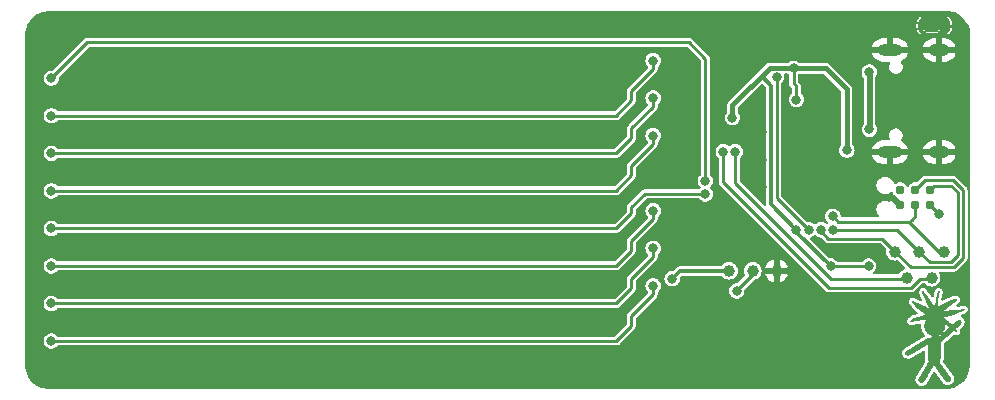
<source format=gbl>
G04 #@! TF.GenerationSoftware,KiCad,Pcbnew,8.0.1*
G04 #@! TF.CreationDate,2024-05-08T20:32:46+02:00*
G04 #@! TF.ProjectId,TGL_Board,54474c5f-426f-4617-9264-2e6b69636164,rev?*
G04 #@! TF.SameCoordinates,Original*
G04 #@! TF.FileFunction,Copper,L2,Bot*
G04 #@! TF.FilePolarity,Positive*
%FSLAX46Y46*%
G04 Gerber Fmt 4.6, Leading zero omitted, Abs format (unit mm)*
G04 Created by KiCad (PCBNEW 8.0.1) date 2024-05-08 20:32:46*
%MOMM*%
%LPD*%
G01*
G04 APERTURE LIST*
%ADD10C,0.150000*%
G04 #@! TA.AperFunction,EtchedComponent*
%ADD11C,0.000000*%
G04 #@! TD*
G04 #@! TA.AperFunction,ComponentPad*
%ADD12O,2.100000X1.000000*%
G04 #@! TD*
G04 #@! TA.AperFunction,ComponentPad*
%ADD13O,1.800000X1.000000*%
G04 #@! TD*
G04 #@! TA.AperFunction,SMDPad,CuDef*
%ADD14C,1.000000*%
G04 #@! TD*
G04 #@! TA.AperFunction,ConnectorPad*
%ADD15C,0.787400*%
G04 #@! TD*
G04 #@! TA.AperFunction,ViaPad*
%ADD16C,0.800000*%
G04 #@! TD*
G04 #@! TA.AperFunction,Conductor*
%ADD17C,0.250000*%
G04 #@! TD*
G04 #@! TA.AperFunction,Conductor*
%ADD18C,0.200000*%
G04 #@! TD*
G04 #@! TA.AperFunction,Conductor*
%ADD19C,0.300000*%
G04 #@! TD*
G04 #@! TA.AperFunction,Conductor*
%ADD20C,0.400000*%
G04 #@! TD*
G04 #@! TA.AperFunction,Conductor*
%ADD21C,0.500000*%
G04 #@! TD*
G04 APERTURE END LIST*
D10*
G36*
X177173944Y-20366816D02*
G01*
X173892643Y-20366816D01*
X173892643Y-19507712D01*
X174009310Y-19507712D01*
X174010505Y-19575220D01*
X174014090Y-19639774D01*
X174020066Y-19701372D01*
X174028432Y-19760015D01*
X174039188Y-19815703D01*
X174052334Y-19868436D01*
X174067871Y-19918213D01*
X174095657Y-19987338D01*
X174128822Y-20049813D01*
X174167365Y-20105640D01*
X174211285Y-20154817D01*
X174260584Y-20197344D01*
X174315261Y-20233223D01*
X174363827Y-20250083D01*
X174366552Y-20250149D01*
X174409893Y-20232197D01*
X174428614Y-20190138D01*
X174407019Y-20142317D01*
X174386812Y-20123460D01*
X174344937Y-20090441D01*
X174319620Y-20070630D01*
X174305039Y-20053191D01*
X174843558Y-20053191D01*
X174843558Y-20184496D01*
X175095910Y-20184496D01*
X175150607Y-20183171D01*
X175207357Y-20180270D01*
X175249783Y-20177572D01*
X175303284Y-20174225D01*
X175357654Y-20171621D01*
X175403143Y-20170648D01*
X175724224Y-20170648D01*
X175773977Y-20177572D01*
X175822960Y-20184496D01*
X175822960Y-20053191D01*
X175770882Y-20053191D01*
X175719086Y-20053191D01*
X175666376Y-20053191D01*
X175606768Y-20053191D01*
X175555166Y-20053191D01*
X175501392Y-20053191D01*
X175448410Y-20053191D01*
X175394895Y-20053191D01*
X175390320Y-20053191D01*
X175335868Y-20053191D01*
X175279655Y-20053191D01*
X175237729Y-20053191D01*
X175184704Y-20053191D01*
X175130639Y-20053191D01*
X175085139Y-20053191D01*
X174843558Y-20053191D01*
X174305039Y-20053191D01*
X174280731Y-20024120D01*
X174247028Y-19971398D01*
X174219096Y-19913680D01*
X174594540Y-19913680D01*
X174609399Y-19963977D01*
X174620955Y-19977794D01*
X174666251Y-20002317D01*
X174684043Y-20003952D01*
X174733859Y-19989238D01*
X174747644Y-19977794D01*
X174771927Y-19931920D01*
X174773546Y-19913680D01*
X175880918Y-19913680D01*
X175895777Y-19963977D01*
X175907333Y-19977794D01*
X175952630Y-20002317D01*
X175970421Y-20003952D01*
X176020238Y-19989238D01*
X176034022Y-19977794D01*
X176058305Y-19931920D01*
X176059924Y-19913680D01*
X176045354Y-19863960D01*
X176034022Y-19850079D01*
X175988437Y-19825075D01*
X175970421Y-19823408D01*
X175921086Y-19838410D01*
X175907333Y-19850079D01*
X175882569Y-19895760D01*
X175880918Y-19913680D01*
X174773546Y-19913680D01*
X174758976Y-19863960D01*
X174747644Y-19850079D01*
X174702059Y-19825075D01*
X174684043Y-19823408D01*
X174634707Y-19838410D01*
X174620955Y-19850079D01*
X174596191Y-19895760D01*
X174594540Y-19913680D01*
X174219096Y-19913680D01*
X174218509Y-19912466D01*
X174200523Y-19864190D01*
X174185453Y-19812421D01*
X174173301Y-19757158D01*
X174164064Y-19698402D01*
X174157745Y-19636152D01*
X174154342Y-19570408D01*
X174153694Y-19524638D01*
X174155092Y-19470313D01*
X174159284Y-19415628D01*
X174166271Y-19360583D01*
X174176054Y-19305176D01*
X174188631Y-19249409D01*
X174193445Y-19230740D01*
X174208678Y-19179060D01*
X174229090Y-19122151D01*
X174251828Y-19070814D01*
X174276893Y-19025049D01*
X174309075Y-18978698D01*
X174318851Y-18966848D01*
X174355907Y-18928972D01*
X174384504Y-18899400D01*
X174416533Y-18858607D01*
X174429127Y-18824772D01*
X176637461Y-18824772D01*
X176660513Y-18873693D01*
X176682084Y-18899400D01*
X176719347Y-18937403D01*
X176747993Y-18966848D01*
X176781342Y-19011032D01*
X176811378Y-19062799D01*
X176834486Y-19113208D01*
X176855160Y-19169188D01*
X176870528Y-19220095D01*
X176873399Y-19230740D01*
X176886908Y-19286627D01*
X176897622Y-19342154D01*
X176905541Y-19397320D01*
X176910665Y-19452125D01*
X176912994Y-19506570D01*
X176913150Y-19524638D01*
X176911691Y-19592711D01*
X176907316Y-19657290D01*
X176900025Y-19718376D01*
X176889816Y-19775967D01*
X176876691Y-19830066D01*
X176860650Y-19880670D01*
X176834724Y-19942708D01*
X176803612Y-19998535D01*
X176767316Y-20048151D01*
X176747223Y-20070630D01*
X176705349Y-20103649D01*
X176680032Y-20123460D01*
X176645129Y-20163174D01*
X176638230Y-20190138D01*
X176656951Y-20232197D01*
X176700292Y-20250149D01*
X176750213Y-20234264D01*
X176752096Y-20233223D01*
X176806635Y-20197344D01*
X176855810Y-20154817D01*
X176899620Y-20105640D01*
X176938066Y-20049813D01*
X176971147Y-19987338D01*
X176998864Y-19918213D01*
X177014361Y-19868436D01*
X177027475Y-19815703D01*
X177038204Y-19760015D01*
X177046548Y-19701372D01*
X177052509Y-19639774D01*
X177056085Y-19575220D01*
X177057277Y-19507712D01*
X177055355Y-19445550D01*
X177049589Y-19383126D01*
X177039978Y-19320438D01*
X177029521Y-19270099D01*
X177016605Y-19219591D01*
X177001227Y-19168915D01*
X176983390Y-19118071D01*
X176978546Y-19105334D01*
X176955697Y-19050669D01*
X176931134Y-18999899D01*
X176904855Y-18953023D01*
X176876861Y-18910043D01*
X176839458Y-18861795D01*
X176799374Y-18819633D01*
X176756611Y-18783556D01*
X176747736Y-18777071D01*
X176702344Y-18756555D01*
X176656951Y-18777584D01*
X176637461Y-18824772D01*
X174429127Y-18824772D01*
X174410149Y-18777584D01*
X174365013Y-18756555D01*
X174318851Y-18777071D01*
X174275552Y-18811931D01*
X174234932Y-18852876D01*
X174196992Y-18899907D01*
X174161732Y-18953023D01*
X174135454Y-18999899D01*
X174110890Y-19050669D01*
X174088042Y-19105334D01*
X174069589Y-19156220D01*
X174053596Y-19206938D01*
X174040064Y-19257488D01*
X174028993Y-19307869D01*
X174018613Y-19370609D01*
X174012078Y-19433086D01*
X174009387Y-19495300D01*
X174009310Y-19507712D01*
X173892643Y-19507712D01*
X173892643Y-18639888D01*
X177173944Y-18639888D01*
X177173944Y-20366816D01*
G37*
D11*
G04 #@! TA.AperFunction,EtchedComponent*
G36*
X176969216Y-44780502D02*
G01*
X176989905Y-44799661D01*
X177006660Y-44815021D01*
X177018293Y-44825476D01*
X177049926Y-44853310D01*
X177059561Y-44844700D01*
X177062325Y-44842237D01*
X177071456Y-44834115D01*
X177085912Y-44821263D01*
X177104976Y-44804318D01*
X177127933Y-44783916D01*
X177154066Y-44760695D01*
X177182658Y-44735291D01*
X177212993Y-44708340D01*
X177230042Y-44693182D01*
X177260822Y-44665758D01*
X177290129Y-44639575D01*
X177317122Y-44615388D01*
X177340960Y-44593954D01*
X177360799Y-44576030D01*
X177375798Y-44562370D01*
X177385115Y-44553733D01*
X177396780Y-44543014D01*
X177447132Y-44503824D01*
X177501392Y-44472388D01*
X177559416Y-44448793D01*
X177573562Y-44444373D01*
X177589527Y-44440378D01*
X177605432Y-44437995D01*
X177624197Y-44436823D01*
X177648745Y-44436456D01*
X177667903Y-44436529D01*
X177686848Y-44437224D01*
X177701275Y-44438872D01*
X177713552Y-44441771D01*
X177726044Y-44446221D01*
X177756561Y-44460860D01*
X177788370Y-44483705D01*
X177813065Y-44511582D01*
X177830655Y-44544502D01*
X177841146Y-44582477D01*
X177844548Y-44625519D01*
X177843609Y-44648766D01*
X177837725Y-44686767D01*
X177825879Y-44724682D01*
X177807419Y-44764960D01*
X177803388Y-44772574D01*
X177794827Y-44787672D01*
X177785569Y-44802230D01*
X177775024Y-44816873D01*
X177762601Y-44832222D01*
X177747710Y-44848901D01*
X177729761Y-44867533D01*
X177708162Y-44888740D01*
X177682324Y-44913145D01*
X177651656Y-44941372D01*
X177615568Y-44974043D01*
X177573469Y-45011782D01*
X177565018Y-45019333D01*
X177533442Y-45047540D01*
X177504045Y-45073791D01*
X177488681Y-45087503D01*
X177477442Y-45097534D01*
X177454252Y-45118222D01*
X177435092Y-45135301D01*
X177420577Y-45148224D01*
X177411326Y-45156438D01*
X177407955Y-45159395D01*
X177407411Y-45161216D01*
X177406222Y-45169581D01*
X177404964Y-45182295D01*
X177404603Y-45191203D01*
X177406100Y-45216486D01*
X177410476Y-45246838D01*
X177417289Y-45280237D01*
X177426096Y-45314657D01*
X177436454Y-45348075D01*
X177447919Y-45378467D01*
X177450737Y-45385583D01*
X177457401Y-45408808D01*
X177459438Y-45429176D01*
X177456817Y-45445197D01*
X177449508Y-45455380D01*
X177444122Y-45458295D01*
X177426965Y-45461646D01*
X177405268Y-45459873D01*
X177380758Y-45453035D01*
X177366722Y-45448245D01*
X177346119Y-45441957D01*
X177326257Y-45436552D01*
X177318920Y-45434534D01*
X177298681Y-45427913D01*
X177275937Y-45419418D01*
X177254357Y-45410384D01*
X177243709Y-45405618D01*
X177223638Y-45396650D01*
X177205676Y-45388643D01*
X177192744Y-45382900D01*
X177186673Y-45380433D01*
X177174274Y-45377015D01*
X177166799Y-45377464D01*
X177164056Y-45379743D01*
X177155154Y-45387503D01*
X177140575Y-45400353D01*
X177120765Y-45417894D01*
X177096175Y-45439725D01*
X177067251Y-45465445D01*
X177034441Y-45494653D01*
X176998195Y-45526949D01*
X176958959Y-45561932D01*
X176917183Y-45599203D01*
X176873313Y-45638359D01*
X176827800Y-45679001D01*
X176781089Y-45720727D01*
X176733630Y-45763138D01*
X176685871Y-45805832D01*
X176638260Y-45848410D01*
X176591244Y-45890470D01*
X176545273Y-45931612D01*
X176500793Y-45971435D01*
X176458254Y-46009538D01*
X176418104Y-46045522D01*
X176380789Y-46078985D01*
X176346760Y-46109526D01*
X176316463Y-46136746D01*
X176290347Y-46160244D01*
X176268860Y-46179618D01*
X176252450Y-46194469D01*
X176241565Y-46204396D01*
X176236654Y-46208997D01*
X176224689Y-46220481D01*
X176190520Y-46248078D01*
X176152254Y-46272951D01*
X176113169Y-46292876D01*
X176109245Y-46294614D01*
X176094205Y-46301870D01*
X176082814Y-46308292D01*
X176077286Y-46312658D01*
X176076867Y-46313720D01*
X176075590Y-46322286D01*
X176074549Y-46337273D01*
X176073842Y-46356919D01*
X176073568Y-46379463D01*
X176073602Y-46398594D01*
X176073915Y-46417463D01*
X176074696Y-46430150D01*
X176076119Y-46438099D01*
X176078359Y-46442755D01*
X176081594Y-46445564D01*
X176082547Y-46446191D01*
X176084708Y-46448143D01*
X176086607Y-46451286D01*
X176088364Y-46456451D01*
X176090102Y-46464470D01*
X176091941Y-46476174D01*
X176094003Y-46492395D01*
X176096410Y-46513966D01*
X176099282Y-46541716D01*
X176102741Y-46576479D01*
X176106908Y-46619086D01*
X176107006Y-46620098D01*
X176108300Y-46634720D01*
X176109438Y-46650467D01*
X176110431Y-46667970D01*
X176111289Y-46687863D01*
X176112024Y-46710779D01*
X176112646Y-46737349D01*
X176113166Y-46768206D01*
X176113594Y-46803983D01*
X176113942Y-46845313D01*
X176114220Y-46892827D01*
X176114439Y-46947159D01*
X176114610Y-47008940D01*
X176114743Y-47078805D01*
X176114771Y-47096863D01*
X176114860Y-47176740D01*
X176114871Y-47248462D01*
X176114794Y-47312492D01*
X176114617Y-47369291D01*
X176114328Y-47419323D01*
X176113917Y-47463048D01*
X176113372Y-47500929D01*
X176112681Y-47533429D01*
X176111834Y-47561009D01*
X176110818Y-47584132D01*
X176109623Y-47603259D01*
X176108236Y-47618853D01*
X176106647Y-47631376D01*
X176104845Y-47641291D01*
X176102817Y-47649058D01*
X176100553Y-47655140D01*
X176099953Y-47656475D01*
X176089841Y-47672846D01*
X176077040Y-47682559D01*
X176071071Y-47685796D01*
X176065761Y-47690607D01*
X176061502Y-47698225D01*
X176057288Y-47710545D01*
X176052112Y-47729461D01*
X176050535Y-47735810D01*
X176045368Y-47761008D01*
X176040992Y-47788534D01*
X176038220Y-47813474D01*
X176037428Y-47822146D01*
X176034306Y-47845564D01*
X176030140Y-47867720D01*
X176025587Y-47884890D01*
X176018160Y-47904524D01*
X176008182Y-47927454D01*
X175997122Y-47950501D01*
X175986313Y-47970889D01*
X175977088Y-47985842D01*
X175976872Y-47986150D01*
X175971249Y-47995505D01*
X175968920Y-48002016D01*
X175970414Y-48004395D01*
X175976682Y-48013387D01*
X175987553Y-48028653D01*
X176002715Y-48049766D01*
X176021858Y-48076300D01*
X176044668Y-48107828D01*
X176070835Y-48143924D01*
X176100047Y-48184161D01*
X176131992Y-48228112D01*
X176166358Y-48275351D01*
X176202835Y-48325451D01*
X176241110Y-48377986D01*
X176280872Y-48432529D01*
X176321809Y-48488653D01*
X176363610Y-48545932D01*
X176405962Y-48603940D01*
X176448555Y-48662249D01*
X176491076Y-48720433D01*
X176533214Y-48778065D01*
X176574658Y-48834720D01*
X176615095Y-48889969D01*
X176654215Y-48943388D01*
X176691705Y-48994548D01*
X176727254Y-49043024D01*
X176760550Y-49088389D01*
X176791281Y-49130216D01*
X176819137Y-49168079D01*
X176843805Y-49201551D01*
X176864973Y-49230205D01*
X176882331Y-49253616D01*
X176895566Y-49271356D01*
X176904368Y-49282998D01*
X176908423Y-49288117D01*
X176910482Y-49290549D01*
X176919748Y-49305357D01*
X176929286Y-49325737D01*
X176938149Y-49349244D01*
X176945393Y-49373435D01*
X176950073Y-49395866D01*
X176951839Y-49413128D01*
X176950559Y-49453982D01*
X176942452Y-49495805D01*
X176928058Y-49536327D01*
X176907916Y-49573275D01*
X176907253Y-49574264D01*
X176892359Y-49593439D01*
X176873105Y-49614221D01*
X176851807Y-49634407D01*
X176830782Y-49651794D01*
X176812345Y-49664179D01*
X176784997Y-49677566D01*
X176740330Y-49692626D01*
X176693985Y-49700845D01*
X176647879Y-49701935D01*
X176603926Y-49695607D01*
X176584059Y-49689943D01*
X176541667Y-49671403D01*
X176502297Y-49645017D01*
X176466483Y-49611179D01*
X176434759Y-49570286D01*
X176434008Y-49569166D01*
X176426467Y-49558247D01*
X176414437Y-49541177D01*
X176398228Y-49518380D01*
X176378150Y-49490283D01*
X176354511Y-49457313D01*
X176327622Y-49419897D01*
X176297791Y-49378459D01*
X176265327Y-49333428D01*
X176230541Y-49285228D01*
X176193741Y-49234288D01*
X176155237Y-49181032D01*
X176115338Y-49125888D01*
X176074354Y-49069282D01*
X176032593Y-49011640D01*
X175990366Y-48953388D01*
X175947981Y-48894954D01*
X175905749Y-48836763D01*
X175863977Y-48779242D01*
X175822977Y-48722817D01*
X175783056Y-48667915D01*
X175744525Y-48614961D01*
X175707692Y-48564383D01*
X175672868Y-48516607D01*
X175640361Y-48472059D01*
X175610481Y-48431166D01*
X175583537Y-48394354D01*
X175559838Y-48362049D01*
X175539695Y-48334678D01*
X175523416Y-48312667D01*
X175511310Y-48296442D01*
X175503687Y-48286431D01*
X175500857Y-48283059D01*
X175498563Y-48286427D01*
X175492077Y-48296869D01*
X175481682Y-48313938D01*
X175467647Y-48337181D01*
X175450239Y-48366148D01*
X175429726Y-48400385D01*
X175406376Y-48439442D01*
X175380458Y-48482864D01*
X175352239Y-48530201D01*
X175321987Y-48581000D01*
X175289971Y-48634809D01*
X175256458Y-48691176D01*
X175221717Y-48749648D01*
X175186015Y-48809774D01*
X175149620Y-48871102D01*
X175112801Y-48933179D01*
X175075826Y-48995553D01*
X175038962Y-49057772D01*
X175002478Y-49119383D01*
X174966641Y-49179936D01*
X174931721Y-49238977D01*
X174897983Y-49296054D01*
X174865698Y-49350716D01*
X174835132Y-49402510D01*
X174806555Y-49450984D01*
X174780233Y-49495685D01*
X174756434Y-49536162D01*
X174735428Y-49571963D01*
X174717482Y-49602635D01*
X174702863Y-49627727D01*
X174691841Y-49646785D01*
X174684682Y-49659358D01*
X174681656Y-49664994D01*
X174678896Y-49669703D01*
X174670194Y-49680849D01*
X174657748Y-49694636D01*
X174643261Y-49709106D01*
X174609699Y-49736733D01*
X174570510Y-49759725D01*
X174529752Y-49774462D01*
X174519258Y-49776602D01*
X174492241Y-49779202D01*
X174461327Y-49779270D01*
X174429490Y-49776969D01*
X174399698Y-49772465D01*
X174374925Y-49765920D01*
X174351388Y-49756236D01*
X174311524Y-49733337D01*
X174275279Y-49704247D01*
X174244272Y-49670356D01*
X174220122Y-49633054D01*
X174209006Y-49610089D01*
X174197510Y-49578293D01*
X174191256Y-49546199D01*
X174189366Y-49510302D01*
X174189728Y-49493750D01*
X174193889Y-49457528D01*
X174203372Y-49424222D01*
X174219009Y-49390470D01*
X174221985Y-49385216D01*
X174229322Y-49372513D01*
X174240650Y-49353019D01*
X174255744Y-49327119D01*
X174274377Y-49295198D01*
X174296326Y-49257640D01*
X174321365Y-49214830D01*
X174349268Y-49167153D01*
X174379810Y-49114994D01*
X174412766Y-49058738D01*
X174447911Y-48998769D01*
X174485019Y-48935472D01*
X174523865Y-48869233D01*
X174564224Y-48800435D01*
X174605871Y-48729464D01*
X174648580Y-48656704D01*
X174680289Y-48602691D01*
X174727903Y-48521577D01*
X174771402Y-48447457D01*
X174810967Y-48380007D01*
X174846782Y-48318905D01*
X174879030Y-48263830D01*
X174907894Y-48214458D01*
X174933558Y-48170468D01*
X174956204Y-48131537D01*
X174976016Y-48097343D01*
X174993176Y-48067564D01*
X175007868Y-48041877D01*
X175020274Y-48019960D01*
X175030579Y-48001491D01*
X175038964Y-47986148D01*
X175045613Y-47973608D01*
X175050710Y-47963549D01*
X175054436Y-47955649D01*
X175056976Y-47949585D01*
X175058512Y-47945036D01*
X175059228Y-47941678D01*
X175059306Y-47939190D01*
X175058930Y-47937250D01*
X175058282Y-47935534D01*
X175044682Y-47900804D01*
X175031879Y-47859895D01*
X175022331Y-47817205D01*
X175015155Y-47769332D01*
X175015098Y-47768862D01*
X175013464Y-47754755D01*
X175012052Y-47740760D01*
X175010844Y-47726142D01*
X175009824Y-47710164D01*
X175008975Y-47692091D01*
X175008281Y-47671189D01*
X175007723Y-47646720D01*
X175007286Y-47617950D01*
X175006952Y-47584143D01*
X175006705Y-47544563D01*
X175006528Y-47498475D01*
X175006403Y-47445143D01*
X175006315Y-47383831D01*
X175006220Y-47330009D01*
X175006030Y-47263235D01*
X175005762Y-47192680D01*
X175005427Y-47120129D01*
X175005034Y-47047366D01*
X175004593Y-46976178D01*
X175004113Y-46908349D01*
X175003604Y-46845665D01*
X175003076Y-46789911D01*
X175003005Y-46783090D01*
X175002408Y-46727515D01*
X175001847Y-46679984D01*
X175001300Y-46639894D01*
X175000747Y-46606641D01*
X175000167Y-46579624D01*
X174999540Y-46558239D01*
X174998844Y-46541882D01*
X174998060Y-46529952D01*
X174997166Y-46521846D01*
X174996142Y-46516960D01*
X174994968Y-46514691D01*
X174993621Y-46514437D01*
X174993190Y-46514650D01*
X174986907Y-46518203D01*
X174973670Y-46525878D01*
X174953914Y-46537418D01*
X174928074Y-46552566D01*
X174896586Y-46571063D01*
X174859885Y-46592653D01*
X174818406Y-46617078D01*
X174772584Y-46644081D01*
X174722855Y-46673404D01*
X174669655Y-46704790D01*
X174613417Y-46737982D01*
X174554578Y-46772722D01*
X174493573Y-46808753D01*
X174430837Y-46845818D01*
X174366805Y-46883658D01*
X174301913Y-46922017D01*
X174236596Y-46960638D01*
X174171289Y-46999262D01*
X174106428Y-47037633D01*
X174042447Y-47075493D01*
X173979783Y-47112584D01*
X173918869Y-47148650D01*
X173860143Y-47183433D01*
X173804038Y-47216675D01*
X173750990Y-47248119D01*
X173701435Y-47277508D01*
X173655808Y-47304585D01*
X173614543Y-47329091D01*
X173578077Y-47350770D01*
X173546844Y-47369364D01*
X173521280Y-47384616D01*
X173501820Y-47396268D01*
X173488899Y-47404063D01*
X173482954Y-47407744D01*
X173468740Y-47416271D01*
X173449480Y-47426373D01*
X173430544Y-47435103D01*
X173384228Y-47451233D01*
X173337136Y-47460933D01*
X173291420Y-47463818D01*
X173247856Y-47460083D01*
X173207219Y-47449925D01*
X173170284Y-47433539D01*
X173137828Y-47411120D01*
X173110625Y-47382866D01*
X173089453Y-47348971D01*
X173078165Y-47320200D01*
X173070568Y-47281024D01*
X173070744Y-47240718D01*
X173078377Y-47200095D01*
X173093151Y-47159963D01*
X173114750Y-47121133D01*
X173142859Y-47084417D01*
X173177163Y-47050625D01*
X173217344Y-47020568D01*
X173218886Y-47019602D01*
X173227900Y-47014154D01*
X173243942Y-47004575D01*
X173266663Y-46991073D01*
X173295714Y-46973852D01*
X173330748Y-46953119D01*
X173371414Y-46929079D01*
X173417366Y-46901938D01*
X173468253Y-46871901D01*
X173523727Y-46839175D01*
X173583440Y-46803964D01*
X173647043Y-46766475D01*
X173714188Y-46726914D01*
X173784525Y-46685485D01*
X173857706Y-46642396D01*
X173933383Y-46597850D01*
X174011206Y-46552055D01*
X174090828Y-46505216D01*
X174124960Y-46485138D01*
X174203582Y-46438882D01*
X174280139Y-46393828D01*
X174354293Y-46350177D01*
X174425701Y-46308129D01*
X174494024Y-46267886D01*
X174558921Y-46229648D01*
X174620052Y-46193616D01*
X174677075Y-46159991D01*
X174729650Y-46128975D01*
X174777437Y-46100767D01*
X174820095Y-46075569D01*
X174857284Y-46053583D01*
X174888662Y-46035008D01*
X174913889Y-46020045D01*
X174932625Y-46008896D01*
X174944529Y-46001762D01*
X174949260Y-45998843D01*
X174950697Y-45997852D01*
X174963535Y-45990629D01*
X174982085Y-45981818D01*
X175004131Y-45972339D01*
X175027457Y-45963110D01*
X175049849Y-45955053D01*
X175069092Y-45949087D01*
X175079286Y-45946725D01*
X175100727Y-45943111D01*
X175125287Y-45940151D01*
X175149513Y-45938306D01*
X175199432Y-45935839D01*
X175278858Y-45863570D01*
X175295801Y-45848106D01*
X175315867Y-45829653D01*
X175332895Y-45813834D01*
X175346030Y-45801452D01*
X175350348Y-45797258D01*
X175789097Y-45797258D01*
X175789295Y-45798513D01*
X175793343Y-45810047D01*
X175801273Y-45826004D01*
X175811804Y-45844268D01*
X175823655Y-45862719D01*
X175835545Y-45879239D01*
X175846195Y-45891710D01*
X175855361Y-45900622D01*
X175863734Y-45907909D01*
X175868039Y-45910532D01*
X175869371Y-45909742D01*
X175875959Y-45904220D01*
X175886419Y-45894621D01*
X175899200Y-45882347D01*
X175900170Y-45881412D01*
X175908311Y-45873853D01*
X175922453Y-45860956D01*
X175942182Y-45843091D01*
X175967085Y-45820630D01*
X175996746Y-45793946D01*
X176030752Y-45763409D01*
X176068688Y-45729391D01*
X176110140Y-45692263D01*
X176154695Y-45652396D01*
X176201938Y-45610163D01*
X176251454Y-45565935D01*
X176302829Y-45520083D01*
X176355650Y-45472979D01*
X176372715Y-45457765D01*
X176424399Y-45411645D01*
X176474133Y-45367211D01*
X176521537Y-45324803D01*
X176566231Y-45284764D01*
X176607834Y-45247437D01*
X176645966Y-45213163D01*
X176680247Y-45182286D01*
X176710297Y-45155146D01*
X176735736Y-45132087D01*
X176756184Y-45113451D01*
X176771260Y-45099580D01*
X176780584Y-45090817D01*
X176783777Y-45087503D01*
X176783765Y-45087340D01*
X176780275Y-45081917D01*
X176771500Y-45072263D01*
X176758780Y-45059634D01*
X176743456Y-45045289D01*
X176726870Y-45030484D01*
X176710363Y-45016477D01*
X176695276Y-45004526D01*
X176690369Y-45000717D01*
X176674534Y-44987623D01*
X176655265Y-44970881D01*
X176634559Y-44952246D01*
X176614411Y-44933470D01*
X176604677Y-44924238D01*
X176571832Y-44893529D01*
X176540805Y-44865355D01*
X176508684Y-44837102D01*
X176472559Y-44806158D01*
X176466087Y-44800707D01*
X176454291Y-44791206D01*
X176447561Y-44786826D01*
X176444923Y-44787032D01*
X176445402Y-44791290D01*
X176447102Y-44801568D01*
X176448608Y-44819259D01*
X176449829Y-44842515D01*
X176450743Y-44869731D01*
X176451328Y-44899305D01*
X176451563Y-44929633D01*
X176451427Y-44959111D01*
X176450896Y-44986136D01*
X176449951Y-45009104D01*
X176448569Y-45026411D01*
X176437389Y-45098392D01*
X176416541Y-45182954D01*
X176388020Y-45264005D01*
X176352141Y-45341158D01*
X176309221Y-45414028D01*
X176259576Y-45482229D01*
X176203522Y-45545373D01*
X176141376Y-45603076D01*
X176073454Y-45654950D01*
X176000072Y-45700609D01*
X175921547Y-45739667D01*
X175838195Y-45771738D01*
X175835019Y-45772795D01*
X175814630Y-45779804D01*
X175801137Y-45785083D01*
X175793245Y-45789304D01*
X175789662Y-45793138D01*
X175789097Y-45797258D01*
X175350348Y-45797258D01*
X175354415Y-45793308D01*
X175357191Y-45790207D01*
X175354539Y-45789174D01*
X175345007Y-45786072D01*
X175330251Y-45781503D01*
X175312053Y-45776028D01*
X175236083Y-45749579D01*
X175158668Y-45714038D01*
X175085660Y-45671456D01*
X175017439Y-45622283D01*
X174954387Y-45566964D01*
X174896884Y-45505946D01*
X174845310Y-45439678D01*
X174800047Y-45368606D01*
X174761476Y-45293178D01*
X174729977Y-45213840D01*
X174705931Y-45131039D01*
X174689719Y-45045224D01*
X174687718Y-45027668D01*
X174685515Y-44995056D01*
X174684397Y-44957996D01*
X174684330Y-44918673D01*
X174685279Y-44879275D01*
X174687210Y-44841988D01*
X174690088Y-44808998D01*
X174693879Y-44782493D01*
X174695578Y-44773675D01*
X176426460Y-44773675D01*
X176426638Y-44774869D01*
X176431075Y-44778033D01*
X176432651Y-44777691D01*
X176432996Y-44773675D01*
X176432102Y-44772371D01*
X176428382Y-44769318D01*
X176427947Y-44769431D01*
X176426460Y-44773675D01*
X174695578Y-44773675D01*
X174695610Y-44773510D01*
X174711546Y-44705240D01*
X174731754Y-44639177D01*
X174755529Y-44577400D01*
X174782167Y-44521987D01*
X174787353Y-44512174D01*
X174794601Y-44496892D01*
X174797367Y-44487794D01*
X174795908Y-44484175D01*
X174788260Y-44482389D01*
X174770661Y-44479893D01*
X174746459Y-44477570D01*
X174716905Y-44475491D01*
X174683248Y-44473730D01*
X174646738Y-44472359D01*
X174608624Y-44471450D01*
X174570156Y-44471076D01*
X174560098Y-44471059D01*
X174519604Y-44471126D01*
X174485886Y-44471506D01*
X174457357Y-44472301D01*
X174432430Y-44473614D01*
X174409520Y-44475546D01*
X174387040Y-44478199D01*
X174363405Y-44481676D01*
X174337028Y-44486078D01*
X174321029Y-44488851D01*
X174291772Y-44493926D01*
X174262216Y-44499057D01*
X174236805Y-44503472D01*
X174223100Y-44505902D01*
X174198834Y-44510385D01*
X174176076Y-44514787D01*
X174158370Y-44518431D01*
X174148938Y-44520303D01*
X174124108Y-44524333D01*
X174091990Y-44528673D01*
X174053526Y-44533209D01*
X174009658Y-44537824D01*
X173961327Y-44542407D01*
X173943129Y-44544320D01*
X173922000Y-44547564D01*
X173900779Y-44552274D01*
X173876807Y-44559057D01*
X173847425Y-44568523D01*
X173834591Y-44572779D01*
X173811641Y-44580106D01*
X173791513Y-44585920D01*
X173772292Y-44590618D01*
X173752061Y-44594601D01*
X173728906Y-44598265D01*
X173700911Y-44602010D01*
X173666160Y-44606234D01*
X173660369Y-44606908D01*
X173617645Y-44610824D01*
X173582284Y-44611875D01*
X173553479Y-44609962D01*
X173530423Y-44604984D01*
X173512310Y-44596841D01*
X173498331Y-44585433D01*
X173495238Y-44581389D01*
X173490117Y-44566325D01*
X173490892Y-44548761D01*
X173497603Y-44531654D01*
X173502955Y-44524449D01*
X173516967Y-44509776D01*
X173537769Y-44490886D01*
X173565033Y-44468074D01*
X173598428Y-44441633D01*
X173613228Y-44430021D01*
X173631707Y-44414670D01*
X173645091Y-44401896D01*
X173654670Y-44390265D01*
X173661734Y-44378341D01*
X173667574Y-44364689D01*
X173669441Y-44359876D01*
X173681966Y-44334093D01*
X173695899Y-44316304D01*
X173711676Y-44305927D01*
X173712890Y-44305442D01*
X173727770Y-44300296D01*
X173749598Y-44293656D01*
X173776978Y-44285887D01*
X173808515Y-44277353D01*
X173842814Y-44268419D01*
X173878478Y-44259448D01*
X173914113Y-44250806D01*
X173948322Y-44242855D01*
X173979711Y-44235961D01*
X174005675Y-44230434D01*
X174056507Y-44219363D01*
X174100366Y-44209404D01*
X174138357Y-44200286D01*
X174171583Y-44191741D01*
X174201149Y-44183499D01*
X174228159Y-44175290D01*
X174241703Y-44171057D01*
X174270065Y-44162462D01*
X174299733Y-44153742D01*
X174326134Y-44146252D01*
X174337413Y-44143120D01*
X174381462Y-44130532D01*
X174418265Y-44119338D01*
X174448865Y-44109196D01*
X174474300Y-44099766D01*
X174495612Y-44090705D01*
X174499178Y-44089073D01*
X174519813Y-44079888D01*
X174537480Y-44072747D01*
X174554488Y-44066922D01*
X174573143Y-44061687D01*
X174595753Y-44056316D01*
X174624625Y-44050083D01*
X174649256Y-44044686D01*
X174684462Y-44035938D01*
X174713130Y-44027207D01*
X174736607Y-44018065D01*
X174756240Y-44008082D01*
X174761805Y-44004646D01*
X174773671Y-43994071D01*
X174778469Y-43981668D01*
X174777370Y-43965059D01*
X174777208Y-43964242D01*
X174773580Y-43954405D01*
X174766289Y-43945128D01*
X174754213Y-43935502D01*
X174736228Y-43924620D01*
X174711210Y-43911572D01*
X174708644Y-43910265D01*
X174687578Y-43898085D01*
X174665937Y-43883540D01*
X174648026Y-43869497D01*
X174647065Y-43868657D01*
X174629664Y-43854428D01*
X174610704Y-43840338D01*
X174594122Y-43829319D01*
X174564786Y-43811207D01*
X174528444Y-43787942D01*
X174489674Y-43762398D01*
X174449707Y-43735432D01*
X174409771Y-43707903D01*
X174371098Y-43680668D01*
X174334917Y-43654585D01*
X174302457Y-43630513D01*
X174274950Y-43609309D01*
X174253625Y-43591830D01*
X174247337Y-43586444D01*
X174232825Y-43574079D01*
X174213784Y-43557904D01*
X174191516Y-43539025D01*
X174167323Y-43518546D01*
X174142509Y-43497572D01*
X174133167Y-43489660D01*
X174082224Y-43445588D01*
X174038411Y-43405950D01*
X174001524Y-43370556D01*
X173971362Y-43339212D01*
X173947723Y-43311726D01*
X173940233Y-43302485D01*
X173925962Y-43285240D01*
X173908615Y-43264560D01*
X173889729Y-43242276D01*
X173870842Y-43220218D01*
X173862059Y-43210008D01*
X173845899Y-43191107D01*
X173831580Y-43174121D01*
X173818087Y-43157785D01*
X173804404Y-43140833D01*
X173789514Y-43121999D01*
X173772404Y-43100020D01*
X173752056Y-43073629D01*
X173727457Y-43041560D01*
X173706759Y-43014304D01*
X173680410Y-42978538D01*
X173659378Y-42948258D01*
X173643387Y-42922838D01*
X173632165Y-42901653D01*
X173625437Y-42884077D01*
X173622929Y-42869486D01*
X173624368Y-42857254D01*
X173629479Y-42846756D01*
X173637988Y-42837366D01*
X173638597Y-42836829D01*
X173650040Y-42829346D01*
X173663404Y-42825868D01*
X173679760Y-42826554D01*
X173700177Y-42831565D01*
X173725727Y-42841059D01*
X173757478Y-42855197D01*
X173781993Y-42866430D01*
X173812229Y-42879804D01*
X173842389Y-42892730D01*
X173868594Y-42903521D01*
X173881610Y-42908805D01*
X173908056Y-42919854D01*
X173937977Y-42932651D01*
X173968598Y-42946002D01*
X173997141Y-42958716D01*
X174038937Y-42977424D01*
X174093510Y-43001257D01*
X174141127Y-43021262D01*
X174182214Y-43037614D01*
X174217196Y-43050492D01*
X174239649Y-43058628D01*
X174283107Y-43075614D01*
X174332778Y-43096349D01*
X174387816Y-43120458D01*
X174447378Y-43147569D01*
X174510618Y-43177309D01*
X174576692Y-43209305D01*
X174587303Y-43214454D01*
X174618274Y-43228976D01*
X174651584Y-43244010D01*
X174683872Y-43258053D01*
X174711775Y-43269606D01*
X174722279Y-43273854D01*
X174747345Y-43284409D01*
X174771078Y-43294928D01*
X174791207Y-43304390D01*
X174805462Y-43311773D01*
X174811543Y-43315202D01*
X174853152Y-43337495D01*
X174897151Y-43359296D01*
X174940374Y-43379085D01*
X174979658Y-43395346D01*
X174999487Y-43403070D01*
X175018911Y-43410781D01*
X175034611Y-43417162D01*
X175044377Y-43421327D01*
X175054135Y-43425206D01*
X175060606Y-43425173D01*
X175066792Y-43420774D01*
X175068957Y-43418692D01*
X175072196Y-43413404D01*
X175072160Y-43405906D01*
X175069104Y-43393173D01*
X175066777Y-43385297D01*
X175058881Y-43362307D01*
X175048052Y-43333996D01*
X175035013Y-43302065D01*
X175020486Y-43268215D01*
X175005194Y-43234148D01*
X174989859Y-43201564D01*
X174975205Y-43172166D01*
X174966443Y-43155057D01*
X174953999Y-43130289D01*
X174942697Y-43107271D01*
X174933508Y-43087991D01*
X174927405Y-43074436D01*
X174925601Y-43070248D01*
X174919270Y-43055980D01*
X174910077Y-43035598D01*
X174898579Y-43010324D01*
X174885334Y-42981380D01*
X174870898Y-42949988D01*
X174855828Y-42917370D01*
X174851420Y-42907851D01*
X174835298Y-42873008D01*
X174819175Y-42838127D01*
X174803783Y-42804797D01*
X174789857Y-42774605D01*
X174778130Y-42749142D01*
X174769336Y-42729997D01*
X174764490Y-42719522D01*
X174751415Y-42691875D01*
X174736481Y-42660933D01*
X174721175Y-42629768D01*
X174706989Y-42601450D01*
X174701208Y-42589897D01*
X174686488Y-42559321D01*
X174671470Y-42526754D01*
X174657624Y-42495420D01*
X174646420Y-42468546D01*
X174644315Y-42463309D01*
X174632963Y-42436223D01*
X174620602Y-42408268D01*
X174608589Y-42382452D01*
X174598281Y-42361786D01*
X174592824Y-42351095D01*
X174580603Y-42325292D01*
X174568850Y-42298357D01*
X174559500Y-42274636D01*
X174554741Y-42261783D01*
X174544720Y-42235676D01*
X174533817Y-42208171D01*
X174523671Y-42183443D01*
X174511999Y-42153133D01*
X174503602Y-42123014D01*
X174500761Y-42096977D01*
X174503495Y-42073593D01*
X174511824Y-42051432D01*
X174525766Y-42029063D01*
X174538659Y-42016186D01*
X174556867Y-42006081D01*
X174575699Y-42002291D01*
X174579088Y-42002413D01*
X174584637Y-42003306D01*
X174590627Y-42005421D01*
X174597462Y-42009170D01*
X174605546Y-42014967D01*
X174615283Y-42023224D01*
X174627079Y-42034356D01*
X174641337Y-42048776D01*
X174658463Y-42066896D01*
X174678860Y-42089131D01*
X174702934Y-42115892D01*
X174731088Y-42147594D01*
X174763728Y-42184650D01*
X174801257Y-42227473D01*
X174844081Y-42276476D01*
X174846851Y-42279664D01*
X174873497Y-42311615D01*
X174903505Y-42349615D01*
X174935907Y-42392364D01*
X174969733Y-42438563D01*
X175004013Y-42486912D01*
X175037777Y-42536110D01*
X175054407Y-42560591D01*
X175075753Y-42591705D01*
X175099547Y-42626145D01*
X175124443Y-42661969D01*
X175149095Y-42697234D01*
X175172156Y-42729997D01*
X175183399Y-42745977D01*
X175206541Y-42779227D01*
X175232119Y-42816358D01*
X175259392Y-42856269D01*
X175287618Y-42897854D01*
X175316056Y-42940011D01*
X175343965Y-42981636D01*
X175370604Y-43021624D01*
X175395231Y-43058873D01*
X175417105Y-43092278D01*
X175435486Y-43120737D01*
X175449631Y-43143144D01*
X175453137Y-43148733D01*
X175466576Y-43169264D01*
X175480645Y-43189682D01*
X175492816Y-43206291D01*
X175504676Y-43222173D01*
X175518415Y-43241458D01*
X175529851Y-43258380D01*
X175543563Y-43276886D01*
X175555807Y-43287784D01*
X175566134Y-43290614D01*
X175574290Y-43285225D01*
X175575301Y-43283388D01*
X175578900Y-43272606D01*
X175583638Y-43253737D01*
X175589440Y-43227172D01*
X175596230Y-43193306D01*
X175603933Y-43152535D01*
X175612475Y-43105250D01*
X175621779Y-43051848D01*
X175631771Y-42992721D01*
X175642376Y-42928264D01*
X175645822Y-42907566D01*
X175651574Y-42874604D01*
X175657615Y-42841522D01*
X175663411Y-42811232D01*
X175668426Y-42786645D01*
X175673074Y-42763404D01*
X175678868Y-42730856D01*
X175684096Y-42697907D01*
X175688019Y-42668992D01*
X175691079Y-42646154D01*
X175696090Y-42614478D01*
X175701784Y-42582894D01*
X175707426Y-42555696D01*
X175712450Y-42533111D01*
X175717032Y-42511534D01*
X175720631Y-42493555D01*
X175722744Y-42481618D01*
X175724056Y-42473769D01*
X175727596Y-42455292D01*
X175732565Y-42431120D01*
X175738580Y-42402966D01*
X175745259Y-42372541D01*
X175752220Y-42341559D01*
X175759081Y-42311732D01*
X175765459Y-42284774D01*
X175770973Y-42262396D01*
X175775241Y-42246312D01*
X175776980Y-42240049D01*
X175783100Y-42216356D01*
X175789343Y-42190171D01*
X175794596Y-42166107D01*
X175797016Y-42154634D01*
X175800487Y-42140355D01*
X175804560Y-42127334D01*
X175809902Y-42114129D01*
X175817181Y-42099297D01*
X175827066Y-42081396D01*
X175840223Y-42058982D01*
X175857321Y-42030615D01*
X175857435Y-42030425D01*
X175870323Y-42009663D01*
X175880325Y-41995031D01*
X175888711Y-41985012D01*
X175896746Y-41978092D01*
X175905698Y-41972754D01*
X175918079Y-41967412D01*
X175933221Y-41965530D01*
X175945993Y-41971261D01*
X175958133Y-41985014D01*
X175966757Y-41999129D01*
X175978227Y-42027692D01*
X175984224Y-42060560D01*
X175984876Y-42098658D01*
X175980313Y-42142910D01*
X175977650Y-42159271D01*
X175972159Y-42188782D01*
X175965346Y-42222045D01*
X175957679Y-42257005D01*
X175949629Y-42291605D01*
X175941665Y-42323789D01*
X175934256Y-42351499D01*
X175927871Y-42372680D01*
X175923591Y-42385941D01*
X175908309Y-42439224D01*
X175893892Y-42498612D01*
X175880771Y-42562061D01*
X175869379Y-42627524D01*
X175860148Y-42692958D01*
X175858894Y-42703040D01*
X175854824Y-42735171D01*
X175850448Y-42769020D01*
X175846214Y-42801129D01*
X175842574Y-42828041D01*
X175841539Y-42835648D01*
X175834100Y-42897503D01*
X175828434Y-42958499D01*
X175824620Y-43017121D01*
X175822736Y-43071851D01*
X175822862Y-43121173D01*
X175825077Y-43163570D01*
X175825545Y-43169141D01*
X175827311Y-43192445D01*
X175828619Y-43213400D01*
X175829348Y-43229897D01*
X175829381Y-43239827D01*
X175828709Y-43252211D01*
X175828261Y-43270170D01*
X175829064Y-43282161D01*
X175831301Y-43289949D01*
X175835155Y-43295303D01*
X175838143Y-43297949D01*
X175842555Y-43299604D01*
X175848988Y-43298514D01*
X175859348Y-43294259D01*
X175875541Y-43286420D01*
X175877705Y-43285340D01*
X175895054Y-43276311D01*
X175916916Y-43264480D01*
X175940710Y-43251257D01*
X175963858Y-43238056D01*
X175981094Y-43228308D01*
X176011324Y-43211878D01*
X176046783Y-43193189D01*
X176085883Y-43173040D01*
X176127039Y-43152232D01*
X176168663Y-43131565D01*
X176209169Y-43111838D01*
X176246972Y-43093851D01*
X176280483Y-43078405D01*
X176281410Y-43077986D01*
X176309480Y-43064851D01*
X176340795Y-43049493D01*
X176371598Y-43033791D01*
X176398136Y-43019619D01*
X176424840Y-43004912D01*
X176462478Y-42984349D01*
X176494064Y-42967351D01*
X176520530Y-42953442D01*
X176542808Y-42942142D01*
X176561827Y-42932974D01*
X176578519Y-42925461D01*
X176593814Y-42919122D01*
X176600055Y-42916616D01*
X176621367Y-42907674D01*
X176641949Y-42898553D01*
X176658088Y-42890882D01*
X176692142Y-42874553D01*
X176732809Y-42856543D01*
X176776520Y-42838413D01*
X176820559Y-42821287D01*
X176862212Y-42806289D01*
X176869240Y-42803845D01*
X176898532Y-42793072D01*
X176929264Y-42781001D01*
X176958185Y-42768937D01*
X176982044Y-42758185D01*
X177058506Y-42724362D01*
X177130965Y-42697822D01*
X177199041Y-42678740D01*
X177262706Y-42667125D01*
X177321931Y-42662984D01*
X177334417Y-42662924D01*
X177350487Y-42663282D01*
X177362916Y-42664800D01*
X177374566Y-42668152D01*
X177388302Y-42674015D01*
X177406986Y-42683065D01*
X177412853Y-42685982D01*
X177437622Y-42699436D01*
X177455103Y-42711490D01*
X177466193Y-42723032D01*
X177471788Y-42734946D01*
X177472782Y-42748117D01*
X177470356Y-42755253D01*
X177461091Y-42768903D01*
X177445168Y-42787105D01*
X177422847Y-42809584D01*
X177394391Y-42836069D01*
X177360058Y-42866285D01*
X177352658Y-42872658D01*
X177330602Y-42891728D01*
X177310265Y-42909416D01*
X177292872Y-42924652D01*
X177279648Y-42936363D01*
X177271820Y-42943477D01*
X177268328Y-42946716D01*
X177255002Y-42958627D01*
X177237650Y-42973731D01*
X177218261Y-42990331D01*
X177198828Y-43006730D01*
X177181341Y-43021231D01*
X177167790Y-43032138D01*
X177162311Y-43036328D01*
X177148092Y-43046866D01*
X177128546Y-43061101D01*
X177104630Y-43078356D01*
X177077296Y-43097956D01*
X177047498Y-43119225D01*
X177016192Y-43141488D01*
X176984329Y-43164069D01*
X176952866Y-43186292D01*
X176922754Y-43207482D01*
X176894950Y-43226963D01*
X176870405Y-43244060D01*
X176850076Y-43258096D01*
X176834914Y-43268397D01*
X176825875Y-43274287D01*
X176821187Y-43277147D01*
X176809478Y-43284316D01*
X176800462Y-43290093D01*
X176792614Y-43295685D01*
X176784407Y-43302299D01*
X176774316Y-43311142D01*
X176760816Y-43323421D01*
X176742381Y-43340342D01*
X176725412Y-43355678D01*
X176701351Y-43376899D01*
X176677031Y-43397878D01*
X176655749Y-43415745D01*
X176653258Y-43417799D01*
X176632643Y-43435073D01*
X176608726Y-43455479D01*
X176584276Y-43476638D01*
X176562062Y-43496173D01*
X176558710Y-43499137D01*
X176534770Y-43519683D01*
X176507386Y-43542351D01*
X176479683Y-43564588D01*
X176454784Y-43583843D01*
X176452442Y-43585611D01*
X176425280Y-43606839D01*
X176401722Y-43626572D01*
X176382485Y-43644124D01*
X176368285Y-43658807D01*
X176359839Y-43669934D01*
X176357863Y-43676817D01*
X176362851Y-43680308D01*
X176376343Y-43682550D01*
X176398082Y-43683183D01*
X176427902Y-43682206D01*
X176465638Y-43679622D01*
X176511125Y-43675432D01*
X176520853Y-43674442D01*
X176555892Y-43670750D01*
X176583927Y-43667531D01*
X176606308Y-43664595D01*
X176624387Y-43661754D01*
X176639518Y-43658819D01*
X176653051Y-43655600D01*
X176654967Y-43655115D01*
X176677861Y-43650482D01*
X176706566Y-43646231D01*
X176738448Y-43642664D01*
X176770873Y-43640077D01*
X176801207Y-43638772D01*
X176801396Y-43638768D01*
X176827526Y-43637612D01*
X176858371Y-43635287D01*
X176890094Y-43632128D01*
X176918860Y-43628471D01*
X176936095Y-43626169D01*
X176966425Y-43622736D01*
X177000366Y-43619445D01*
X177034902Y-43616583D01*
X177067016Y-43614435D01*
X177113818Y-43611517D01*
X177186743Y-43606117D01*
X177266682Y-43599300D01*
X177352720Y-43591147D01*
X177443942Y-43581735D01*
X177445321Y-43581588D01*
X177483584Y-43577887D01*
X177526925Y-43574294D01*
X177571912Y-43571056D01*
X177615115Y-43568421D01*
X177653103Y-43566637D01*
X177668478Y-43566038D01*
X177720941Y-43563492D01*
X177767418Y-43560276D01*
X177810052Y-43556158D01*
X177850988Y-43550907D01*
X177892370Y-43544292D01*
X177936342Y-43536080D01*
X177942465Y-43534884D01*
X177988674Y-43526932D01*
X178026898Y-43522458D01*
X178057144Y-43521461D01*
X178079417Y-43523941D01*
X178093725Y-43529898D01*
X178095982Y-43531670D01*
X178107004Y-43545572D01*
X178109832Y-43562305D01*
X178104498Y-43582023D01*
X178099352Y-43591807D01*
X178090692Y-43602536D01*
X178078242Y-43612476D01*
X178060500Y-43622778D01*
X178035963Y-43634595D01*
X178030712Y-43637036D01*
X178015356Y-43644755D01*
X178003597Y-43651518D01*
X177997644Y-43656087D01*
X177993307Y-43660307D01*
X177981199Y-43668981D01*
X177963748Y-43679718D01*
X177942529Y-43691642D01*
X177919117Y-43703881D01*
X177895088Y-43715559D01*
X177872015Y-43725803D01*
X177859395Y-43731092D01*
X177820314Y-43747539D01*
X177773828Y-43767188D01*
X177720371Y-43789856D01*
X177660376Y-43815358D01*
X177594276Y-43843511D01*
X177586067Y-43847001D01*
X177558171Y-43858736D01*
X177531613Y-43869730D01*
X177508059Y-43879303D01*
X177489174Y-43886777D01*
X177476623Y-43891472D01*
X177471229Y-43893394D01*
X177454185Y-43899706D01*
X177432290Y-43908030D01*
X177407792Y-43917508D01*
X177382936Y-43927280D01*
X177371316Y-43931864D01*
X177347075Y-43941279D01*
X177324651Y-43949806D01*
X177306132Y-43956654D01*
X177293607Y-43961036D01*
X177286003Y-43963616D01*
X177268928Y-43969724D01*
X177247361Y-43977680D01*
X177222884Y-43986876D01*
X177197083Y-43996705D01*
X177171539Y-44006557D01*
X177147837Y-44015824D01*
X177127560Y-44023899D01*
X177112292Y-44030171D01*
X177103616Y-44034034D01*
X177103296Y-44034192D01*
X177093250Y-44038260D01*
X177076232Y-44044222D01*
X177053598Y-44051671D01*
X177026704Y-44060201D01*
X176996904Y-44069408D01*
X176965555Y-44078885D01*
X176934011Y-44088226D01*
X176903629Y-44097026D01*
X176875762Y-44104878D01*
X176851768Y-44111378D01*
X176833001Y-44116119D01*
X176820816Y-44118696D01*
X176819834Y-44118870D01*
X176809616Y-44121216D01*
X176793406Y-44125414D01*
X176773224Y-44130927D01*
X176751096Y-44137217D01*
X176734356Y-44142042D01*
X176699401Y-44151953D01*
X176666348Y-44161115D01*
X176636489Y-44169181D01*
X176611113Y-44175806D01*
X176591511Y-44180644D01*
X176578973Y-44183349D01*
X176571511Y-44185028D01*
X176556366Y-44189084D01*
X176537260Y-44194633D01*
X176516626Y-44200985D01*
X176500218Y-44206028D01*
X176475581Y-44212444D01*
X176456753Y-44214982D01*
X176442317Y-44213374D01*
X176430857Y-44207350D01*
X176420957Y-44196642D01*
X176411199Y-44180982D01*
X176408863Y-44176865D01*
X176400760Y-44164570D01*
X176393534Y-44158104D01*
X176385318Y-44155639D01*
X176385246Y-44155630D01*
X176370210Y-44157210D01*
X176356843Y-44164198D01*
X176346858Y-44174782D01*
X176341967Y-44187149D01*
X176343882Y-44199489D01*
X176348182Y-44205561D01*
X176358289Y-44217073D01*
X176372692Y-44232191D01*
X176390179Y-44249751D01*
X176409534Y-44268591D01*
X176429543Y-44287545D01*
X176448991Y-44305451D01*
X176466663Y-44321144D01*
X176481345Y-44333461D01*
X176491823Y-44341238D01*
X176510985Y-44354220D01*
X176548846Y-44383139D01*
X176588745Y-44417356D01*
X176629129Y-44455442D01*
X176668444Y-44495968D01*
X176705139Y-44537506D01*
X176712697Y-44545823D01*
X176727801Y-44560705D01*
X176745703Y-44576980D01*
X176763952Y-44592365D01*
X176777259Y-44603523D01*
X176795935Y-44619862D01*
X176818344Y-44639938D01*
X176843191Y-44662580D01*
X176869182Y-44686618D01*
X176895023Y-44710881D01*
X176895435Y-44711271D01*
X176920792Y-44735201D01*
X176945782Y-44758646D01*
X176961896Y-44773675D01*
X176969216Y-44780502D01*
G37*
G04 #@! TD.AperFunction*
D12*
X171782000Y-30230000D03*
D13*
X175962000Y-30230000D03*
D12*
X171782000Y-21590000D03*
D13*
X175962000Y-21590000D03*
D14*
X173240700Y-40868600D03*
D15*
X175183800Y-34721800D03*
X175183800Y-33451800D03*
X173913800Y-34721800D03*
X173913800Y-33451800D03*
X172643800Y-34721800D03*
X172643800Y-33451800D03*
D14*
X176326800Y-38658800D03*
X175298100Y-40868600D03*
X158140400Y-40284400D03*
X172212000Y-38658800D03*
X174269400Y-38658800D03*
X160159700Y-40284400D03*
X162179000Y-40284400D03*
D16*
X142556400Y-28831656D03*
X172718400Y-44729400D03*
X132920550Y-35184312D03*
X107224950Y-38360640D03*
X123284700Y-22462900D03*
X100584000Y-35179000D03*
X104013000Y-28831656D03*
X139344450Y-41536968D03*
X110436900Y-22462900D03*
X159654300Y-20345400D03*
X120072750Y-38360640D03*
X148980300Y-32007984D03*
X148980300Y-22462900D03*
X145768350Y-22462900D03*
X107224950Y-32007984D03*
X132920550Y-41536968D03*
X126496650Y-44713300D03*
X139344450Y-22462900D03*
X107224950Y-28831656D03*
X161544000Y-43662600D03*
X163296600Y-33197800D03*
X154914600Y-41427400D03*
X139344450Y-35184312D03*
X166903400Y-27152600D03*
X129708600Y-22462900D03*
X104013000Y-25655328D03*
X120072750Y-41536968D03*
X120072750Y-44713300D03*
X167690800Y-23291800D03*
X116860800Y-22462900D03*
X113648850Y-28831656D03*
X139344450Y-44713300D03*
X132920550Y-44713300D03*
X139344450Y-25655328D03*
X132920550Y-32007984D03*
X126496650Y-28831656D03*
X120072750Y-32007984D03*
X110436900Y-35184312D03*
X163348700Y-40309800D03*
X126496650Y-41536968D03*
X107224950Y-22462900D03*
X148980300Y-35184312D03*
X116860800Y-44713300D03*
X126496650Y-32007984D03*
X113648850Y-22462900D03*
X123284700Y-35184312D03*
X129708600Y-44713300D03*
X142556400Y-41536968D03*
X142556400Y-35184312D03*
X145768350Y-25655328D03*
X120072750Y-22462900D03*
X104013000Y-35184312D03*
X145768350Y-32007984D03*
X157303200Y-27267000D03*
X142556400Y-44713300D03*
X154914600Y-38252400D03*
X113648850Y-32007984D03*
X116860800Y-25655328D03*
X104013000Y-41536968D03*
X157022800Y-19024600D03*
X110436900Y-28831656D03*
X145768350Y-28831656D03*
X160959800Y-30886400D03*
X126496650Y-35184312D03*
X160959800Y-28549600D03*
X142556400Y-38360640D03*
X100584000Y-44704000D03*
X136132500Y-25655328D03*
X132920550Y-28831656D03*
X132920550Y-38360640D03*
X165633400Y-33197800D03*
X165633400Y-28549600D03*
X154914600Y-47498000D03*
X113648850Y-38360640D03*
X104013000Y-44713300D03*
X116860800Y-32007984D03*
X148980300Y-44713300D03*
X123284700Y-32007984D03*
X113648850Y-35184312D03*
X145768350Y-38360640D03*
X107224950Y-41536968D03*
X116860800Y-35184312D03*
X136132500Y-22462900D03*
X136132500Y-44713300D03*
X129708600Y-25655328D03*
X107224950Y-25655328D03*
X107224950Y-35184312D03*
X100584000Y-38354000D03*
X139344450Y-38360640D03*
X160959800Y-33197800D03*
X154914600Y-25527000D03*
X126496650Y-38360640D03*
X100584000Y-28829000D03*
X104013000Y-32007984D03*
X113648850Y-44713300D03*
X123284700Y-41536968D03*
X169265600Y-38531800D03*
X142556400Y-22462900D03*
X132920550Y-25655328D03*
X132920550Y-22462900D03*
X123284700Y-25655328D03*
X100584000Y-32004000D03*
X116860800Y-38360640D03*
X120072750Y-35184312D03*
X110436900Y-25655328D03*
X169082600Y-35204400D03*
X148980300Y-25655328D03*
X123284700Y-38360640D03*
X123284700Y-28831656D03*
X142556400Y-32007984D03*
X139344450Y-32007984D03*
X104013000Y-22462900D03*
X136132500Y-28831656D03*
X116860800Y-41536968D03*
X157403800Y-36626800D03*
X129708600Y-38360640D03*
X116860800Y-28831656D03*
X154914600Y-35052000D03*
X159654300Y-21996400D03*
X136132500Y-38360640D03*
X100584000Y-25654000D03*
X110436900Y-32007984D03*
X142556400Y-25655328D03*
X148980300Y-41536968D03*
X126496650Y-22462900D03*
X123284700Y-44713300D03*
X104013000Y-38360640D03*
X139344450Y-28831656D03*
X145768350Y-35184312D03*
X120072750Y-28831656D03*
X110436900Y-44713300D03*
X110436900Y-41536968D03*
X136132500Y-35184312D03*
X148980300Y-28831656D03*
X154914600Y-44577000D03*
X136132500Y-32007984D03*
X155168600Y-19024600D03*
X129708600Y-41536968D03*
X107224950Y-44713300D03*
X145768350Y-44713300D03*
X129708600Y-35184312D03*
X100584000Y-41529000D03*
X113648850Y-25655328D03*
X110436900Y-38360640D03*
X165252400Y-21463000D03*
X148980300Y-38360640D03*
X129708600Y-28831656D03*
X154914600Y-31902400D03*
X153365200Y-19024600D03*
X154914600Y-28727400D03*
X126496650Y-25655328D03*
X129708600Y-32007984D03*
X166141400Y-26314400D03*
X171069000Y-39598600D03*
X100584000Y-22479000D03*
X136132500Y-41536968D03*
X113648850Y-41536968D03*
X145768350Y-41536968D03*
X161542400Y-45770800D03*
X165633400Y-30886400D03*
X120072750Y-25655328D03*
X164897125Y-36804600D03*
X162179000Y-23914000D03*
X168122600Y-30073600D03*
X163865505Y-25789916D03*
X169968400Y-39886400D03*
X166768353Y-39886047D03*
X175971200Y-35509200D03*
X163860600Y-36804600D03*
X163617521Y-23143044D03*
X158800800Y-41986200D03*
X158445200Y-27317800D03*
X170042000Y-28310000D03*
X153346200Y-40951200D03*
X170027600Y-23460000D03*
X156147683Y-32664400D03*
X100774000Y-23981700D03*
X156147683Y-33782000D03*
X100774000Y-36693049D03*
X100774000Y-27156700D03*
X151727243Y-22481700D03*
X100774000Y-30335483D03*
X151727243Y-25660483D03*
X100774000Y-33514266D03*
X151727243Y-28839266D03*
X151727243Y-35196832D03*
X100774000Y-39871832D03*
X151727243Y-41554398D03*
X100774000Y-46229398D03*
X166946153Y-36804600D03*
X166946153Y-35673253D03*
X165938200Y-36804600D03*
X157673797Y-30200600D03*
X158673800Y-30200600D03*
X151727243Y-38375615D03*
X100774000Y-43050615D03*
D17*
X162179000Y-23914000D02*
X162184800Y-23919800D01*
X162184800Y-23919800D02*
X162184800Y-34092275D01*
X162179000Y-23914000D02*
X162180301Y-23915301D01*
D18*
X164897125Y-36804600D02*
X164896475Y-36805250D01*
D17*
X162180301Y-23915301D02*
X162180301Y-23915657D01*
X162184800Y-34092275D02*
X164896475Y-36803950D01*
D18*
X164896475Y-36805250D02*
X164896475Y-36905875D01*
D17*
X164896475Y-36803950D02*
X164896475Y-36905875D01*
D19*
X160904275Y-23806389D02*
X161709800Y-24611914D01*
D17*
X169968047Y-39886047D02*
X166768353Y-39886047D01*
D20*
X163617521Y-23143044D02*
X163617521Y-23130344D01*
D19*
X161709800Y-24611914D02*
X161709800Y-34653800D01*
D20*
X158445200Y-27317800D02*
X158445200Y-26265463D01*
X158458000Y-27317800D02*
X158470600Y-27330400D01*
D17*
X175971200Y-35509200D02*
X175183800Y-34721800D01*
D19*
X160159700Y-40601900D02*
X158800800Y-41960800D01*
D20*
X158445200Y-27317800D02*
X158458000Y-27317800D01*
X168122600Y-24917400D02*
X168122600Y-30073600D01*
D17*
X161596663Y-23114000D02*
X161455300Y-23255363D01*
D19*
X161709800Y-34653800D02*
X163860600Y-36804600D01*
X160159700Y-40284400D02*
X160159700Y-40601900D01*
D20*
X163588477Y-23114000D02*
X163617521Y-23143044D01*
X163617521Y-23130344D02*
X163601177Y-23114000D01*
X161596663Y-23114000D02*
X163588477Y-23114000D01*
X163617521Y-23143044D02*
X166348244Y-23143044D01*
X166348244Y-23143044D02*
X168122600Y-24917400D01*
D19*
X161455300Y-23255363D02*
X160904275Y-23806389D01*
X166768353Y-39886047D02*
X163860600Y-36978294D01*
X163860600Y-36978294D02*
X163860600Y-36804600D01*
D20*
X158445200Y-26265463D02*
X161596663Y-23114000D01*
D18*
X163860600Y-36804600D02*
X163860600Y-36906475D01*
D17*
X163865505Y-24673505D02*
X163617521Y-24425521D01*
D19*
X158800800Y-41960800D02*
X158800800Y-41986200D01*
D17*
X169968400Y-39886400D02*
X169968047Y-39886047D01*
X163865505Y-25789916D02*
X163865505Y-24673505D01*
X163617521Y-24425521D02*
X163617521Y-23143044D01*
D19*
X153346200Y-40951200D02*
X153987600Y-40309800D01*
D21*
X170053000Y-28299000D02*
X170053000Y-23485400D01*
X170053000Y-23485400D02*
X170027600Y-23460000D01*
D19*
X153987600Y-40309800D02*
X158115000Y-40309800D01*
X158115000Y-40309800D02*
X158140400Y-40284400D01*
D21*
X170042000Y-28310000D02*
X170053000Y-28299000D01*
D18*
X156147683Y-32664400D02*
X156147683Y-32738686D01*
D17*
X156147683Y-32664400D02*
X156159200Y-32652883D01*
X156159200Y-22326600D02*
X154787600Y-20955000D01*
X103800700Y-20955000D02*
X100774000Y-23981700D01*
X100752700Y-23981700D02*
X100752700Y-23922700D01*
D18*
X100752700Y-23960400D02*
X100774000Y-23981700D01*
X156147683Y-32738686D02*
X156101958Y-32784411D01*
D17*
X156159200Y-32652883D02*
X156159200Y-22326600D01*
X154787600Y-20955000D02*
X103800700Y-20955000D01*
D18*
X100752700Y-23922700D02*
X100752700Y-23960400D01*
D17*
X151021367Y-33763633D02*
X149885400Y-34899600D01*
D18*
X156147683Y-33782000D02*
X156129316Y-33763633D01*
D17*
X149885400Y-34899600D02*
X149885400Y-35393549D01*
X148590000Y-36688949D02*
X100778100Y-36688949D01*
X149885400Y-35393549D02*
X148590000Y-36688949D01*
X156129316Y-33763633D02*
X151021367Y-33763633D01*
X149885400Y-25857200D02*
X149885400Y-25044400D01*
X100778100Y-27152600D02*
X148590000Y-27152600D01*
X151727243Y-23202557D02*
X151727243Y-22481700D01*
X148590000Y-27152600D02*
X149885400Y-25857200D01*
D18*
X100774000Y-27156700D02*
X100778100Y-27152600D01*
D17*
X149885400Y-25044400D02*
X151727243Y-23202557D01*
X151727243Y-26381340D02*
X151727243Y-25660483D01*
X148590000Y-30331383D02*
X149885400Y-29035983D01*
X149885400Y-28223183D02*
X151727243Y-26381340D01*
X100778100Y-30331383D02*
X148590000Y-30331383D01*
X149885400Y-29035983D02*
X149885400Y-28223183D01*
X100778100Y-33510166D02*
X148590000Y-33510166D01*
X149885400Y-31401966D02*
X151727243Y-29560123D01*
X151727243Y-29560123D02*
X151727243Y-28839266D01*
X148590000Y-33510166D02*
X149885400Y-32214766D01*
X149885400Y-32214766D02*
X149885400Y-31401966D01*
X151727243Y-35917689D02*
X151727243Y-35196832D01*
X100778100Y-39867732D02*
X148590000Y-39867732D01*
X149885400Y-37759532D02*
X151727243Y-35917689D01*
X148590000Y-39867732D02*
X149885400Y-38572332D01*
X149885400Y-38572332D02*
X149885400Y-37759532D01*
X151727243Y-42275255D02*
X151727243Y-41554398D01*
X149885400Y-44929898D02*
X149885400Y-44117098D01*
X149885400Y-44117098D02*
X151727243Y-42275255D01*
X100778100Y-46225298D02*
X148590000Y-46225298D01*
X148590000Y-46225298D02*
X149885400Y-44929898D01*
X176961800Y-39522400D02*
X175133000Y-39522400D01*
X166946153Y-36673203D02*
X167077550Y-36804600D01*
X172389800Y-36804600D02*
X174244000Y-38658800D01*
X177520600Y-33655000D02*
X177520600Y-38963600D01*
X175183800Y-33451800D02*
X175539400Y-33096200D01*
X172389800Y-36804600D02*
X166946153Y-36804600D01*
D18*
X174269400Y-38658800D02*
X174244000Y-38658800D01*
D17*
X177520600Y-38963600D02*
X176961800Y-39522400D01*
X175539400Y-33096200D02*
X176961800Y-33096200D01*
X176961800Y-33096200D02*
X177520600Y-33655000D01*
X175133000Y-39522400D02*
X174269400Y-38658800D01*
X173913800Y-35650400D02*
X173913800Y-34721800D01*
X175938706Y-38658800D02*
X176326800Y-38658800D01*
X166956429Y-35683529D02*
X167415047Y-36142147D01*
X166956429Y-35673253D02*
X166956429Y-35683529D01*
X173422053Y-36142147D02*
X173616100Y-35948100D01*
X173422053Y-36142147D02*
X175938706Y-38658800D01*
X173616100Y-35948100D02*
X173913800Y-35650400D01*
X167415047Y-36142147D02*
X173422053Y-36142147D01*
X177152615Y-32639000D02*
X174726600Y-32639000D01*
X177970600Y-33456985D02*
X177152615Y-32639000D01*
X171109354Y-37556154D02*
X172212000Y-38658800D01*
X166556956Y-37556154D02*
X171109354Y-37556154D01*
X165938200Y-36804600D02*
X165938200Y-36937398D01*
X165938200Y-36937398D02*
X166556956Y-37556154D01*
X174726600Y-32639000D02*
X173913800Y-33451800D01*
X173525600Y-39972400D02*
X177172200Y-39972400D01*
X177172200Y-39972400D02*
X177970600Y-39174000D01*
X177970600Y-39174000D02*
X177970600Y-33456985D01*
X172212000Y-38658800D02*
X173525600Y-39972400D01*
X166624000Y-41732200D02*
X173558200Y-41732200D01*
X157673797Y-32781997D02*
X166624000Y-41732200D01*
X173558200Y-41732200D02*
X174345600Y-40944800D01*
X174345600Y-40944800D02*
X175298100Y-40944800D01*
X157673797Y-30200600D02*
X157673797Y-32781997D01*
X158673800Y-30200600D02*
X158673800Y-32816800D01*
X166801800Y-40944800D02*
X173240700Y-40944800D01*
X158673800Y-32816800D02*
X166801800Y-40944800D01*
X149885400Y-41751115D02*
X149885400Y-40938315D01*
X151727243Y-39096472D02*
X151727243Y-38375615D01*
X149885400Y-40938315D02*
X151727243Y-39096472D01*
X100778100Y-43046515D02*
X148590000Y-43046515D01*
X148590000Y-43046515D02*
X149885400Y-41751115D01*
G04 #@! TA.AperFunction,Conductor*
G36*
X165467851Y-37259431D02*
G01*
X165483309Y-37270662D01*
X165565960Y-37343883D01*
X165705835Y-37417296D01*
X165859215Y-37455100D01*
X165883857Y-37455100D01*
X165942048Y-37474007D01*
X165953861Y-37484096D01*
X166256481Y-37786716D01*
X166256480Y-37786716D01*
X166326394Y-37856629D01*
X166412014Y-37906062D01*
X166412018Y-37906064D01*
X166459768Y-37918859D01*
X166459769Y-37918859D01*
X166507520Y-37931654D01*
X166507521Y-37931654D01*
X170912809Y-37931654D01*
X170971000Y-37950561D01*
X170982813Y-37960650D01*
X171445744Y-38423581D01*
X171473521Y-38478098D01*
X171474117Y-38504670D01*
X171456751Y-38658795D01*
X171456751Y-38658804D01*
X171475685Y-38826853D01*
X171475688Y-38826865D01*
X171531544Y-38986490D01*
X171531544Y-38986491D01*
X171621520Y-39129686D01*
X171621523Y-39129690D01*
X171741110Y-39249277D01*
X171741112Y-39249278D01*
X171741113Y-39249279D01*
X171873637Y-39332550D01*
X171884310Y-39339256D01*
X171948232Y-39361623D01*
X172043934Y-39395111D01*
X172043938Y-39395112D01*
X172043941Y-39395113D01*
X172043942Y-39395113D01*
X172043946Y-39395114D01*
X172211996Y-39414049D01*
X172212000Y-39414049D01*
X172212004Y-39414049D01*
X172280815Y-39406295D01*
X172366130Y-39396682D01*
X172426071Y-39408954D01*
X172447218Y-39425055D01*
X173021833Y-39999670D01*
X173049610Y-40054187D01*
X173040039Y-40114619D01*
X172996774Y-40157884D01*
X172984528Y-40163118D01*
X172913007Y-40188145D01*
X172769813Y-40278120D01*
X172650220Y-40397713D01*
X172585388Y-40500893D01*
X172571918Y-40522332D01*
X172571516Y-40522971D01*
X172524547Y-40562183D01*
X172487690Y-40569300D01*
X170439572Y-40569300D01*
X170381381Y-40550393D01*
X170345417Y-40500893D01*
X170345417Y-40439707D01*
X170373923Y-40396197D01*
X170388307Y-40383454D01*
X170458883Y-40320930D01*
X170548620Y-40190923D01*
X170604637Y-40043218D01*
X170617675Y-39935836D01*
X170623678Y-39886401D01*
X170623678Y-39886398D01*
X170604637Y-39729583D01*
X170604637Y-39729582D01*
X170548620Y-39581877D01*
X170469870Y-39467787D01*
X170458884Y-39451871D01*
X170458485Y-39451517D01*
X170340640Y-39347117D01*
X170270702Y-39310410D01*
X170200764Y-39273703D01*
X170047387Y-39235900D01*
X170047385Y-39235900D01*
X169889415Y-39235900D01*
X169889412Y-39235900D01*
X169736035Y-39273703D01*
X169596158Y-39347118D01*
X169480626Y-39449470D01*
X169477917Y-39451870D01*
X169466929Y-39467788D01*
X169418314Y-39504935D01*
X169385456Y-39510547D01*
X167351541Y-39510547D01*
X167293350Y-39491640D01*
X167270065Y-39467785D01*
X167258837Y-39451518D01*
X167242792Y-39437303D01*
X167140593Y-39346764D01*
X167001391Y-39273704D01*
X167000717Y-39273350D01*
X166847340Y-39235547D01*
X166847338Y-39235547D01*
X166725254Y-39235547D01*
X166667063Y-39216640D01*
X166655250Y-39206551D01*
X165042217Y-37593518D01*
X165014440Y-37539001D01*
X165024011Y-37478569D01*
X165067276Y-37435304D01*
X165088520Y-37427393D01*
X165129490Y-37417296D01*
X165269365Y-37343883D01*
X165269367Y-37343880D01*
X165269369Y-37343880D01*
X165352013Y-37270664D01*
X165408107Y-37246228D01*
X165467851Y-37259431D01*
G37*
G04 #@! TD.AperFunction*
G04 #@! TA.AperFunction,Conductor*
G36*
X176562818Y-18288004D02*
G01*
X176698934Y-18290332D01*
X176711352Y-18291329D01*
X176981565Y-18330262D01*
X176995379Y-18333274D01*
X177256468Y-18410107D01*
X177269720Y-18415061D01*
X177517184Y-18528343D01*
X177529593Y-18535136D01*
X177758366Y-18682548D01*
X177769683Y-18691044D01*
X177975091Y-18869571D01*
X177985084Y-18879597D01*
X178162934Y-19085595D01*
X178171392Y-19096940D01*
X178318044Y-19326192D01*
X178324800Y-19338630D01*
X178437261Y-19586457D01*
X178442174Y-19599732D01*
X178518143Y-19861067D01*
X178521112Y-19874907D01*
X178559151Y-20145234D01*
X178560108Y-20157662D01*
X178561990Y-20293948D01*
X178561999Y-20295315D01*
X178561999Y-48286455D01*
X178561950Y-48289561D01*
X178557650Y-48426567D01*
X178556487Y-48438902D01*
X178513386Y-48711863D01*
X178510194Y-48725622D01*
X178428940Y-48988848D01*
X178423821Y-49002014D01*
X178305934Y-49250993D01*
X178298994Y-49263295D01*
X178146878Y-49492958D01*
X178138258Y-49504147D01*
X177955002Y-49709831D01*
X177944877Y-49719681D01*
X177734219Y-49897186D01*
X177722796Y-49905494D01*
X177489016Y-50051217D01*
X177476526Y-50057815D01*
X177224389Y-50168782D01*
X177211088Y-50173535D01*
X176945720Y-50247493D01*
X176931878Y-50250304D01*
X176657817Y-50285857D01*
X176645481Y-50286679D01*
X176507079Y-50287238D01*
X176506685Y-50287239D01*
X100543298Y-50291800D01*
X100540869Y-50291770D01*
X100405938Y-50288467D01*
X100393628Y-50287395D01*
X100125171Y-50246995D01*
X100111389Y-50243902D01*
X99852267Y-50165965D01*
X99839066Y-50160942D01*
X99593673Y-50046924D01*
X99581321Y-50040073D01*
X99565251Y-50029596D01*
X99354658Y-49892297D01*
X99343409Y-49883761D01*
X99334868Y-49876262D01*
X99151343Y-49715118D01*
X99140077Y-49705226D01*
X99130155Y-49695173D01*
X99082002Y-49638861D01*
X98954294Y-49489512D01*
X98945920Y-49478172D01*
X98801112Y-49249572D01*
X98794429Y-49237140D01*
X98776908Y-49198100D01*
X98683627Y-48990258D01*
X98678787Y-48977015D01*
X98604250Y-48716887D01*
X98601338Y-48703066D01*
X98575069Y-48511491D01*
X98564459Y-48434116D01*
X98563548Y-48421787D01*
X98562015Y-48286119D01*
X98562009Y-48285000D01*
X98562009Y-47279898D01*
X172815069Y-47279898D01*
X172819741Y-47329664D01*
X172819743Y-47329680D01*
X172827334Y-47368825D01*
X172827343Y-47368860D01*
X172840311Y-47413505D01*
X172840313Y-47413512D01*
X172851599Y-47442279D01*
X172851601Y-47442283D01*
X172872753Y-47484328D01*
X172886515Y-47506360D01*
X172893926Y-47518224D01*
X172926568Y-47560076D01*
X172926575Y-47560083D01*
X172953280Y-47587821D01*
X172953771Y-47588330D01*
X172961501Y-47594900D01*
X172990109Y-47619213D01*
X172992616Y-47621343D01*
X173025072Y-47643762D01*
X173066672Y-47667087D01*
X173103607Y-47683473D01*
X173103610Y-47683474D01*
X173145239Y-47697792D01*
X173145253Y-47697796D01*
X173145258Y-47697798D01*
X173145260Y-47697798D01*
X173145265Y-47697800D01*
X173153394Y-47699831D01*
X173185895Y-47707956D01*
X173226031Y-47714649D01*
X173269595Y-47718384D01*
X173307512Y-47718811D01*
X173353228Y-47715926D01*
X173388682Y-47711179D01*
X173435774Y-47701479D01*
X173468258Y-47692519D01*
X173514574Y-47676389D01*
X173537515Y-47667132D01*
X173556451Y-47658402D01*
X173568158Y-47652638D01*
X173587418Y-47642536D01*
X173600178Y-47635370D01*
X173614392Y-47626843D01*
X173617458Y-47624974D01*
X173619242Y-47623869D01*
X173621695Y-47622351D01*
X173622666Y-47621757D01*
X173623357Y-47621340D01*
X173633292Y-47615346D01*
X173652535Y-47603825D01*
X173652534Y-47603824D01*
X173652870Y-47603623D01*
X173653133Y-47603466D01*
X173653195Y-47603430D01*
X173679361Y-47587821D01*
X173679436Y-47587776D01*
X173687455Y-47583001D01*
X173707331Y-47571168D01*
X173708640Y-47570390D01*
X173708641Y-47570391D01*
X173745107Y-47548712D01*
X173745106Y-47548711D01*
X173746382Y-47547952D01*
X173783950Y-47525642D01*
X173786200Y-47524307D01*
X173786201Y-47524308D01*
X173831828Y-47497231D01*
X173831827Y-47497230D01*
X173833682Y-47496129D01*
X173853583Y-47484328D01*
X173888608Y-47463558D01*
X173888626Y-47463547D01*
X173934277Y-47436489D01*
X173934278Y-47436492D01*
X173934286Y-47436483D01*
X173990382Y-47403247D01*
X173990381Y-47403246D01*
X173993615Y-47401330D01*
X174004873Y-47394662D01*
X174049041Y-47368504D01*
X174049041Y-47368505D01*
X174049046Y-47368500D01*
X174109954Y-47332438D01*
X174109953Y-47332437D01*
X174114638Y-47329664D01*
X174172555Y-47295384D01*
X174172562Y-47295382D01*
X174172562Y-47295381D01*
X174246384Y-47251697D01*
X174246388Y-47251694D01*
X174301346Y-47219183D01*
X174301353Y-47219181D01*
X174301352Y-47219180D01*
X174325733Y-47204760D01*
X174366660Y-47180555D01*
X174366659Y-47180554D01*
X174371745Y-47177546D01*
X174386864Y-47168607D01*
X174431921Y-47141968D01*
X174431928Y-47141963D01*
X174496793Y-47103620D01*
X174496794Y-47103622D01*
X174496800Y-47103615D01*
X174560825Y-47065780D01*
X174560824Y-47065779D01*
X174564488Y-47063614D01*
X174600604Y-47042277D01*
X174660320Y-47028959D01*
X174716462Y-47053285D01*
X174747583Y-47105964D01*
X174749956Y-47127057D01*
X174750261Y-47193147D01*
X174750264Y-47193649D01*
X174750264Y-47193650D01*
X174750531Y-47263961D01*
X174750531Y-47263962D01*
X174750670Y-47312790D01*
X174750720Y-47330459D01*
X174750720Y-47330565D01*
X174750815Y-47384282D01*
X174750815Y-47384315D01*
X174750902Y-47445560D01*
X174750904Y-47445742D01*
X174751029Y-47499088D01*
X174751029Y-47499103D01*
X174751030Y-47499559D01*
X174751206Y-47545435D01*
X174751207Y-47545435D01*
X174751207Y-47545544D01*
X174751210Y-47546157D01*
X174751210Y-47546167D01*
X174751372Y-47572225D01*
X174751457Y-47585737D01*
X174751464Y-47586667D01*
X174751485Y-47588779D01*
X174751798Y-47620585D01*
X174751813Y-47621698D01*
X174752254Y-47650775D01*
X174752288Y-47652547D01*
X174752845Y-47676971D01*
X174752924Y-47679779D01*
X174753610Y-47700426D01*
X174753616Y-47700570D01*
X174753756Y-47704080D01*
X174754409Y-47717994D01*
X174754605Y-47722157D01*
X174754841Y-47726414D01*
X174755867Y-47742481D01*
X174756211Y-47747187D01*
X174757414Y-47761738D01*
X174757845Y-47766432D01*
X174759259Y-47780448D01*
X174759655Y-47784103D01*
X174759661Y-47784153D01*
X174761295Y-47798260D01*
X174761456Y-47799623D01*
X174761469Y-47799727D01*
X174761516Y-47800128D01*
X174762474Y-47807184D01*
X174769654Y-47855087D01*
X174772989Y-47872967D01*
X174775042Y-47882145D01*
X174769288Y-47943059D01*
X174764209Y-47953172D01*
X174754996Y-47969160D01*
X174754943Y-47969252D01*
X174735437Y-48002919D01*
X174735351Y-48003067D01*
X174712932Y-48041608D01*
X174712869Y-48041717D01*
X174687368Y-48085428D01*
X174687322Y-48085507D01*
X174662601Y-48127793D01*
X174658545Y-48134730D01*
X174626357Y-48189703D01*
X174590584Y-48250734D01*
X174551058Y-48318118D01*
X174551046Y-48318138D01*
X174507563Y-48392228D01*
X174507560Y-48392235D01*
X174459952Y-48473339D01*
X174428243Y-48527352D01*
X174428235Y-48527365D01*
X174402937Y-48570464D01*
X174385234Y-48600623D01*
X174385181Y-48600710D01*
X174344131Y-48670667D01*
X174343933Y-48671003D01*
X174343888Y-48671079D01*
X174303478Y-48739965D01*
X174303469Y-48739979D01*
X174303469Y-48739981D01*
X174264623Y-48806220D01*
X174264604Y-48806253D01*
X174227496Y-48869550D01*
X174227477Y-48869583D01*
X174192332Y-48929552D01*
X174192310Y-48929590D01*
X174159354Y-48985846D01*
X174159328Y-48985890D01*
X174128786Y-49038049D01*
X174128757Y-49038099D01*
X174128746Y-49038118D01*
X174128745Y-49038117D01*
X174101018Y-49085494D01*
X174100842Y-49085795D01*
X174100783Y-49085895D01*
X174083229Y-49115909D01*
X174075780Y-49128645D01*
X174075733Y-49128725D01*
X174056543Y-49161563D01*
X174053709Y-49166412D01*
X174053708Y-49166411D01*
X174035822Y-49197055D01*
X174035086Y-49198316D01*
X174034995Y-49198471D01*
X174019901Y-49224371D01*
X174019872Y-49224421D01*
X174019871Y-49224420D01*
X174019742Y-49224642D01*
X174019740Y-49224648D01*
X174008412Y-49244142D01*
X174008075Y-49244725D01*
X174000738Y-49257428D01*
X174000641Y-49257596D01*
X173999726Y-49259194D01*
X173996692Y-49264550D01*
X173987180Y-49283065D01*
X173971542Y-49316819D01*
X173971542Y-49316820D01*
X173957643Y-49354240D01*
X173957639Y-49354250D01*
X173957638Y-49354256D01*
X173948278Y-49387130D01*
X173948155Y-49387563D01*
X173940057Y-49428371D01*
X173935897Y-49464584D01*
X173935897Y-49464591D01*
X173934599Y-49483626D01*
X173934289Y-49488167D01*
X173934288Y-49488187D01*
X173933926Y-49504717D01*
X173934218Y-49523729D01*
X173936108Y-49559624D01*
X173940473Y-49595071D01*
X173940474Y-49595073D01*
X173946728Y-49627169D01*
X173957235Y-49665174D01*
X173968721Y-49696944D01*
X173968731Y-49696968D01*
X173979017Y-49721375D01*
X173979032Y-49721409D01*
X173990146Y-49744370D01*
X173990147Y-49744371D01*
X174005647Y-49771909D01*
X174029797Y-49809211D01*
X174029798Y-49809212D01*
X174055754Y-49842811D01*
X174055768Y-49842828D01*
X174068977Y-49857265D01*
X174086771Y-49876714D01*
X174115355Y-49903507D01*
X174151600Y-49932597D01*
X174156078Y-49935653D01*
X174184173Y-49954827D01*
X174184260Y-49954886D01*
X174224124Y-49977785D01*
X174254173Y-49992518D01*
X174277710Y-50002202D01*
X174309661Y-50012944D01*
X174309669Y-50012946D01*
X174334421Y-50019486D01*
X174334428Y-50019487D01*
X174334434Y-50019489D01*
X174361505Y-50025094D01*
X174381058Y-50028050D01*
X174391282Y-50029596D01*
X174391288Y-50029596D01*
X174391297Y-50029598D01*
X174411072Y-50031804D01*
X174442909Y-50034105D01*
X174461889Y-50034769D01*
X174492803Y-50034701D01*
X174516716Y-50033527D01*
X174543733Y-50030927D01*
X174570310Y-50026950D01*
X174580804Y-50024810D01*
X174616629Y-50014738D01*
X174657387Y-50000001D01*
X174699801Y-49980097D01*
X174738990Y-49957105D01*
X174772079Y-49933997D01*
X174805641Y-49906370D01*
X174823821Y-49889878D01*
X174838308Y-49875408D01*
X174847402Y-49865843D01*
X174859848Y-49852056D01*
X174871585Y-49838081D01*
X174880287Y-49826935D01*
X174899324Y-49798899D01*
X174902084Y-49794190D01*
X174906762Y-49785855D01*
X174907716Y-49784075D01*
X174908855Y-49782014D01*
X174913406Y-49774024D01*
X174923914Y-49755853D01*
X174938008Y-49731664D01*
X174955796Y-49701262D01*
X174955798Y-49701263D01*
X174955838Y-49701189D01*
X174976802Y-49665461D01*
X174976801Y-49665460D01*
X175000369Y-49625378D01*
X175000414Y-49625338D01*
X175000398Y-49625329D01*
X175026654Y-49580740D01*
X175055172Y-49532366D01*
X175084837Y-49482096D01*
X175085691Y-49480650D01*
X175085692Y-49480651D01*
X175117977Y-49425989D01*
X175117976Y-49425988D01*
X175119644Y-49423166D01*
X175119663Y-49423135D01*
X175154213Y-49364688D01*
X175154225Y-49364667D01*
X175182524Y-49316820D01*
X175186519Y-49310066D01*
X175222323Y-49249567D01*
X175222324Y-49249568D01*
X175258808Y-49187957D01*
X175258807Y-49187956D01*
X175287290Y-49139882D01*
X175299784Y-49118797D01*
X175332555Y-49063519D01*
X175369342Y-49001496D01*
X175405737Y-48940168D01*
X175405736Y-48940167D01*
X175441361Y-48880172D01*
X175441373Y-48880162D01*
X175441369Y-48880160D01*
X175445574Y-48873082D01*
X175445579Y-48873073D01*
X175491554Y-48832704D01*
X175552479Y-48827066D01*
X175605082Y-48858316D01*
X175610756Y-48865410D01*
X175616310Y-48873047D01*
X175616321Y-48873082D01*
X175616331Y-48873076D01*
X175657282Y-48929433D01*
X175657281Y-48929433D01*
X175657283Y-48929434D01*
X175660929Y-48934455D01*
X175696477Y-48983406D01*
X175696494Y-48983429D01*
X175743774Y-49048575D01*
X175783501Y-49103344D01*
X175783501Y-49103345D01*
X175824165Y-49159440D01*
X175825254Y-49160944D01*
X175825636Y-49161470D01*
X175825703Y-49161563D01*
X175865745Y-49216833D01*
X175865762Y-49216856D01*
X175889446Y-49249567D01*
X175908385Y-49275725D01*
X175908549Y-49275950D01*
X175948238Y-49330804D01*
X175949219Y-49332160D01*
X175949239Y-49332188D01*
X175985096Y-49381783D01*
X175985117Y-49381812D01*
X176021950Y-49432796D01*
X176021977Y-49432833D01*
X176023361Y-49434750D01*
X176058117Y-49482909D01*
X176058133Y-49482959D01*
X176058147Y-49482950D01*
X176091070Y-49528617D01*
X176091110Y-49528673D01*
X176119653Y-49568322D01*
X176119700Y-49568387D01*
X176147031Y-49606418D01*
X176147093Y-49606505D01*
X176170179Y-49638702D01*
X176170230Y-49638861D01*
X176170272Y-49638832D01*
X176189997Y-49666435D01*
X176203711Y-49685723D01*
X176205871Y-49688761D01*
X176206106Y-49689094D01*
X176216616Y-49704006D01*
X176217156Y-49704780D01*
X176238642Y-49735891D01*
X176239490Y-49736343D01*
X176246443Y-49744375D01*
X176264610Y-49767793D01*
X176288559Y-49794190D01*
X176291013Y-49796895D01*
X176326827Y-49830733D01*
X176360052Y-49857259D01*
X176399422Y-49883645D01*
X176417716Y-49893671D01*
X176439282Y-49905491D01*
X176439284Y-49905492D01*
X176439288Y-49905494D01*
X176481680Y-49924034D01*
X176514008Y-49935652D01*
X176533875Y-49941316D01*
X176567517Y-49948499D01*
X176611470Y-49954827D01*
X176653918Y-49957364D01*
X176700024Y-49956274D01*
X176738600Y-49952420D01*
X176784945Y-49944201D01*
X176821960Y-49934735D01*
X176866627Y-49919675D01*
X176897329Y-49907047D01*
X176924677Y-49893660D01*
X176954816Y-49876269D01*
X176973253Y-49863884D01*
X176993608Y-49848690D01*
X177014633Y-49831303D01*
X177027567Y-49819849D01*
X177048865Y-49799663D01*
X177060530Y-49787865D01*
X177079784Y-49767083D01*
X177094140Y-49750170D01*
X177109034Y-49730995D01*
X177119478Y-49716534D01*
X177120141Y-49715545D01*
X177132248Y-49695568D01*
X177152390Y-49658620D01*
X177168820Y-49621849D01*
X177183214Y-49581327D01*
X177193283Y-49544426D01*
X177201390Y-49502603D01*
X177205934Y-49461983D01*
X177207214Y-49421129D01*
X177206012Y-49387125D01*
X177204246Y-49369863D01*
X177204243Y-49369841D01*
X177200191Y-49343703D01*
X177200187Y-49343682D01*
X177195507Y-49321251D01*
X177190155Y-49300141D01*
X177182911Y-49275950D01*
X177177221Y-49259105D01*
X177168358Y-49235598D01*
X177160697Y-49217435D01*
X177160415Y-49216833D01*
X177151166Y-49197068D01*
X177151159Y-49197055D01*
X177136340Y-49169829D01*
X177127539Y-49155763D01*
X177126620Y-49152087D01*
X177107122Y-49127476D01*
X177105787Y-49125752D01*
X177099818Y-49117857D01*
X177095904Y-49112611D01*
X177087473Y-49101309D01*
X177087298Y-49101074D01*
X177070459Y-49078362D01*
X177070358Y-49078226D01*
X177049310Y-49049735D01*
X177049324Y-49049724D01*
X177049241Y-49049642D01*
X177048469Y-49048595D01*
X177024816Y-49016499D01*
X176997181Y-48978937D01*
X176997182Y-48978937D01*
X176966451Y-48937110D01*
X176966450Y-48937110D01*
X176933251Y-48891877D01*
X176933239Y-48891839D01*
X176933229Y-48891847D01*
X176897742Y-48843455D01*
X176897745Y-48843452D01*
X176897725Y-48843432D01*
X176860319Y-48792387D01*
X176860311Y-48792360D01*
X176860304Y-48792366D01*
X176821231Y-48739011D01*
X176821216Y-48738990D01*
X176780835Y-48683818D01*
X176739429Y-48627215D01*
X176737279Y-48624276D01*
X176737266Y-48624258D01*
X176697934Y-48570464D01*
X176697921Y-48570446D01*
X176697360Y-48569679D01*
X176697361Y-48569679D01*
X176654850Y-48511509D01*
X176654844Y-48511491D01*
X176654840Y-48511495D01*
X176612280Y-48453231D01*
X176612266Y-48453212D01*
X176592812Y-48426567D01*
X176569964Y-48395272D01*
X176528209Y-48338056D01*
X176528201Y-48338032D01*
X176528195Y-48338037D01*
X176487295Y-48281964D01*
X176487280Y-48281943D01*
X176447572Y-48227475D01*
X176447556Y-48227452D01*
X176409341Y-48175000D01*
X176409334Y-48174991D01*
X176373820Y-48126214D01*
X176337357Y-48076091D01*
X176306752Y-48033984D01*
X176306735Y-48033933D01*
X176306722Y-48033943D01*
X176293098Y-48015178D01*
X176274212Y-47956982D01*
X176277134Y-47935073D01*
X176276705Y-47934976D01*
X176281242Y-47914928D01*
X176285404Y-47892789D01*
X176287565Y-47879328D01*
X176290688Y-47855901D01*
X176291231Y-47851063D01*
X176305386Y-47810077D01*
X176307214Y-47807116D01*
X176307217Y-47807114D01*
X176317329Y-47790743D01*
X176332998Y-47761214D01*
X176333598Y-47759879D01*
X176340001Y-47744274D01*
X176342265Y-47738192D01*
X176350029Y-47713606D01*
X176352057Y-47705839D01*
X176356227Y-47686978D01*
X176358029Y-47677063D01*
X176360115Y-47663538D01*
X176361704Y-47651015D01*
X176362731Y-47641489D01*
X176364118Y-47625895D01*
X176364626Y-47619191D01*
X176365821Y-47600064D01*
X176366072Y-47595348D01*
X176366512Y-47585320D01*
X176367089Y-47572219D01*
X176367213Y-47568868D01*
X176367214Y-47568852D01*
X176367874Y-47547373D01*
X176368064Y-47541184D01*
X176368119Y-47539015D01*
X176368123Y-47538860D01*
X176368814Y-47506360D01*
X176368846Y-47504605D01*
X176369391Y-47466724D01*
X176369406Y-47465450D01*
X176369817Y-47421725D01*
X176369824Y-47420799D01*
X176369866Y-47413505D01*
X176370114Y-47370699D01*
X176370114Y-47370428D01*
X176370116Y-47370087D01*
X176370293Y-47313288D01*
X176370294Y-47312799D01*
X176370371Y-47248769D01*
X176370371Y-47248423D01*
X176370360Y-47176701D01*
X176370360Y-47176455D01*
X176370271Y-47096578D01*
X176370271Y-47096467D01*
X176370243Y-47078409D01*
X176370243Y-47078319D01*
X176370110Y-47008454D01*
X176370110Y-47008324D01*
X176370109Y-47008233D01*
X176369939Y-46946675D01*
X176369937Y-46946289D01*
X176369937Y-46946175D01*
X176369718Y-46891784D01*
X176369718Y-46891741D01*
X176369717Y-46891408D01*
X176369439Y-46843910D01*
X176369433Y-46843127D01*
X176369433Y-46843126D01*
X176369086Y-46801931D01*
X176369077Y-46801028D01*
X176369010Y-46795438D01*
X176368648Y-46765150D01*
X176368630Y-46763901D01*
X176368110Y-46733044D01*
X176368076Y-46731369D01*
X176367454Y-46704799D01*
X176367393Y-46702588D01*
X176366658Y-46679672D01*
X176366552Y-46676853D01*
X176365694Y-46656960D01*
X176365521Y-46653498D01*
X176364528Y-46635995D01*
X176364273Y-46632051D01*
X176363338Y-46619114D01*
X176363141Y-46616380D01*
X176363135Y-46616304D01*
X176362805Y-46612197D01*
X176361511Y-46597575D01*
X176361316Y-46595471D01*
X176361218Y-46594459D01*
X176361195Y-46594217D01*
X176357028Y-46551610D01*
X176356998Y-46551311D01*
X176357027Y-46551177D01*
X176356986Y-46551182D01*
X176353534Y-46516498D01*
X176353534Y-46516499D01*
X176353526Y-46516418D01*
X176353425Y-46515413D01*
X176352213Y-46503707D01*
X176365028Y-46443881D01*
X176385252Y-46419223D01*
X176401612Y-46404814D01*
X176412195Y-46394655D01*
X176412779Y-46394101D01*
X176414582Y-46392411D01*
X176415441Y-46391617D01*
X176424219Y-46383613D01*
X176439823Y-46369491D01*
X176439992Y-46369415D01*
X176439955Y-46369374D01*
X176458580Y-46352580D01*
X176458655Y-46352516D01*
X176461441Y-46350000D01*
X176461466Y-46350028D01*
X176461593Y-46349862D01*
X176487358Y-46326681D01*
X176487357Y-46326680D01*
X176488687Y-46325485D01*
X176516783Y-46300241D01*
X176517417Y-46299673D01*
X176517418Y-46299674D01*
X176551447Y-46269133D01*
X176551446Y-46269132D01*
X176552562Y-46268131D01*
X176588685Y-46235739D01*
X176588684Y-46235738D01*
X176591052Y-46233615D01*
X176628779Y-46199805D01*
X176628778Y-46199804D01*
X176630406Y-46198344D01*
X176666806Y-46165741D01*
X176671219Y-46161791D01*
X176715699Y-46121968D01*
X176715698Y-46121967D01*
X176721173Y-46117067D01*
X176721189Y-46117053D01*
X176761595Y-46080893D01*
X176761596Y-46080894D01*
X176761603Y-46080884D01*
X176804849Y-46042196D01*
X176808578Y-46038861D01*
X176808579Y-46038862D01*
X176856190Y-45996284D01*
X176856189Y-45996283D01*
X176859451Y-45993366D01*
X176903912Y-45953622D01*
X176903911Y-45953621D01*
X176907398Y-45950504D01*
X176945656Y-45916316D01*
X176997981Y-45869577D01*
X176997985Y-45869572D01*
X177043493Y-45828935D01*
X177043492Y-45828934D01*
X177087317Y-45789820D01*
X177087316Y-45789819D01*
X177089710Y-45787682D01*
X177128993Y-45752638D01*
X177168229Y-45717655D01*
X177168228Y-45717654D01*
X177171100Y-45715095D01*
X177171119Y-45715078D01*
X177171743Y-45714522D01*
X177179151Y-45707921D01*
X177235171Y-45683324D01*
X177271023Y-45686312D01*
X177273857Y-45687083D01*
X177273858Y-45687084D01*
X177276735Y-45687915D01*
X177286592Y-45690923D01*
X177289653Y-45691912D01*
X177298238Y-45694842D01*
X177312098Y-45699137D01*
X177336608Y-45705975D01*
X177384459Y-45714524D01*
X177406156Y-45716297D01*
X177475942Y-45712408D01*
X177493099Y-45709057D01*
X177565734Y-45682996D01*
X177571120Y-45680081D01*
X177584261Y-45672456D01*
X177657075Y-45604364D01*
X177664384Y-45594181D01*
X177673985Y-45579801D01*
X177708965Y-45486448D01*
X177711586Y-45470427D01*
X177713670Y-45403750D01*
X177711633Y-45383382D01*
X177702991Y-45338340D01*
X177697369Y-45318746D01*
X177699493Y-45257600D01*
X177726577Y-45217609D01*
X177735233Y-45209878D01*
X177735254Y-45209859D01*
X177743705Y-45202308D01*
X177743892Y-45202139D01*
X177744049Y-45202070D01*
X177744014Y-45202031D01*
X177786210Y-45164205D01*
X177787099Y-45163403D01*
X177823052Y-45130854D01*
X177823132Y-45130782D01*
X177824685Y-45129364D01*
X177855353Y-45101137D01*
X177857766Y-45098888D01*
X177883604Y-45074483D01*
X177887166Y-45071053D01*
X177908765Y-45049846D01*
X177913768Y-45044795D01*
X177931717Y-45026163D01*
X177938303Y-45019062D01*
X177953194Y-45002383D01*
X177961202Y-44992964D01*
X177973625Y-44977615D01*
X177982357Y-44966182D01*
X177992902Y-44951539D01*
X178001166Y-44939337D01*
X178010424Y-44924779D01*
X178017083Y-44913698D01*
X178025644Y-44898600D01*
X178029195Y-44892121D01*
X178033226Y-44884507D01*
X178039687Y-44871412D01*
X178058147Y-44831134D01*
X178069753Y-44800877D01*
X178081599Y-44762962D01*
X178090216Y-44725862D01*
X178096100Y-44687861D01*
X178098901Y-44659078D01*
X178099840Y-44635831D01*
X178099254Y-44605387D01*
X178095852Y-44562345D01*
X178087421Y-44514441D01*
X178076930Y-44476466D01*
X178056003Y-44424093D01*
X178038413Y-44391173D01*
X178030148Y-44379293D01*
X178004318Y-44342164D01*
X178004316Y-44342161D01*
X177996767Y-44333639D01*
X177979630Y-44314293D01*
X177979623Y-44314286D01*
X177965722Y-44301737D01*
X177937413Y-44276180D01*
X177905604Y-44253335D01*
X177902189Y-44251311D01*
X177875865Y-44235708D01*
X177867068Y-44230494D01*
X177867061Y-44230490D01*
X177867051Y-44230485D01*
X177836545Y-44215852D01*
X177818745Y-44208436D01*
X177772302Y-44168603D01*
X177758143Y-44109079D01*
X177781675Y-44052599D01*
X177818083Y-44025945D01*
X177820037Y-44025115D01*
X177820127Y-44025107D01*
X177820117Y-44025082D01*
X177875042Y-44001792D01*
X177875094Y-44001769D01*
X177919650Y-43982937D01*
X177919808Y-43982924D01*
X177919789Y-43982879D01*
X177958321Y-43966663D01*
X177958323Y-43966667D01*
X177958450Y-43966608D01*
X177970772Y-43961445D01*
X177975693Y-43959322D01*
X177998766Y-43949078D01*
X178006769Y-43945358D01*
X178030798Y-43933680D01*
X178037485Y-43930308D01*
X178060897Y-43918069D01*
X178067698Y-43914382D01*
X178088917Y-43902458D01*
X178097636Y-43897328D01*
X178115087Y-43886591D01*
X178129994Y-43876683D01*
X178129994Y-43876682D01*
X178130003Y-43876677D01*
X178139147Y-43870126D01*
X178153850Y-43861407D01*
X178171360Y-43852974D01*
X178171362Y-43852973D01*
X178188797Y-43843731D01*
X178206539Y-43833429D01*
X178237656Y-43812144D01*
X178250106Y-43802204D01*
X178289508Y-43763012D01*
X178298168Y-43752283D01*
X178325482Y-43710742D01*
X178328835Y-43704366D01*
X178330621Y-43700972D01*
X178330625Y-43700963D01*
X178330628Y-43700958D01*
X178351133Y-43648741D01*
X178356467Y-43629023D01*
X178358876Y-43619377D01*
X178361759Y-43519727D01*
X178358931Y-43502994D01*
X178352718Y-43475538D01*
X178307214Y-43386839D01*
X178296192Y-43372937D01*
X178296191Y-43372936D01*
X178296188Y-43372932D01*
X178253758Y-43330704D01*
X178253755Y-43330702D01*
X178251507Y-43328937D01*
X178248957Y-43327443D01*
X178191929Y-43294025D01*
X178177621Y-43288068D01*
X178107695Y-43270011D01*
X178107694Y-43270010D01*
X178085409Y-43267529D01*
X178048735Y-43266100D01*
X178048702Y-43266100D01*
X178018491Y-43267096D01*
X177997191Y-43268690D01*
X177958961Y-43273164D01*
X177945359Y-43275130D01*
X177899117Y-43283088D01*
X177893500Y-43284119D01*
X177888850Y-43285027D01*
X177888065Y-43285177D01*
X177849998Y-43292286D01*
X177847452Y-43292727D01*
X177816063Y-43297745D01*
X177813033Y-43298181D01*
X177789072Y-43301255D01*
X177783038Y-43302028D01*
X177779964Y-43302375D01*
X177747671Y-43305493D01*
X177744990Y-43305715D01*
X177706951Y-43308347D01*
X177704917Y-43308467D01*
X177657680Y-43310760D01*
X177656740Y-43310801D01*
X177643174Y-43311330D01*
X177642100Y-43311376D01*
X177641117Y-43311418D01*
X177641064Y-43311420D01*
X177641052Y-43311421D01*
X177621027Y-43312361D01*
X177603129Y-43313202D01*
X177602840Y-43313217D01*
X177599494Y-43313398D01*
X177556509Y-43316020D01*
X177553407Y-43316225D01*
X177508643Y-43319448D01*
X177505839Y-43319665D01*
X177501147Y-43320054D01*
X177441594Y-43306016D01*
X177401665Y-43259655D01*
X177396613Y-43198679D01*
X177426999Y-43147578D01*
X177438597Y-43137212D01*
X177442080Y-43134040D01*
X177444207Y-43132066D01*
X177444916Y-43131415D01*
X177446427Y-43130042D01*
X177449905Y-43126880D01*
X177450661Y-43126202D01*
X177461680Y-43116444D01*
X177478326Y-43101863D01*
X177498179Y-43084596D01*
X177519389Y-43066258D01*
X177526789Y-43059885D01*
X177528858Y-43058084D01*
X177563191Y-43027868D01*
X177568463Y-43023096D01*
X177596919Y-42996611D01*
X177604149Y-42989611D01*
X177626470Y-42967132D01*
X177637471Y-42955330D01*
X177637472Y-42955327D01*
X177637483Y-42955317D01*
X177644130Y-42947717D01*
X177653394Y-42937128D01*
X177672493Y-42912393D01*
X177681758Y-42898743D01*
X177712259Y-42837492D01*
X177714685Y-42830356D01*
X177715522Y-42827851D01*
X177727557Y-42728889D01*
X177726563Y-42715718D01*
X177703056Y-42626339D01*
X177697461Y-42614425D01*
X177650430Y-42546010D01*
X177642314Y-42537563D01*
X177639340Y-42534467D01*
X177639335Y-42534463D01*
X177600155Y-42501157D01*
X177600151Y-42501154D01*
X177598791Y-42500216D01*
X177582663Y-42489095D01*
X177559575Y-42474919D01*
X177559562Y-42474912D01*
X177559559Y-42474910D01*
X177545462Y-42467253D01*
X177534806Y-42461465D01*
X177527963Y-42457907D01*
X177526573Y-42457184D01*
X177520912Y-42454370D01*
X177520826Y-42454328D01*
X177520734Y-42454282D01*
X177519423Y-42453638D01*
X177518199Y-42453037D01*
X177499717Y-42444086D01*
X177499701Y-42444079D01*
X177499681Y-42444069D01*
X177488603Y-42439026D01*
X177488579Y-42439015D01*
X177474887Y-42433171D01*
X177474875Y-42433166D01*
X177474867Y-42433163D01*
X177445214Y-42422613D01*
X177445199Y-42422608D01*
X177445191Y-42422606D01*
X177433557Y-42419258D01*
X177393901Y-42411186D01*
X177385305Y-42410136D01*
X177381462Y-42409667D01*
X177381460Y-42409666D01*
X177381453Y-42409666D01*
X177356191Y-42407846D01*
X177356190Y-42407845D01*
X177356177Y-42407845D01*
X177356171Y-42407844D01*
X177356139Y-42407843D01*
X177340124Y-42407487D01*
X177333214Y-42407427D01*
X177333197Y-42407427D01*
X177333189Y-42407427D01*
X177324270Y-42407469D01*
X177320693Y-42407487D01*
X177304118Y-42408105D01*
X177244879Y-42412247D01*
X177216842Y-42415775D01*
X177153191Y-42427387D01*
X177153158Y-42427394D01*
X177130087Y-42432720D01*
X177062010Y-42451802D01*
X177043097Y-42457907D01*
X177043091Y-42457909D01*
X177017580Y-42467253D01*
X176970626Y-42484451D01*
X176955145Y-42490702D01*
X176878693Y-42524520D01*
X176876927Y-42525310D01*
X176857777Y-42533938D01*
X176855225Y-42535045D01*
X176834308Y-42543771D01*
X176832385Y-42544550D01*
X176808730Y-42553841D01*
X176806710Y-42554609D01*
X176783974Y-42562971D01*
X176782342Y-42563555D01*
X176778374Y-42564935D01*
X176775578Y-42565924D01*
X176734011Y-42580891D01*
X176727966Y-42583154D01*
X176683934Y-42600277D01*
X176680060Y-42601833D01*
X176678632Y-42602408D01*
X176678609Y-42602417D01*
X176678573Y-42602432D01*
X176634985Y-42620510D01*
X176630463Y-42622449D01*
X176629366Y-42622920D01*
X176629333Y-42622934D01*
X176588672Y-42640941D01*
X176581694Y-42644158D01*
X176556916Y-42656039D01*
X176547965Y-42660331D01*
X176539227Y-42664484D01*
X176536547Y-42665758D01*
X176534164Y-42666852D01*
X176521045Y-42672666D01*
X176519231Y-42673448D01*
X176503694Y-42679966D01*
X176502308Y-42680535D01*
X176498603Y-42682023D01*
X176496103Y-42683043D01*
X176480676Y-42689437D01*
X176473676Y-42692462D01*
X176456953Y-42699989D01*
X176450879Y-42702820D01*
X176437727Y-42709159D01*
X176432260Y-42711796D01*
X176431824Y-42712006D01*
X176427283Y-42714251D01*
X176427259Y-42714262D01*
X176427229Y-42714278D01*
X176424057Y-42715887D01*
X176404933Y-42725587D01*
X176401675Y-42727270D01*
X176375144Y-42741213D01*
X176372998Y-42742353D01*
X176341497Y-42759306D01*
X176341060Y-42759543D01*
X176339979Y-42760130D01*
X176302341Y-42780693D01*
X176302281Y-42780725D01*
X176301575Y-42781112D01*
X176276791Y-42794761D01*
X176275707Y-42795348D01*
X176269796Y-42798506D01*
X176261600Y-42802882D01*
X176201363Y-42813611D01*
X176146323Y-42786886D01*
X176117504Y-42732912D01*
X176116941Y-42701721D01*
X176117082Y-42700726D01*
X176120930Y-42673448D01*
X176121581Y-42668831D01*
X176122071Y-42665719D01*
X176131536Y-42611329D01*
X176132101Y-42608360D01*
X176142872Y-42556276D01*
X176143598Y-42553043D01*
X176154885Y-42506546D01*
X176155911Y-42502671D01*
X176167590Y-42461951D01*
X176168530Y-42458869D01*
X176168840Y-42457909D01*
X176171020Y-42451157D01*
X176172498Y-42446423D01*
X176178883Y-42425242D01*
X176181085Y-42417495D01*
X176188494Y-42389785D01*
X176189684Y-42385162D01*
X176197648Y-42352978D01*
X176198483Y-42349503D01*
X176206533Y-42314903D01*
X176207248Y-42311737D01*
X176214915Y-42276777D01*
X176215650Y-42273313D01*
X176222463Y-42240050D01*
X176223348Y-42235520D01*
X176228839Y-42206009D01*
X176229831Y-42200317D01*
X176232494Y-42183956D01*
X176234465Y-42169117D01*
X176239028Y-42124865D01*
X176240339Y-42094286D01*
X176239687Y-42056188D01*
X176239178Y-42051058D01*
X176237240Y-42031507D01*
X176235574Y-42014699D01*
X176233179Y-42001570D01*
X176229579Y-41981839D01*
X176229533Y-41981678D01*
X176215324Y-41932481D01*
X176203854Y-41903918D01*
X176184783Y-41865919D01*
X176176159Y-41851804D01*
X176149682Y-41815931D01*
X176149676Y-41815924D01*
X176149673Y-41815920D01*
X176149671Y-41815917D01*
X176137563Y-41802202D01*
X176137542Y-41802178D01*
X176131837Y-41795926D01*
X176050592Y-41738153D01*
X176037820Y-41732422D01*
X176037815Y-41732420D01*
X176037808Y-41732417D01*
X176037804Y-41732416D01*
X176001135Y-41719221D01*
X175901707Y-41711981D01*
X175901706Y-41711981D01*
X175901705Y-41711981D01*
X175901704Y-41711981D01*
X175886569Y-41713862D01*
X175886557Y-41713864D01*
X175816862Y-41732815D01*
X175804482Y-41738157D01*
X175804473Y-41738161D01*
X175774840Y-41753307D01*
X175774838Y-41753308D01*
X175765888Y-41758645D01*
X175765885Y-41758647D01*
X175730027Y-41784483D01*
X175729995Y-41784508D01*
X175721982Y-41791409D01*
X175692781Y-41821024D01*
X175692775Y-41821031D01*
X175684395Y-41831043D01*
X175684394Y-41831043D01*
X175669402Y-41850836D01*
X175669397Y-41850843D01*
X175659409Y-41865453D01*
X175653231Y-41874934D01*
X175651807Y-41877229D01*
X175650959Y-41878042D01*
X175621470Y-41926968D01*
X175619813Y-41929752D01*
X175606756Y-41951996D01*
X175603393Y-41957902D01*
X175593513Y-41975794D01*
X175587816Y-41986728D01*
X175580532Y-42001570D01*
X175573046Y-42018316D01*
X175567710Y-42031507D01*
X175560708Y-42051065D01*
X175556637Y-42064079D01*
X175552214Y-42080012D01*
X175548747Y-42094274D01*
X175547027Y-42101853D01*
X175544845Y-42112195D01*
X175544720Y-42112774D01*
X175542120Y-42124684D01*
X175540443Y-42132368D01*
X175540022Y-42134213D01*
X175535341Y-42153846D01*
X175534895Y-42155641D01*
X175530388Y-42173093D01*
X175529927Y-42174815D01*
X175529041Y-42178004D01*
X175528840Y-42178746D01*
X175528288Y-42180781D01*
X175526978Y-42185715D01*
X175524028Y-42196833D01*
X175522880Y-42201318D01*
X175517360Y-42223719D01*
X175516875Y-42225732D01*
X175516823Y-42225949D01*
X175513162Y-42241425D01*
X175510406Y-42253071D01*
X175510115Y-42254314D01*
X175510116Y-42254315D01*
X175503195Y-42284406D01*
X175502903Y-42285690D01*
X175498837Y-42303790D01*
X175495974Y-42316532D01*
X175495701Y-42317757D01*
X175490306Y-42342337D01*
X175488988Y-42348339D01*
X175488689Y-42349722D01*
X175482738Y-42377572D01*
X175482739Y-42377573D01*
X175482254Y-42379883D01*
X175477338Y-42403797D01*
X175476660Y-42407214D01*
X175473809Y-42422095D01*
X175444288Y-42475688D01*
X175388905Y-42501694D01*
X175328812Y-42490179D01*
X175295127Y-42459738D01*
X175294527Y-42458869D01*
X175286150Y-42446744D01*
X175265468Y-42416599D01*
X175265333Y-42416400D01*
X175249176Y-42392615D01*
X175249176Y-42392616D01*
X175249125Y-42392541D01*
X175248439Y-42391535D01*
X175247230Y-42389774D01*
X175214735Y-42342424D01*
X175214716Y-42342397D01*
X175214675Y-42342337D01*
X175212441Y-42339134D01*
X175212392Y-42339065D01*
X175212360Y-42339019D01*
X175178218Y-42290865D01*
X175178200Y-42290840D01*
X175178161Y-42290785D01*
X175175883Y-42287624D01*
X175142057Y-42241425D01*
X175141757Y-42241023D01*
X175139540Y-42238047D01*
X175115256Y-42206009D01*
X175107124Y-42195280D01*
X175104022Y-42191270D01*
X175086528Y-42169117D01*
X175074030Y-42153290D01*
X175074014Y-42153270D01*
X175069717Y-42147975D01*
X175043071Y-42116024D01*
X175039718Y-42112085D01*
X175036948Y-42108897D01*
X175036914Y-42108857D01*
X175036452Y-42108328D01*
X175036452Y-42108327D01*
X174993582Y-42059272D01*
X174993582Y-42059271D01*
X174993391Y-42059054D01*
X174993385Y-42059048D01*
X174955880Y-42016252D01*
X174955819Y-42016182D01*
X174955454Y-42015768D01*
X174955454Y-42015767D01*
X174922885Y-41978792D01*
X174922217Y-41978036D01*
X174922128Y-41977935D01*
X174893974Y-41946233D01*
X174892884Y-41945014D01*
X174868810Y-41918253D01*
X174867140Y-41916415D01*
X174846743Y-41894180D01*
X174845988Y-41893369D01*
X174844199Y-41891447D01*
X174844150Y-41891395D01*
X174827024Y-41873275D01*
X174823020Y-41869134D01*
X174808762Y-41854714D01*
X174808754Y-41854706D01*
X174808738Y-41854690D01*
X174802476Y-41848571D01*
X174790631Y-41837393D01*
X174780532Y-41828358D01*
X174770792Y-41820098D01*
X174754440Y-41807335D01*
X174746369Y-41801548D01*
X174746354Y-41801537D01*
X174720334Y-41785155D01*
X174720329Y-41785152D01*
X174720319Y-41785146D01*
X174715816Y-41782677D01*
X174713499Y-41781406D01*
X174689456Y-41770653D01*
X174675688Y-41764495D01*
X174675685Y-41764494D01*
X174669726Y-41762390D01*
X174669714Y-41762386D01*
X174669704Y-41762383D01*
X174638937Y-41754544D01*
X174625229Y-41751051D01*
X174619695Y-41750161D01*
X174619698Y-41750161D01*
X174619683Y-41750159D01*
X174619674Y-41750158D01*
X174619659Y-41750156D01*
X174588291Y-41747079D01*
X174588284Y-41747078D01*
X174588280Y-41747078D01*
X174588278Y-41747077D01*
X174588256Y-41747076D01*
X174584895Y-41746956D01*
X174584885Y-41746956D01*
X174525284Y-41751813D01*
X174506462Y-41755601D01*
X174506457Y-41755602D01*
X174432886Y-41782677D01*
X174414673Y-41792785D01*
X174358112Y-41835402D01*
X174358097Y-41835414D01*
X174345215Y-41848281D01*
X174308933Y-41893918D01*
X174294995Y-41916282D01*
X174294992Y-41916287D01*
X174294949Y-41916375D01*
X174272660Y-41961538D01*
X174272653Y-41961555D01*
X174264332Y-41983695D01*
X174264330Y-41983700D01*
X174264329Y-41983705D01*
X174259998Y-42001564D01*
X174249722Y-42043931D01*
X174246989Y-42067302D01*
X174246989Y-42067314D01*
X174246768Y-42124684D01*
X174246768Y-42124689D01*
X174249608Y-42150719D01*
X174249611Y-42150736D01*
X174257486Y-42191619D01*
X174257490Y-42191638D01*
X174265886Y-42221753D01*
X174265890Y-42221765D01*
X174270433Y-42235484D01*
X174273567Y-42244950D01*
X174277228Y-42254456D01*
X174285253Y-42275297D01*
X174287308Y-42280465D01*
X174296638Y-42303204D01*
X174297080Y-42304299D01*
X174306488Y-42328031D01*
X174306882Y-42329041D01*
X174315456Y-42351380D01*
X174315868Y-42352471D01*
X174319897Y-42363352D01*
X174319918Y-42363408D01*
X174319921Y-42363415D01*
X174321780Y-42368283D01*
X174331151Y-42392057D01*
X174334677Y-42400549D01*
X174346437Y-42427502D01*
X174349670Y-42434608D01*
X174349687Y-42434645D01*
X174349693Y-42434657D01*
X174361914Y-42460460D01*
X174365255Y-42467253D01*
X174369168Y-42474919D01*
X174369942Y-42476434D01*
X174370359Y-42477261D01*
X174377812Y-42492205D01*
X174378976Y-42494621D01*
X174387517Y-42512975D01*
X174388303Y-42514707D01*
X174397897Y-42536404D01*
X174398642Y-42538134D01*
X174407655Y-42559637D01*
X174408195Y-42560954D01*
X174409310Y-42563727D01*
X174409817Y-42564965D01*
X174410594Y-42566864D01*
X174421798Y-42593738D01*
X174423924Y-42598689D01*
X174434663Y-42622992D01*
X174437810Y-42630113D01*
X174439416Y-42633672D01*
X174444252Y-42644158D01*
X174454469Y-42666314D01*
X174456277Y-42670150D01*
X174463396Y-42684938D01*
X174465009Y-42688287D01*
X174473214Y-42748920D01*
X174444213Y-42802796D01*
X174389083Y-42829336D01*
X174339770Y-42823438D01*
X174332641Y-42820651D01*
X174326736Y-42818427D01*
X174316543Y-42814734D01*
X174304798Y-42810478D01*
X174274762Y-42799420D01*
X174272376Y-42798506D01*
X174238758Y-42785127D01*
X174237018Y-42784415D01*
X174194697Y-42766634D01*
X174193461Y-42766105D01*
X174142677Y-42743927D01*
X174141919Y-42743591D01*
X174101616Y-42725551D01*
X174101616Y-42725552D01*
X174101613Y-42725551D01*
X174101113Y-42725328D01*
X174101115Y-42725328D01*
X174101102Y-42725323D01*
X174079539Y-42715718D01*
X174072517Y-42712590D01*
X174071706Y-42712233D01*
X174070714Y-42711796D01*
X174040093Y-42698445D01*
X174039935Y-42698376D01*
X174039935Y-42698375D01*
X174038611Y-42697804D01*
X174019047Y-42689437D01*
X174008528Y-42684938D01*
X174008436Y-42684899D01*
X174006756Y-42684188D01*
X174006697Y-42684163D01*
X174006552Y-42684102D01*
X173985221Y-42675190D01*
X173980030Y-42673021D01*
X173977770Y-42672091D01*
X173972117Y-42669796D01*
X173965552Y-42667130D01*
X173965151Y-42666966D01*
X173941992Y-42657430D01*
X173940687Y-42656882D01*
X173914825Y-42645798D01*
X173913777Y-42645342D01*
X173894237Y-42636699D01*
X173887394Y-42633672D01*
X173886315Y-42633186D01*
X173864086Y-42623001D01*
X173863831Y-42622884D01*
X173861318Y-42621748D01*
X173829662Y-42607653D01*
X173814737Y-42601564D01*
X173789169Y-42592064D01*
X173761089Y-42583432D01*
X173761082Y-42583430D01*
X173761078Y-42583429D01*
X173740661Y-42578418D01*
X173740658Y-42578417D01*
X173740652Y-42578416D01*
X173690475Y-42571278D01*
X173690465Y-42571277D01*
X173674116Y-42570592D01*
X173674114Y-42570592D01*
X173674111Y-42570592D01*
X173620498Y-42576314D01*
X173599051Y-42578604D01*
X173599049Y-42578604D01*
X173585691Y-42582081D01*
X173585684Y-42582083D01*
X173510205Y-42615507D01*
X173501845Y-42620974D01*
X173498761Y-42622992D01*
X173498756Y-42622995D01*
X173498748Y-42623001D01*
X173469629Y-42645178D01*
X173469617Y-42645188D01*
X173469017Y-42645716D01*
X173469005Y-42645728D01*
X173448662Y-42665797D01*
X173448655Y-42665803D01*
X173440147Y-42675193D01*
X173440146Y-42675193D01*
X173399757Y-42734916D01*
X173394648Y-42745410D01*
X173394645Y-42745418D01*
X173370618Y-42827400D01*
X173370618Y-42827401D01*
X173369179Y-42839632D01*
X173369178Y-42839641D01*
X173371121Y-42912765D01*
X173371122Y-42912771D01*
X173373628Y-42927357D01*
X173386821Y-42975416D01*
X173393552Y-42992999D01*
X173406380Y-43021241D01*
X173406385Y-43021252D01*
X173417607Y-43042437D01*
X173417611Y-43042444D01*
X173427117Y-43058881D01*
X173427749Y-43059885D01*
X173443111Y-43084305D01*
X173449532Y-43094014D01*
X173470564Y-43124294D01*
X173474705Y-43130082D01*
X173501054Y-43165848D01*
X173501092Y-43165900D01*
X173501101Y-43165911D01*
X173503227Y-43168754D01*
X173503269Y-43168810D01*
X173503280Y-43168824D01*
X173523978Y-43196080D01*
X173524054Y-43196180D01*
X173524796Y-43197153D01*
X173549329Y-43229135D01*
X173549330Y-43229135D01*
X173549716Y-43229638D01*
X173570064Y-43256029D01*
X173570792Y-43256969D01*
X173587902Y-43278948D01*
X173587924Y-43278976D01*
X173589173Y-43280568D01*
X173603940Y-43299247D01*
X173605257Y-43300895D01*
X173605588Y-43301309D01*
X173619271Y-43318261D01*
X173621095Y-43320494D01*
X173634588Y-43336830D01*
X173636230Y-43338799D01*
X173645628Y-43349947D01*
X173650604Y-43355850D01*
X173651760Y-43357211D01*
X173667863Y-43376044D01*
X173668463Y-43376745D01*
X173677147Y-43386840D01*
X173677298Y-43387016D01*
X173694996Y-43407687D01*
X173695317Y-43408064D01*
X173713218Y-43429185D01*
X173713499Y-43429517D01*
X173729423Y-43448500D01*
X173729754Y-43448898D01*
X173742302Y-43464061D01*
X173742941Y-43464842D01*
X173749225Y-43472595D01*
X173753989Y-43478302D01*
X173775204Y-43502969D01*
X173777649Y-43505812D01*
X173787258Y-43516373D01*
X173787271Y-43516386D01*
X173787276Y-43516392D01*
X173817414Y-43547711D01*
X173824633Y-43554919D01*
X173861509Y-43590302D01*
X173866966Y-43595388D01*
X173866996Y-43595415D01*
X173866998Y-43595417D01*
X173910811Y-43635055D01*
X173914210Y-43638062D01*
X173915054Y-43638809D01*
X173966119Y-43682986D01*
X173967931Y-43684537D01*
X173968041Y-43684631D01*
X173977383Y-43692543D01*
X173977470Y-43692616D01*
X173977400Y-43692698D01*
X173977475Y-43692818D01*
X173977573Y-43692703D01*
X173977574Y-43692704D01*
X174002247Y-43713558D01*
X174002247Y-43713559D01*
X174026383Y-43733990D01*
X174026424Y-43734056D01*
X174026440Y-43734038D01*
X174047836Y-43752177D01*
X174047910Y-43752240D01*
X174048368Y-43752629D01*
X174067409Y-43768804D01*
X174081284Y-43780626D01*
X174087414Y-43785877D01*
X174088759Y-43787004D01*
X174121215Y-43838869D01*
X174116986Y-43899908D01*
X174077688Y-43946805D01*
X174048279Y-43959147D01*
X174042755Y-43960473D01*
X174041570Y-43960750D01*
X174001606Y-43969825D01*
X174000749Y-43970016D01*
X173952042Y-43980623D01*
X173951597Y-43980719D01*
X173931360Y-43985028D01*
X173926514Y-43986060D01*
X173924902Y-43986409D01*
X173924861Y-43986417D01*
X173924741Y-43986444D01*
X173893522Y-43993300D01*
X173890476Y-43993989D01*
X173856372Y-44001916D01*
X173856306Y-44001931D01*
X173856270Y-44001940D01*
X173855536Y-44002113D01*
X173853848Y-44002514D01*
X173818213Y-44011156D01*
X173816368Y-44011613D01*
X173816151Y-44011667D01*
X173780487Y-44020638D01*
X173780441Y-44020649D01*
X173780289Y-44020688D01*
X173778435Y-44021162D01*
X173744050Y-44030119D01*
X173741783Y-44030720D01*
X173710318Y-44039234D01*
X173707191Y-44040102D01*
X173679846Y-44047860D01*
X173675237Y-44049216D01*
X173653426Y-44055851D01*
X173644278Y-44058822D01*
X173629370Y-44063978D01*
X173618094Y-44068178D01*
X173616891Y-44068658D01*
X173616882Y-44068662D01*
X173571271Y-44092462D01*
X173555497Y-44102838D01*
X173555496Y-44102839D01*
X173494753Y-44158759D01*
X173494747Y-44158765D01*
X173480819Y-44176547D01*
X173450758Y-44224677D01*
X173450218Y-44224339D01*
X173427617Y-44250984D01*
X173406469Y-44267729D01*
X173401054Y-44272136D01*
X173373822Y-44294921D01*
X173366001Y-44301740D01*
X173345201Y-44320628D01*
X173332189Y-44333317D01*
X173318178Y-44347989D01*
X173297849Y-44372093D01*
X173297846Y-44372096D01*
X173292500Y-44379293D01*
X173259746Y-44438355D01*
X173253041Y-44455448D01*
X173253039Y-44455455D01*
X173235640Y-44537498D01*
X173234865Y-44555059D01*
X173234865Y-44555067D01*
X173248211Y-44648557D01*
X173253332Y-44663621D01*
X173253334Y-44663624D01*
X173292292Y-44736609D01*
X173295385Y-44740653D01*
X173336788Y-44783383D01*
X173336790Y-44783385D01*
X173341160Y-44786951D01*
X173350767Y-44794791D01*
X173407546Y-44829875D01*
X173425659Y-44838018D01*
X173425671Y-44838022D01*
X173425674Y-44838023D01*
X173428075Y-44838812D01*
X173476501Y-44854729D01*
X173499557Y-44859707D01*
X173536548Y-44864900D01*
X173565353Y-44866813D01*
X173565386Y-44866813D01*
X173565395Y-44866814D01*
X173573257Y-44866957D01*
X173589875Y-44867262D01*
X173589909Y-44867261D01*
X173589917Y-44867261D01*
X173625238Y-44866211D01*
X173630938Y-44865865D01*
X173640966Y-44865257D01*
X173683690Y-44861341D01*
X173689907Y-44860695D01*
X173695698Y-44860021D01*
X173696989Y-44859867D01*
X173731740Y-44855643D01*
X173734788Y-44855254D01*
X173762783Y-44851509D01*
X173768839Y-44850625D01*
X173791994Y-44846961D01*
X173801415Y-44845289D01*
X173807296Y-44844131D01*
X173821612Y-44841313D01*
X173821624Y-44841310D01*
X173821646Y-44841306D01*
X173832956Y-44838812D01*
X173852177Y-44834114D01*
X173862416Y-44831385D01*
X173882544Y-44825571D01*
X173889348Y-44823503D01*
X173912298Y-44816176D01*
X173915013Y-44815292D01*
X173926401Y-44811514D01*
X173927156Y-44811268D01*
X173949101Y-44804198D01*
X173952460Y-44803181D01*
X173960500Y-44800906D01*
X173972399Y-44798319D01*
X173973604Y-44798134D01*
X173978199Y-44797540D01*
X173986330Y-44796685D01*
X173987261Y-44796593D01*
X174033778Y-44792183D01*
X174035621Y-44791998D01*
X174036232Y-44791938D01*
X174036272Y-44791933D01*
X174036390Y-44791922D01*
X174080258Y-44787307D01*
X174083449Y-44786951D01*
X174121913Y-44782415D01*
X174126204Y-44781872D01*
X174158322Y-44777532D01*
X174165041Y-44776533D01*
X174165076Y-44776527D01*
X174165105Y-44776523D01*
X174189828Y-44772510D01*
X174189829Y-44772509D01*
X174189871Y-44772503D01*
X174198678Y-44770915D01*
X174208110Y-44769043D01*
X174209874Y-44768686D01*
X174225610Y-44765446D01*
X174226580Y-44765252D01*
X174246031Y-44761490D01*
X174246477Y-44761406D01*
X174268455Y-44757345D01*
X174268794Y-44757284D01*
X174280704Y-44755172D01*
X174280924Y-44755134D01*
X174295536Y-44752594D01*
X174303902Y-44751141D01*
X174305917Y-44750791D01*
X174305918Y-44750792D01*
X174315056Y-44749205D01*
X174375622Y-44757881D01*
X174419523Y-44800500D01*
X174430856Y-44851863D01*
X174430121Y-44866063D01*
X174429851Y-44873163D01*
X174428904Y-44912479D01*
X174428830Y-44919110D01*
X174428896Y-44958458D01*
X174429012Y-44965674D01*
X174430131Y-45002764D01*
X174430595Y-45012269D01*
X174432798Y-45044886D01*
X174433863Y-45056614D01*
X174435863Y-45074156D01*
X174438659Y-45092655D01*
X174454866Y-45178440D01*
X174454868Y-45178450D01*
X174454872Y-45178469D01*
X174460568Y-45202294D01*
X174460571Y-45202306D01*
X174460572Y-45202308D01*
X174460575Y-45202319D01*
X174484614Y-45285095D01*
X174492511Y-45308130D01*
X174524006Y-45387456D01*
X174533987Y-45409492D01*
X174533991Y-45409500D01*
X174572572Y-45484948D01*
X174572584Y-45484969D01*
X174584527Y-45505832D01*
X174584541Y-45505855D01*
X174629800Y-45576922D01*
X174629816Y-45576945D01*
X174643669Y-45596589D01*
X174643674Y-45596596D01*
X174643678Y-45596601D01*
X174695252Y-45662869D01*
X174710942Y-45681177D01*
X174714934Y-45685413D01*
X174724138Y-45695180D01*
X174750286Y-45750496D01*
X174738927Y-45810618D01*
X174702472Y-45848296D01*
X174690182Y-45855562D01*
X174690149Y-45855582D01*
X174647583Y-45880725D01*
X174647558Y-45880740D01*
X174599793Y-45908935D01*
X174599771Y-45908948D01*
X174547313Y-45939895D01*
X174547296Y-45939905D01*
X174490314Y-45973506D01*
X174490298Y-45973515D01*
X174429196Y-46009530D01*
X174429183Y-46009538D01*
X174364367Y-46047728D01*
X174364354Y-46047736D01*
X174296068Y-46087957D01*
X174296058Y-46087963D01*
X174224681Y-46129993D01*
X174224668Y-46130000D01*
X174150536Y-46173638D01*
X174150527Y-46173644D01*
X174074022Y-46218667D01*
X173995400Y-46264923D01*
X173995395Y-46264926D01*
X173962744Y-46284133D01*
X173962732Y-46284140D01*
X173881491Y-46331930D01*
X173881214Y-46332095D01*
X173804510Y-46377231D01*
X173804416Y-46377286D01*
X173804370Y-46377313D01*
X173793487Y-46383719D01*
X173728097Y-46422210D01*
X173728070Y-46422226D01*
X173680292Y-46450358D01*
X173654925Y-46465294D01*
X173654760Y-46465391D01*
X173654702Y-46465425D01*
X173584638Y-46506691D01*
X173584583Y-46506725D01*
X173517326Y-46546352D01*
X173517284Y-46546377D01*
X173453369Y-46584050D01*
X173453350Y-46584061D01*
X173394214Y-46618932D01*
X173394177Y-46618954D01*
X173393906Y-46619114D01*
X173352468Y-46643560D01*
X173338356Y-46651885D01*
X173287700Y-46681785D01*
X173287513Y-46681895D01*
X173287450Y-46681932D01*
X173241683Y-46708964D01*
X173241572Y-46709029D01*
X173241478Y-46709086D01*
X173241393Y-46709136D01*
X173200727Y-46733176D01*
X173200623Y-46733238D01*
X173200582Y-46733261D01*
X173165657Y-46753928D01*
X173165658Y-46753929D01*
X173165518Y-46754012D01*
X173165514Y-46754014D01*
X173136463Y-46771234D01*
X173136464Y-46771235D01*
X173136105Y-46771449D01*
X173135990Y-46771517D01*
X173113463Y-46784904D01*
X173113366Y-46784962D01*
X173112926Y-46785222D01*
X173096899Y-46794793D01*
X173095825Y-46795438D01*
X173095741Y-46795490D01*
X173086727Y-46800938D01*
X173086691Y-46800959D01*
X173086678Y-46800968D01*
X173083255Y-46803074D01*
X173081709Y-46804042D01*
X173064285Y-46815987D01*
X173024127Y-46846027D01*
X172997866Y-46868600D01*
X172997860Y-46868606D01*
X172963554Y-46902401D01*
X172939982Y-46929105D01*
X172911873Y-46965822D01*
X172911871Y-46965825D01*
X172891465Y-46996939D01*
X172891463Y-46996941D01*
X172869867Y-47035766D01*
X172869865Y-47035770D01*
X172853393Y-47071668D01*
X172853381Y-47071699D01*
X172838609Y-47111822D01*
X172838609Y-47111823D01*
X172827266Y-47152931D01*
X172819638Y-47193529D01*
X172815246Y-47239594D01*
X172815246Y-47239606D01*
X172815069Y-47279898D01*
X98562009Y-47279898D01*
X98562009Y-46229399D01*
X100118722Y-46229399D01*
X100137762Y-46386214D01*
X100137763Y-46386216D01*
X100176237Y-46487663D01*
X100193780Y-46533921D01*
X100283515Y-46663926D01*
X100283516Y-46663927D01*
X100283517Y-46663928D01*
X100401760Y-46768681D01*
X100541635Y-46842094D01*
X100695015Y-46879898D01*
X100695018Y-46879898D01*
X100852982Y-46879898D01*
X100852985Y-46879898D01*
X101006365Y-46842094D01*
X101146240Y-46768681D01*
X101264483Y-46663928D01*
X101278542Y-46643560D01*
X101327158Y-46606410D01*
X101360018Y-46600798D01*
X148639435Y-46600798D01*
X148639436Y-46600798D01*
X148702581Y-46583878D01*
X148734938Y-46575208D01*
X148820562Y-46525773D01*
X148890475Y-46455860D01*
X150185874Y-45160461D01*
X150185875Y-45160460D01*
X150235310Y-45074836D01*
X150260900Y-44979333D01*
X150260900Y-44313643D01*
X150279807Y-44255452D01*
X150289896Y-44243639D01*
X152027717Y-42505818D01*
X152027718Y-42505818D01*
X152068802Y-42434657D01*
X152077153Y-42420193D01*
X152096448Y-42348182D01*
X152102743Y-42324691D01*
X152102743Y-42225819D01*
X152102743Y-42135348D01*
X152121650Y-42077157D01*
X152136088Y-42061250D01*
X152217726Y-41988928D01*
X152219608Y-41986201D01*
X158145522Y-41986201D01*
X158164562Y-42143016D01*
X158164563Y-42143018D01*
X158194421Y-42221748D01*
X158220580Y-42290723D01*
X158310315Y-42420728D01*
X158310316Y-42420729D01*
X158310317Y-42420730D01*
X158428560Y-42525483D01*
X158568435Y-42598896D01*
X158721815Y-42636700D01*
X158721818Y-42636700D01*
X158879782Y-42636700D01*
X158879785Y-42636700D01*
X159033165Y-42598896D01*
X159173040Y-42525483D01*
X159291283Y-42420730D01*
X159381020Y-42290723D01*
X159437037Y-42143018D01*
X159454212Y-42001570D01*
X159456078Y-41986201D01*
X159456078Y-41986200D01*
X159453083Y-41961538D01*
X159449513Y-41932140D01*
X159461267Y-41872098D01*
X159477783Y-41850208D01*
X160281057Y-41046934D01*
X160322944Y-41023791D01*
X160322510Y-41022550D01*
X160361085Y-41009051D01*
X160487390Y-40964856D01*
X160630590Y-40874877D01*
X160750177Y-40755290D01*
X160840156Y-40612090D01*
X160867341Y-40534400D01*
X161209839Y-40534400D01*
X161250651Y-40668938D01*
X161250652Y-40668940D01*
X161343502Y-40842652D01*
X161343506Y-40842658D01*
X161468468Y-40994923D01*
X161468476Y-40994931D01*
X161620741Y-41119893D01*
X161620747Y-41119897D01*
X161794459Y-41212747D01*
X161794464Y-41212749D01*
X161928999Y-41253560D01*
X161929000Y-41253560D01*
X162429000Y-41253560D01*
X162563535Y-41212749D01*
X162563540Y-41212747D01*
X162737252Y-41119897D01*
X162737258Y-41119893D01*
X162889523Y-40994931D01*
X162889531Y-40994923D01*
X163014493Y-40842658D01*
X163014497Y-40842652D01*
X163107347Y-40668940D01*
X163107348Y-40668938D01*
X163148161Y-40534400D01*
X162429001Y-40534400D01*
X162429000Y-40534401D01*
X162429000Y-41253560D01*
X161929000Y-41253560D01*
X161929000Y-40534401D01*
X161928999Y-40534400D01*
X161209839Y-40534400D01*
X160867341Y-40534400D01*
X160896013Y-40452459D01*
X160899070Y-40425330D01*
X160914949Y-40284404D01*
X160914949Y-40284395D01*
X160896014Y-40116346D01*
X160896011Y-40116334D01*
X160867341Y-40034400D01*
X161209839Y-40034400D01*
X161928999Y-40034400D01*
X161929000Y-40034399D01*
X161929000Y-39315238D01*
X162429000Y-39315238D01*
X162429000Y-40034399D01*
X162429001Y-40034400D01*
X163148161Y-40034400D01*
X163107348Y-39899861D01*
X163107347Y-39899859D01*
X163014497Y-39726147D01*
X163014493Y-39726141D01*
X162889531Y-39573876D01*
X162889523Y-39573868D01*
X162737258Y-39448906D01*
X162737252Y-39448902D01*
X162563540Y-39356052D01*
X162563538Y-39356051D01*
X162429000Y-39315238D01*
X161929000Y-39315238D01*
X161794461Y-39356051D01*
X161794459Y-39356052D01*
X161620747Y-39448902D01*
X161620741Y-39448906D01*
X161468476Y-39573868D01*
X161468468Y-39573876D01*
X161343506Y-39726141D01*
X161343502Y-39726147D01*
X161250652Y-39899859D01*
X161250651Y-39899861D01*
X161209839Y-40034400D01*
X160867341Y-40034400D01*
X160855188Y-39999670D01*
X160840156Y-39956710D01*
X160786823Y-39871832D01*
X160750179Y-39813513D01*
X160750178Y-39813512D01*
X160750177Y-39813510D01*
X160630590Y-39693923D01*
X160630587Y-39693921D01*
X160630586Y-39693920D01*
X160487391Y-39603944D01*
X160327765Y-39548088D01*
X160327753Y-39548085D01*
X160159704Y-39529151D01*
X160159696Y-39529151D01*
X159991646Y-39548085D01*
X159991634Y-39548088D01*
X159832009Y-39603944D01*
X159832008Y-39603944D01*
X159688813Y-39693920D01*
X159569220Y-39813513D01*
X159479244Y-39956708D01*
X159479244Y-39956709D01*
X159423388Y-40116334D01*
X159423385Y-40116346D01*
X159404451Y-40284395D01*
X159404451Y-40284404D01*
X159423385Y-40452453D01*
X159423388Y-40452465D01*
X159479244Y-40612090D01*
X159481659Y-40617106D01*
X159479608Y-40618093D01*
X159492269Y-40668383D01*
X159469478Y-40725165D01*
X159463499Y-40731705D01*
X158888503Y-41306703D01*
X158833986Y-41334481D01*
X158818499Y-41335700D01*
X158721812Y-41335700D01*
X158568435Y-41373503D01*
X158428558Y-41446918D01*
X158310315Y-41551671D01*
X158220580Y-41681676D01*
X158164563Y-41829382D01*
X158164562Y-41829383D01*
X158145522Y-41986198D01*
X158145522Y-41986201D01*
X152219608Y-41986201D01*
X152307463Y-41858921D01*
X152363480Y-41711216D01*
X152382521Y-41554398D01*
X152381872Y-41549056D01*
X152363480Y-41397581D01*
X152363480Y-41397580D01*
X152307463Y-41249875D01*
X152217746Y-41119897D01*
X152217727Y-41119869D01*
X152155630Y-41064856D01*
X152099483Y-41015115D01*
X151977707Y-40951201D01*
X152690922Y-40951201D01*
X152709962Y-41108016D01*
X152709963Y-41108018D01*
X152749681Y-41212747D01*
X152765980Y-41255723D01*
X152855715Y-41385728D01*
X152855716Y-41385729D01*
X152855717Y-41385730D01*
X152973960Y-41490483D01*
X153113835Y-41563896D01*
X153267215Y-41601700D01*
X153267218Y-41601700D01*
X153425182Y-41601700D01*
X153425185Y-41601700D01*
X153578565Y-41563896D01*
X153718440Y-41490483D01*
X153836683Y-41385730D01*
X153926420Y-41255723D01*
X153982437Y-41108018D01*
X154001478Y-40951200D01*
X153997663Y-40919788D01*
X154009417Y-40859747D01*
X154025934Y-40837856D01*
X154124496Y-40739296D01*
X154179013Y-40711519D01*
X154194499Y-40710300D01*
X157466938Y-40710300D01*
X157525129Y-40729207D01*
X157545876Y-40751400D01*
X157546454Y-40750940D01*
X157549920Y-40755286D01*
X157549923Y-40755290D01*
X157669510Y-40874877D01*
X157669512Y-40874878D01*
X157669513Y-40874879D01*
X157790976Y-40951200D01*
X157812710Y-40964856D01*
X157876632Y-40987223D01*
X157972334Y-41020711D01*
X157972338Y-41020712D01*
X157972341Y-41020713D01*
X157972342Y-41020713D01*
X157972346Y-41020714D01*
X158140396Y-41039649D01*
X158140400Y-41039649D01*
X158140404Y-41039649D01*
X158308453Y-41020714D01*
X158308455Y-41020713D01*
X158308459Y-41020713D01*
X158468090Y-40964856D01*
X158611290Y-40874877D01*
X158730877Y-40755290D01*
X158820856Y-40612090D01*
X158876713Y-40452459D01*
X158879770Y-40425330D01*
X158895649Y-40284404D01*
X158895649Y-40284395D01*
X158876714Y-40116346D01*
X158876711Y-40116334D01*
X158835888Y-39999670D01*
X158820856Y-39956710D01*
X158767523Y-39871832D01*
X158730879Y-39813513D01*
X158730878Y-39813512D01*
X158730877Y-39813510D01*
X158611290Y-39693923D01*
X158611287Y-39693921D01*
X158611286Y-39693920D01*
X158468091Y-39603944D01*
X158308465Y-39548088D01*
X158308453Y-39548085D01*
X158140404Y-39529151D01*
X158140396Y-39529151D01*
X157972346Y-39548085D01*
X157972334Y-39548088D01*
X157812709Y-39603944D01*
X157812708Y-39603944D01*
X157669513Y-39693920D01*
X157549918Y-39813515D01*
X157518843Y-39862972D01*
X157471875Y-39902184D01*
X157435018Y-39909300D01*
X154046406Y-39909300D01*
X154046390Y-39909299D01*
X154040327Y-39909299D01*
X153934873Y-39909299D01*
X153934870Y-39909299D01*
X153835838Y-39935836D01*
X153833968Y-39936337D01*
X153833008Y-39936594D01*
X153741687Y-39989319D01*
X153667119Y-40063886D01*
X153667120Y-40063887D01*
X153667118Y-40063889D01*
X153459301Y-40271704D01*
X153404786Y-40299481D01*
X153389299Y-40300700D01*
X153267212Y-40300700D01*
X153113835Y-40338503D01*
X152973958Y-40411918D01*
X152855715Y-40516671D01*
X152765980Y-40646676D01*
X152709963Y-40794382D01*
X152709962Y-40794383D01*
X152690922Y-40951198D01*
X152690922Y-40951201D01*
X151977707Y-40951201D01*
X151977705Y-40951200D01*
X151959607Y-40941701D01*
X151806230Y-40903898D01*
X151806228Y-40903898D01*
X151648258Y-40903898D01*
X151648255Y-40903898D01*
X151494878Y-40941701D01*
X151355001Y-41015116D01*
X151236758Y-41119869D01*
X151147023Y-41249874D01*
X151091006Y-41397580D01*
X151091005Y-41397581D01*
X151071965Y-41554396D01*
X151071965Y-41554399D01*
X151091005Y-41711214D01*
X151091006Y-41711216D01*
X151147023Y-41858921D01*
X151236758Y-41988926D01*
X151236759Y-41988927D01*
X151236760Y-41988928D01*
X151288359Y-42034639D01*
X151319377Y-42087378D01*
X151313473Y-42148278D01*
X151292714Y-42178746D01*
X149654838Y-43816623D01*
X149654837Y-43816622D01*
X149584924Y-43886536D01*
X149535491Y-43972157D01*
X149535488Y-43972163D01*
X149527517Y-44001916D01*
X149527360Y-44002503D01*
X149513066Y-44055851D01*
X149513065Y-44055853D01*
X149513064Y-44055856D01*
X149509900Y-44067662D01*
X149509900Y-44733353D01*
X149490993Y-44791544D01*
X149480904Y-44803357D01*
X148463459Y-45820802D01*
X148408942Y-45848579D01*
X148393455Y-45849798D01*
X101354358Y-45849798D01*
X101296167Y-45830891D01*
X101272882Y-45807036D01*
X101264484Y-45794869D01*
X101251577Y-45783434D01*
X101146240Y-45690115D01*
X101076302Y-45653408D01*
X101006364Y-45616701D01*
X100852987Y-45578898D01*
X100852985Y-45578898D01*
X100695015Y-45578898D01*
X100695012Y-45578898D01*
X100541635Y-45616701D01*
X100401758Y-45690116D01*
X100283515Y-45794869D01*
X100193780Y-45924874D01*
X100137763Y-46072580D01*
X100137762Y-46072581D01*
X100118722Y-46229396D01*
X100118722Y-46229399D01*
X98562009Y-46229399D01*
X98562009Y-43050616D01*
X100118722Y-43050616D01*
X100137762Y-43207431D01*
X100137763Y-43207433D01*
X100183213Y-43327275D01*
X100193780Y-43355138D01*
X100283515Y-43485143D01*
X100283516Y-43485144D01*
X100283517Y-43485145D01*
X100401760Y-43589898D01*
X100541635Y-43663311D01*
X100695015Y-43701115D01*
X100695018Y-43701115D01*
X100852982Y-43701115D01*
X100852985Y-43701115D01*
X101006365Y-43663311D01*
X101146240Y-43589898D01*
X101264483Y-43485145D01*
X101278542Y-43464777D01*
X101327158Y-43427627D01*
X101360018Y-43422015D01*
X148639436Y-43422015D01*
X148692146Y-43407891D01*
X148692147Y-43407891D01*
X148734934Y-43396426D01*
X148734933Y-43396426D01*
X148734938Y-43396425D01*
X148820562Y-43346990D01*
X148890475Y-43277077D01*
X150185874Y-41981678D01*
X150185875Y-41981677D01*
X150235310Y-41896053D01*
X150251560Y-41835408D01*
X150260900Y-41800551D01*
X150260900Y-41701679D01*
X150260900Y-41134860D01*
X150279807Y-41076669D01*
X150289896Y-41064856D01*
X151151790Y-40202962D01*
X152027717Y-39327035D01*
X152032392Y-39318938D01*
X152034529Y-39315238D01*
X152077151Y-39241414D01*
X152077151Y-39241412D01*
X152077153Y-39241410D01*
X152102743Y-39145907D01*
X152102743Y-38956565D01*
X152121650Y-38898374D01*
X152136088Y-38882467D01*
X152217726Y-38810145D01*
X152307463Y-38680138D01*
X152363480Y-38532433D01*
X152382521Y-38375615D01*
X152363480Y-38218797D01*
X152307463Y-38071092D01*
X152217726Y-37941085D01*
X152099483Y-37836332D01*
X152004949Y-37786716D01*
X151959607Y-37762918D01*
X151806230Y-37725115D01*
X151806228Y-37725115D01*
X151648258Y-37725115D01*
X151648255Y-37725115D01*
X151494878Y-37762918D01*
X151355001Y-37836333D01*
X151236758Y-37941086D01*
X151147023Y-38071091D01*
X151091006Y-38218797D01*
X151091005Y-38218798D01*
X151071965Y-38375613D01*
X151071965Y-38375616D01*
X151091005Y-38532431D01*
X151091006Y-38532432D01*
X151147023Y-38680138D01*
X151236758Y-38810143D01*
X151236759Y-38810144D01*
X151236760Y-38810145D01*
X151288359Y-38855856D01*
X151319377Y-38908595D01*
X151313473Y-38969495D01*
X151292714Y-38999963D01*
X149654838Y-40637840D01*
X149654837Y-40637839D01*
X149584924Y-40707753D01*
X149535491Y-40793372D01*
X149509900Y-40888881D01*
X149509900Y-41554570D01*
X149490993Y-41612761D01*
X149480904Y-41624574D01*
X148463459Y-42642019D01*
X148408942Y-42669796D01*
X148393455Y-42671015D01*
X101354358Y-42671015D01*
X101296167Y-42652108D01*
X101272882Y-42628253D01*
X101264484Y-42616086D01*
X101263831Y-42615507D01*
X101146240Y-42511332D01*
X101052228Y-42461990D01*
X101006364Y-42437918D01*
X100852987Y-42400115D01*
X100852985Y-42400115D01*
X100695015Y-42400115D01*
X100695012Y-42400115D01*
X100541635Y-42437918D01*
X100401758Y-42511333D01*
X100283515Y-42616086D01*
X100193780Y-42746091D01*
X100137763Y-42893797D01*
X100137762Y-42893798D01*
X100118722Y-43050613D01*
X100118722Y-43050616D01*
X98562009Y-43050616D01*
X98562009Y-41306703D01*
X98562009Y-39871833D01*
X100118722Y-39871833D01*
X100137762Y-40028648D01*
X100137763Y-40028650D01*
X100170367Y-40114619D01*
X100193780Y-40176355D01*
X100283515Y-40306360D01*
X100283516Y-40306361D01*
X100283517Y-40306362D01*
X100401760Y-40411115D01*
X100541635Y-40484528D01*
X100695015Y-40522332D01*
X100695018Y-40522332D01*
X100852982Y-40522332D01*
X100852985Y-40522332D01*
X101006365Y-40484528D01*
X101146240Y-40411115D01*
X101264483Y-40306362D01*
X101278542Y-40285994D01*
X101327158Y-40248844D01*
X101360018Y-40243232D01*
X148639435Y-40243232D01*
X148639436Y-40243232D01*
X148693695Y-40228693D01*
X148734938Y-40217642D01*
X148820562Y-40168207D01*
X148890475Y-40098294D01*
X150185874Y-38802895D01*
X150185875Y-38802894D01*
X150235310Y-38717270D01*
X150260900Y-38621767D01*
X150260900Y-37956077D01*
X150279807Y-37897886D01*
X150289896Y-37886073D01*
X152027717Y-36148252D01*
X152027718Y-36148252D01*
X152077151Y-36062630D01*
X152077150Y-36062630D01*
X152077153Y-36062627D01*
X152094594Y-35997536D01*
X152102743Y-35967125D01*
X152102743Y-35868253D01*
X152102743Y-35777782D01*
X152121650Y-35719591D01*
X152136088Y-35703684D01*
X152217726Y-35631362D01*
X152307463Y-35501355D01*
X152363480Y-35353650D01*
X152379680Y-35220231D01*
X152382521Y-35196833D01*
X152382521Y-35196830D01*
X152363480Y-35040015D01*
X152363480Y-35040014D01*
X152307463Y-34892309D01*
X152246466Y-34803939D01*
X152217727Y-34762303D01*
X152206389Y-34752258D01*
X152099483Y-34657549D01*
X152026464Y-34619225D01*
X151959607Y-34584135D01*
X151806230Y-34546332D01*
X151806228Y-34546332D01*
X151648258Y-34546332D01*
X151648255Y-34546332D01*
X151494878Y-34584135D01*
X151355001Y-34657550D01*
X151236758Y-34762303D01*
X151147023Y-34892308D01*
X151091006Y-35040014D01*
X151091005Y-35040015D01*
X151071965Y-35196830D01*
X151071965Y-35196833D01*
X151091005Y-35353648D01*
X151091006Y-35353650D01*
X151095690Y-35366000D01*
X151147023Y-35501355D01*
X151236758Y-35631360D01*
X151236759Y-35631361D01*
X151236760Y-35631362D01*
X151288359Y-35677073D01*
X151319377Y-35729812D01*
X151313473Y-35790712D01*
X151292714Y-35821180D01*
X149654838Y-37459057D01*
X149654837Y-37459056D01*
X149584924Y-37528970D01*
X149535491Y-37614589D01*
X149509900Y-37710098D01*
X149509900Y-38375787D01*
X149490993Y-38433978D01*
X149480904Y-38445791D01*
X148463459Y-39463236D01*
X148408942Y-39491013D01*
X148393455Y-39492232D01*
X101354358Y-39492232D01*
X101296167Y-39473325D01*
X101272882Y-39449470D01*
X101264484Y-39437303D01*
X101205972Y-39385466D01*
X101146240Y-39332549D01*
X101034120Y-39273703D01*
X101006364Y-39259135D01*
X100852987Y-39221332D01*
X100852985Y-39221332D01*
X100695015Y-39221332D01*
X100695012Y-39221332D01*
X100541635Y-39259135D01*
X100401758Y-39332550D01*
X100283515Y-39437303D01*
X100193780Y-39567308D01*
X100137763Y-39715014D01*
X100137762Y-39715015D01*
X100118722Y-39871830D01*
X100118722Y-39871833D01*
X98562009Y-39871833D01*
X98562010Y-36693050D01*
X100118722Y-36693050D01*
X100137762Y-36849865D01*
X100137763Y-36849867D01*
X100190690Y-36989424D01*
X100193780Y-36997572D01*
X100283515Y-37127577D01*
X100283516Y-37127578D01*
X100283517Y-37127579D01*
X100401760Y-37232332D01*
X100541635Y-37305745D01*
X100695015Y-37343549D01*
X100695018Y-37343549D01*
X100852982Y-37343549D01*
X100852985Y-37343549D01*
X101006365Y-37305745D01*
X101146240Y-37232332D01*
X101264483Y-37127579D01*
X101278542Y-37107211D01*
X101327158Y-37070061D01*
X101360018Y-37064449D01*
X148639435Y-37064449D01*
X148639436Y-37064449D01*
X148691445Y-37050513D01*
X148734938Y-37038859D01*
X148820562Y-36989424D01*
X148890475Y-36919511D01*
X150185874Y-35624112D01*
X150193539Y-35610836D01*
X150235310Y-35538487D01*
X150243157Y-35509201D01*
X150257395Y-35456068D01*
X150257395Y-35456065D01*
X150260900Y-35442985D01*
X150260900Y-35344113D01*
X150260900Y-35096145D01*
X150279807Y-35037954D01*
X150289896Y-35026141D01*
X151147908Y-34168129D01*
X151202425Y-34140352D01*
X151217912Y-34139133D01*
X155551817Y-34139133D01*
X155610008Y-34158040D01*
X155633292Y-34181895D01*
X155657195Y-34216525D01*
X155657197Y-34216527D01*
X155657199Y-34216529D01*
X155657200Y-34216530D01*
X155775443Y-34321283D01*
X155915318Y-34394696D01*
X156068698Y-34432500D01*
X156068701Y-34432500D01*
X156226665Y-34432500D01*
X156226668Y-34432500D01*
X156380048Y-34394696D01*
X156519923Y-34321283D01*
X156638166Y-34216530D01*
X156727903Y-34086523D01*
X156783920Y-33938818D01*
X156802961Y-33782000D01*
X156783920Y-33625182D01*
X156727903Y-33477477D01*
X156645054Y-33357449D01*
X156638167Y-33347471D01*
X156638158Y-33347463D01*
X156581537Y-33297302D01*
X156550519Y-33244563D01*
X156556424Y-33183664D01*
X156581537Y-33149098D01*
X156638166Y-33098930D01*
X156727903Y-32968923D01*
X156783920Y-32821218D01*
X156802961Y-32664400D01*
X156783920Y-32507582D01*
X156727903Y-32359877D01*
X156638166Y-32229870D01*
X156568051Y-32167754D01*
X156537032Y-32115014D01*
X156534700Y-32093651D01*
X156534700Y-30200601D01*
X157018519Y-30200601D01*
X157037559Y-30357416D01*
X157037560Y-30357418D01*
X157080279Y-30470060D01*
X157093577Y-30505123D01*
X157183312Y-30635128D01*
X157183313Y-30635129D01*
X157183314Y-30635130D01*
X157264946Y-30707448D01*
X157295964Y-30760186D01*
X157298297Y-30781550D01*
X157298297Y-32831432D01*
X157323887Y-32926935D01*
X157367684Y-33002793D01*
X157373323Y-33012560D01*
X166323525Y-41962762D01*
X166323524Y-41962762D01*
X166393438Y-42032675D01*
X166479058Y-42082108D01*
X166479056Y-42082108D01*
X166479060Y-42082109D01*
X166479062Y-42082110D01*
X166524492Y-42094283D01*
X166574564Y-42107700D01*
X166574565Y-42107700D01*
X173607635Y-42107700D01*
X173607636Y-42107700D01*
X173657708Y-42094283D01*
X173703138Y-42082110D01*
X173788762Y-42032675D01*
X173858675Y-41962762D01*
X173858674Y-41962762D01*
X174472142Y-41349296D01*
X174526658Y-41321519D01*
X174542145Y-41320300D01*
X174647426Y-41320300D01*
X174705617Y-41339207D01*
X174717423Y-41349290D01*
X174827210Y-41459077D01*
X174970410Y-41549056D01*
X175012821Y-41563896D01*
X175130034Y-41604911D01*
X175130038Y-41604912D01*
X175130041Y-41604913D01*
X175130042Y-41604913D01*
X175130046Y-41604914D01*
X175298096Y-41623849D01*
X175298100Y-41623849D01*
X175298104Y-41623849D01*
X175466153Y-41604914D01*
X175466155Y-41604913D01*
X175466159Y-41604913D01*
X175625790Y-41549056D01*
X175768990Y-41459077D01*
X175888577Y-41339490D01*
X175978556Y-41196290D01*
X176034413Y-41036659D01*
X176036210Y-41020711D01*
X176053349Y-40868604D01*
X176053349Y-40868595D01*
X176034414Y-40700546D01*
X176034411Y-40700534D01*
X175988490Y-40569300D01*
X175978556Y-40540910D01*
X175978554Y-40540908D01*
X175978554Y-40540905D01*
X175952582Y-40499572D01*
X175937631Y-40440241D01*
X175960410Y-40383454D01*
X176012217Y-40350901D01*
X176036407Y-40347900D01*
X177221636Y-40347900D01*
X177269386Y-40335105D01*
X177269387Y-40335105D01*
X177317134Y-40322311D01*
X177317133Y-40322311D01*
X177317138Y-40322310D01*
X177402762Y-40272875D01*
X177472675Y-40202962D01*
X178271074Y-39404563D01*
X178271075Y-39404562D01*
X178304445Y-39346764D01*
X178320508Y-39318942D01*
X178320508Y-39318940D01*
X178320510Y-39318938D01*
X178346100Y-39223435D01*
X178346100Y-33407550D01*
X178346100Y-33407548D01*
X178344710Y-33402362D01*
X178344708Y-33402357D01*
X178330001Y-33347471D01*
X178320510Y-33312048D01*
X178320510Y-33312047D01*
X178320510Y-33312046D01*
X178271075Y-33226423D01*
X178201162Y-33156509D01*
X178201162Y-33156510D01*
X177383178Y-32338526D01*
X177383178Y-32338525D01*
X177297556Y-32289091D01*
X177297549Y-32289088D01*
X177249800Y-32276294D01*
X177249799Y-32276294D01*
X177202053Y-32263500D01*
X177202051Y-32263500D01*
X177202050Y-32263500D01*
X174776036Y-32263500D01*
X174677164Y-32263500D01*
X174629412Y-32276295D01*
X174581662Y-32289089D01*
X174496034Y-32338527D01*
X174055957Y-32778604D01*
X174001441Y-32806381D01*
X173985954Y-32807600D01*
X173835577Y-32807600D01*
X173683687Y-32845038D01*
X173683684Y-32845039D01*
X173545162Y-32917741D01*
X173545161Y-32917741D01*
X173428068Y-33021477D01*
X173428068Y-33021478D01*
X173360276Y-33119693D01*
X173311659Y-33156843D01*
X173250492Y-33158321D01*
X173200137Y-33123564D01*
X173197324Y-33119693D01*
X173129531Y-33021478D01*
X173129531Y-33021477D01*
X173012437Y-32917741D01*
X172873915Y-32845039D01*
X172873912Y-32845038D01*
X172722022Y-32807600D01*
X172722020Y-32807600D01*
X172565580Y-32807600D01*
X172565577Y-32807600D01*
X172413687Y-32845038D01*
X172413684Y-32845039D01*
X172275162Y-32917741D01*
X172275161Y-32917741D01*
X172258540Y-32932466D01*
X172202445Y-32956899D01*
X172142702Y-32943694D01*
X172102130Y-32897894D01*
X172095796Y-32877673D01*
X172093030Y-32863766D01*
X172090940Y-32853258D01*
X172034721Y-32717533D01*
X172034721Y-32717532D01*
X172014385Y-32687098D01*
X171953101Y-32595380D01*
X171849220Y-32491499D01*
X171727069Y-32409880D01*
X171727068Y-32409879D01*
X171727066Y-32409878D01*
X171591342Y-32353660D01*
X171447257Y-32325000D01*
X171447255Y-32325000D01*
X171300345Y-32325000D01*
X171300342Y-32325000D01*
X171156258Y-32353660D01*
X171156256Y-32353660D01*
X171020533Y-32409878D01*
X171020532Y-32409878D01*
X170898380Y-32491499D01*
X170898376Y-32491502D01*
X170794502Y-32595376D01*
X170794499Y-32595380D01*
X170712878Y-32717532D01*
X170712878Y-32717533D01*
X170656660Y-32853256D01*
X170656660Y-32853258D01*
X170628000Y-32997342D01*
X170628000Y-33144257D01*
X170656660Y-33288341D01*
X170656660Y-33288343D01*
X170712878Y-33424066D01*
X170712878Y-33424067D01*
X170753549Y-33484934D01*
X170794499Y-33546220D01*
X170898380Y-33650101D01*
X171020531Y-33731720D01*
X171156258Y-33787940D01*
X171300345Y-33816600D01*
X171300347Y-33816600D01*
X171447253Y-33816600D01*
X171447255Y-33816600D01*
X171591342Y-33787940D01*
X171727069Y-33731720D01*
X171849220Y-33650101D01*
X171872042Y-33627279D01*
X171926558Y-33599500D01*
X171986990Y-33609070D01*
X172030256Y-33652334D01*
X172034609Y-33662165D01*
X172069200Y-33753373D01*
X172143980Y-33861712D01*
X172158068Y-33882121D01*
X172167015Y-33890047D01*
X172170674Y-33893289D01*
X172174335Y-33899513D01*
X172174702Y-33899147D01*
X172614804Y-34339249D01*
X172642581Y-34393766D01*
X172643800Y-34409253D01*
X172643800Y-34721800D01*
X172758345Y-34721800D01*
X172816536Y-34740707D01*
X172852500Y-34790207D01*
X172852500Y-34851393D01*
X172828348Y-34890804D01*
X172713802Y-35005349D01*
X172659286Y-35033126D01*
X172598854Y-35023554D01*
X172573795Y-35005349D01*
X171860155Y-34291710D01*
X171822871Y-34356287D01*
X171822865Y-34356302D01*
X171820086Y-34364853D01*
X171784119Y-34414350D01*
X171725927Y-34433253D01*
X171688049Y-34425717D01*
X171591342Y-34385660D01*
X171447257Y-34357000D01*
X171447255Y-34357000D01*
X171300345Y-34357000D01*
X171300342Y-34357000D01*
X171156258Y-34385660D01*
X171156256Y-34385660D01*
X171020533Y-34441878D01*
X171020532Y-34441878D01*
X170898380Y-34523499D01*
X170898376Y-34523502D01*
X170794502Y-34627376D01*
X170794499Y-34627380D01*
X170712878Y-34749532D01*
X170712878Y-34749533D01*
X170656660Y-34885256D01*
X170656660Y-34885258D01*
X170628000Y-35029342D01*
X170628000Y-35176257D01*
X170656660Y-35320341D01*
X170656660Y-35320343D01*
X170712878Y-35456066D01*
X170712878Y-35456067D01*
X170742256Y-35500033D01*
X170794499Y-35578220D01*
X170794500Y-35578221D01*
X170794502Y-35578223D01*
X170813922Y-35597643D01*
X170841699Y-35652160D01*
X170832128Y-35712592D01*
X170788863Y-35755857D01*
X170743918Y-35766647D01*
X167700431Y-35766647D01*
X167642240Y-35747740D01*
X167606276Y-35698240D01*
X167603239Y-35679065D01*
X167602153Y-35679197D01*
X167582390Y-35516436D01*
X167582390Y-35516435D01*
X167526373Y-35368730D01*
X167448465Y-35255860D01*
X167436637Y-35238724D01*
X167415763Y-35220231D01*
X167318393Y-35133970D01*
X167205408Y-35074670D01*
X167178517Y-35060556D01*
X167025140Y-35022753D01*
X167025138Y-35022753D01*
X166867168Y-35022753D01*
X166867165Y-35022753D01*
X166713788Y-35060556D01*
X166573911Y-35133971D01*
X166455668Y-35238724D01*
X166365933Y-35368729D01*
X166309916Y-35516435D01*
X166309915Y-35516436D01*
X166290875Y-35673251D01*
X166290875Y-35673254D01*
X166309915Y-35830069D01*
X166309916Y-35830071D01*
X166361894Y-35967125D01*
X166365933Y-35977776D01*
X166455668Y-36107781D01*
X166455669Y-36107782D01*
X166455670Y-36107783D01*
X166516985Y-36162103D01*
X166520056Y-36164823D01*
X166551075Y-36217563D01*
X166545170Y-36278463D01*
X166520054Y-36313031D01*
X166507823Y-36323866D01*
X166451728Y-36348299D01*
X166391984Y-36335094D01*
X166376527Y-36323864D01*
X166325279Y-36278463D01*
X166310440Y-36265317D01*
X166219454Y-36217563D01*
X166170564Y-36191903D01*
X166017187Y-36154100D01*
X166017185Y-36154100D01*
X165859215Y-36154100D01*
X165859212Y-36154100D01*
X165705835Y-36191903D01*
X165565958Y-36265318D01*
X165483311Y-36338536D01*
X165427216Y-36362971D01*
X165367472Y-36349768D01*
X165352013Y-36338536D01*
X165323695Y-36313449D01*
X165269365Y-36265317D01*
X165178379Y-36217563D01*
X165129489Y-36191903D01*
X164976112Y-36154100D01*
X164976110Y-36154100D01*
X164818670Y-36154100D01*
X164760479Y-36135193D01*
X164748666Y-36125104D01*
X162589296Y-33965734D01*
X162561519Y-33911217D01*
X162560300Y-33895730D01*
X162560300Y-24489812D01*
X162579207Y-24431621D01*
X162593652Y-24415709D01*
X162602201Y-24408136D01*
X162669483Y-24348530D01*
X162759220Y-24218523D01*
X162815237Y-24070818D01*
X162830190Y-23947666D01*
X162834278Y-23914001D01*
X162834278Y-23913998D01*
X162815237Y-23757183D01*
X162815237Y-23757182D01*
X162793022Y-23698605D01*
X162790066Y-23637491D01*
X162823597Y-23586312D01*
X162880806Y-23564616D01*
X162885589Y-23564500D01*
X163074735Y-23564500D01*
X163132926Y-23583407D01*
X163140378Y-23589392D01*
X163208670Y-23649892D01*
X163239688Y-23702630D01*
X163242021Y-23723994D01*
X163242021Y-24474956D01*
X163254354Y-24520983D01*
X163267612Y-24570463D01*
X163308215Y-24640788D01*
X163317045Y-24656082D01*
X163461009Y-24800046D01*
X163488786Y-24854563D01*
X163490005Y-24870050D01*
X163490005Y-25208964D01*
X163471098Y-25267155D01*
X163456654Y-25283067D01*
X163375020Y-25355387D01*
X163285285Y-25485392D01*
X163229268Y-25633098D01*
X163229267Y-25633099D01*
X163210227Y-25789914D01*
X163210227Y-25789917D01*
X163229267Y-25946732D01*
X163229268Y-25946733D01*
X163285285Y-26094439D01*
X163375020Y-26224444D01*
X163375021Y-26224445D01*
X163375022Y-26224446D01*
X163493265Y-26329199D01*
X163633140Y-26402612D01*
X163786520Y-26440416D01*
X163786523Y-26440416D01*
X163944487Y-26440416D01*
X163944490Y-26440416D01*
X164097870Y-26402612D01*
X164237745Y-26329199D01*
X164355988Y-26224446D01*
X164445725Y-26094439D01*
X164501742Y-25946734D01*
X164520783Y-25789916D01*
X164501742Y-25633098D01*
X164445725Y-25485393D01*
X164400856Y-25420389D01*
X164355989Y-25355387D01*
X164274356Y-25283067D01*
X164243337Y-25230327D01*
X164241005Y-25208964D01*
X164241005Y-24624071D01*
X164241005Y-24624070D01*
X164215415Y-24528567D01*
X164215413Y-24528564D01*
X164215413Y-24528562D01*
X164165980Y-24442943D01*
X164096067Y-24373029D01*
X164096067Y-24373030D01*
X164022017Y-24298980D01*
X163994240Y-24244463D01*
X163993021Y-24228976D01*
X163993021Y-23723994D01*
X164011928Y-23665803D01*
X164026367Y-23649896D01*
X164061875Y-23618439D01*
X164117969Y-23594006D01*
X164127522Y-23593544D01*
X166120633Y-23593544D01*
X166178824Y-23612451D01*
X166190637Y-23622540D01*
X167643104Y-25075007D01*
X167670881Y-25129524D01*
X167672100Y-25145011D01*
X167672100Y-29559092D01*
X167653193Y-29617283D01*
X167638751Y-29633192D01*
X167632124Y-29639064D01*
X167632117Y-29639070D01*
X167542380Y-29769076D01*
X167486363Y-29916782D01*
X167486362Y-29916783D01*
X167467322Y-30073598D01*
X167467322Y-30073601D01*
X167486362Y-30230416D01*
X167486363Y-30230418D01*
X167526208Y-30335481D01*
X167542380Y-30378123D01*
X167632115Y-30508128D01*
X167632116Y-30508129D01*
X167632117Y-30508130D01*
X167750360Y-30612883D01*
X167890235Y-30686296D01*
X168043615Y-30724100D01*
X168043618Y-30724100D01*
X168201582Y-30724100D01*
X168201585Y-30724100D01*
X168354965Y-30686296D01*
X168494840Y-30612883D01*
X168613083Y-30508130D01*
X168632500Y-30480000D01*
X170262137Y-30480000D01*
X170270428Y-30521684D01*
X170270431Y-30521695D01*
X170345808Y-30703673D01*
X170345814Y-30703685D01*
X170455249Y-30867462D01*
X170455252Y-30867466D01*
X170594533Y-31006747D01*
X170594537Y-31006750D01*
X170758314Y-31116185D01*
X170758326Y-31116191D01*
X170940310Y-31191570D01*
X171133506Y-31229999D01*
X171133510Y-31230000D01*
X171531999Y-31230000D01*
X171532000Y-31229999D01*
X171532000Y-30530000D01*
X172032000Y-30530000D01*
X172032000Y-31229999D01*
X172032001Y-31230000D01*
X172430490Y-31230000D01*
X172430493Y-31229999D01*
X172623688Y-31191570D01*
X172623690Y-31191570D01*
X172805673Y-31116191D01*
X172805685Y-31116185D01*
X172969462Y-31006750D01*
X172969466Y-31006747D01*
X173108747Y-30867466D01*
X173108750Y-30867462D01*
X173218185Y-30703685D01*
X173218191Y-30703673D01*
X173293568Y-30521695D01*
X173293571Y-30521684D01*
X173301863Y-30480000D01*
X174592137Y-30480000D01*
X174600428Y-30521684D01*
X174600431Y-30521695D01*
X174675808Y-30703673D01*
X174675814Y-30703685D01*
X174785249Y-30867462D01*
X174785252Y-30867466D01*
X174924533Y-31006747D01*
X174924537Y-31006750D01*
X175088314Y-31116185D01*
X175088326Y-31116191D01*
X175270310Y-31191570D01*
X175463506Y-31229999D01*
X175463510Y-31230000D01*
X175711999Y-31230000D01*
X175712000Y-31229999D01*
X175712000Y-30530000D01*
X176212000Y-30530000D01*
X176212000Y-31229999D01*
X176212001Y-31230000D01*
X176460490Y-31230000D01*
X176460493Y-31229999D01*
X176653688Y-31191570D01*
X176653690Y-31191570D01*
X176835673Y-31116191D01*
X176835685Y-31116185D01*
X176999462Y-31006750D01*
X176999466Y-31006747D01*
X177138747Y-30867466D01*
X177138750Y-30867462D01*
X177248185Y-30703685D01*
X177248191Y-30703673D01*
X177323568Y-30521695D01*
X177323571Y-30521684D01*
X177331863Y-30480000D01*
X176528988Y-30480000D01*
X176546205Y-30470060D01*
X176602060Y-30414205D01*
X176641556Y-30345796D01*
X176662000Y-30269496D01*
X176662000Y-30190504D01*
X176641556Y-30114204D01*
X176602060Y-30045795D01*
X176546205Y-29989940D01*
X176528988Y-29980000D01*
X177331862Y-29980000D01*
X177323571Y-29938315D01*
X177323568Y-29938304D01*
X177248191Y-29756326D01*
X177248185Y-29756314D01*
X177138750Y-29592537D01*
X177138747Y-29592533D01*
X176999466Y-29453252D01*
X176999462Y-29453249D01*
X176835685Y-29343814D01*
X176835673Y-29343808D01*
X176653689Y-29268429D01*
X176460493Y-29230000D01*
X176212001Y-29230000D01*
X176212000Y-29230001D01*
X176212000Y-29930000D01*
X175712000Y-29930000D01*
X175712000Y-29230001D01*
X175711999Y-29230000D01*
X175463506Y-29230000D01*
X175270311Y-29268429D01*
X175270309Y-29268429D01*
X175088326Y-29343808D01*
X175088314Y-29343814D01*
X174924537Y-29453249D01*
X174924533Y-29453252D01*
X174785252Y-29592533D01*
X174785249Y-29592537D01*
X174675814Y-29756314D01*
X174675808Y-29756326D01*
X174600431Y-29938304D01*
X174600428Y-29938315D01*
X174592137Y-29980000D01*
X175395012Y-29980000D01*
X175377795Y-29989940D01*
X175321940Y-30045795D01*
X175282444Y-30114204D01*
X175262000Y-30190504D01*
X175262000Y-30269496D01*
X175282444Y-30345796D01*
X175321940Y-30414205D01*
X175377795Y-30470060D01*
X175395012Y-30480000D01*
X174592137Y-30480000D01*
X173301863Y-30480000D01*
X172498988Y-30480000D01*
X172516205Y-30470060D01*
X172572060Y-30414205D01*
X172611556Y-30345796D01*
X172632000Y-30269496D01*
X172632000Y-30190504D01*
X172611556Y-30114204D01*
X172572060Y-30045795D01*
X172516205Y-29989940D01*
X172498988Y-29980000D01*
X173301862Y-29980000D01*
X173293571Y-29938315D01*
X173293568Y-29938304D01*
X173218191Y-29756326D01*
X173218185Y-29756314D01*
X173108750Y-29592537D01*
X173108747Y-29592533D01*
X172969466Y-29453252D01*
X172969462Y-29453249D01*
X172805685Y-29343814D01*
X172805676Y-29343810D01*
X172763234Y-29326230D01*
X172716709Y-29286493D01*
X172702425Y-29226998D01*
X172725840Y-29170471D01*
X172731106Y-29164773D01*
X172742515Y-29153365D01*
X172749453Y-29141348D01*
X172818279Y-29022139D01*
X172818279Y-29022137D01*
X172818281Y-29022135D01*
X172857500Y-28875766D01*
X172857500Y-28724234D01*
X172818281Y-28577865D01*
X172818279Y-28577862D01*
X172818279Y-28577860D01*
X172742518Y-28446639D01*
X172742516Y-28446637D01*
X172742515Y-28446635D01*
X172635365Y-28339485D01*
X172635362Y-28339483D01*
X172635360Y-28339481D01*
X172504138Y-28263720D01*
X172504140Y-28263720D01*
X172447347Y-28248503D01*
X172357766Y-28224500D01*
X172206234Y-28224500D01*
X172116652Y-28248503D01*
X172059860Y-28263720D01*
X171928639Y-28339481D01*
X171821481Y-28446639D01*
X171745720Y-28577860D01*
X171723793Y-28659693D01*
X171706500Y-28724234D01*
X171706500Y-28875766D01*
X171738739Y-28996084D01*
X171745720Y-29022139D01*
X171779993Y-29081500D01*
X171792715Y-29141348D01*
X171767829Y-29197244D01*
X171714841Y-29227837D01*
X171694257Y-29230000D01*
X171133506Y-29230000D01*
X170940311Y-29268429D01*
X170940309Y-29268429D01*
X170758326Y-29343808D01*
X170758314Y-29343814D01*
X170594537Y-29453249D01*
X170594533Y-29453252D01*
X170455252Y-29592533D01*
X170455249Y-29592537D01*
X170345814Y-29756314D01*
X170345808Y-29756326D01*
X170270431Y-29938304D01*
X170270428Y-29938315D01*
X170262137Y-29980000D01*
X171065012Y-29980000D01*
X171047795Y-29989940D01*
X170991940Y-30045795D01*
X170952444Y-30114204D01*
X170932000Y-30190504D01*
X170932000Y-30269496D01*
X170952444Y-30345796D01*
X170991940Y-30414205D01*
X171047795Y-30470060D01*
X171065012Y-30480000D01*
X170262137Y-30480000D01*
X168632500Y-30480000D01*
X168702820Y-30378123D01*
X168758837Y-30230418D01*
X168777878Y-30073600D01*
X168774257Y-30043782D01*
X168762924Y-29950444D01*
X168758837Y-29916782D01*
X168702820Y-29769077D01*
X168613083Y-29639070D01*
X168606450Y-29633194D01*
X168575432Y-29580455D01*
X168573100Y-29559092D01*
X168573100Y-24858092D01*
X168573100Y-24858091D01*
X168542399Y-24743514D01*
X168499320Y-24668900D01*
X168483089Y-24640786D01*
X167302304Y-23460001D01*
X169372322Y-23460001D01*
X169391362Y-23616816D01*
X169391363Y-23616818D01*
X169447380Y-23764523D01*
X169522992Y-23874067D01*
X169534976Y-23891428D01*
X169552500Y-23947666D01*
X169552500Y-27843196D01*
X169534976Y-27899434D01*
X169461780Y-28005476D01*
X169405763Y-28153182D01*
X169405762Y-28153183D01*
X169386722Y-28309998D01*
X169386722Y-28310001D01*
X169405762Y-28466816D01*
X169405763Y-28466818D01*
X169461780Y-28614523D01*
X169551515Y-28744528D01*
X169551516Y-28744529D01*
X169551517Y-28744530D01*
X169669760Y-28849283D01*
X169809635Y-28922696D01*
X169963015Y-28960500D01*
X169963018Y-28960500D01*
X170120982Y-28960500D01*
X170120985Y-28960500D01*
X170274365Y-28922696D01*
X170414240Y-28849283D01*
X170532483Y-28744530D01*
X170622220Y-28614523D01*
X170678237Y-28466818D01*
X170697278Y-28310000D01*
X170678237Y-28153182D01*
X170622220Y-28005477D01*
X170571024Y-27931306D01*
X170553500Y-27875068D01*
X170553500Y-23874067D01*
X170571024Y-23817831D01*
X170607820Y-23764523D01*
X170663837Y-23616818D01*
X170682878Y-23460000D01*
X170663837Y-23303182D01*
X170607820Y-23155477D01*
X170552671Y-23075580D01*
X170518084Y-23025471D01*
X170426387Y-22944235D01*
X170399840Y-22920717D01*
X170329902Y-22884010D01*
X170259964Y-22847303D01*
X170106587Y-22809500D01*
X170106585Y-22809500D01*
X169948615Y-22809500D01*
X169948612Y-22809500D01*
X169795235Y-22847303D01*
X169655358Y-22920718D01*
X169537115Y-23025471D01*
X169447380Y-23155476D01*
X169391363Y-23303182D01*
X169391362Y-23303183D01*
X169372322Y-23459998D01*
X169372322Y-23460001D01*
X167302304Y-23460001D01*
X166624858Y-22782555D01*
X166624855Y-22782553D01*
X166624853Y-22782551D01*
X166522134Y-22723246D01*
X166522130Y-22723244D01*
X166497917Y-22716756D01*
X166497917Y-22716757D01*
X166407553Y-22692544D01*
X166407551Y-22692544D01*
X164127523Y-22692544D01*
X164069332Y-22673637D01*
X164061874Y-22667647D01*
X163989762Y-22603762D01*
X163989761Y-22603761D01*
X163890321Y-22551570D01*
X163849885Y-22530347D01*
X163696508Y-22492544D01*
X163696506Y-22492544D01*
X163538536Y-22492544D01*
X163538533Y-22492544D01*
X163385156Y-22530347D01*
X163245279Y-22603762D01*
X163205952Y-22638603D01*
X163149858Y-22663038D01*
X163140303Y-22663500D01*
X161537354Y-22663500D01*
X161499522Y-22673637D01*
X161446988Y-22687713D01*
X161446987Y-22687712D01*
X161422778Y-22694200D01*
X161422776Y-22694200D01*
X161422776Y-22694201D01*
X161372472Y-22723244D01*
X161320049Y-22753510D01*
X158084708Y-25988852D01*
X158084707Y-25988853D01*
X158025400Y-26091575D01*
X158025400Y-26091576D01*
X158025401Y-26091577D01*
X158000840Y-26183242D01*
X157994700Y-26206155D01*
X157994700Y-26803292D01*
X157975793Y-26861483D01*
X157961351Y-26877392D01*
X157958856Y-26879603D01*
X157954715Y-26883271D01*
X157864980Y-27013276D01*
X157808963Y-27160982D01*
X157808962Y-27160983D01*
X157789922Y-27317798D01*
X157789922Y-27317801D01*
X157808962Y-27474616D01*
X157808963Y-27474618D01*
X157853187Y-27591228D01*
X157864980Y-27622323D01*
X157954715Y-27752328D01*
X157954716Y-27752329D01*
X157954717Y-27752330D01*
X158072960Y-27857083D01*
X158212835Y-27930496D01*
X158366215Y-27968300D01*
X158366218Y-27968300D01*
X158524182Y-27968300D01*
X158524185Y-27968300D01*
X158677565Y-27930496D01*
X158817440Y-27857083D01*
X158935683Y-27752330D01*
X159025420Y-27622323D01*
X159081437Y-27474618D01*
X159100478Y-27317800D01*
X159081437Y-27160982D01*
X159025420Y-27013277D01*
X158935683Y-26883270D01*
X158929050Y-26877394D01*
X158898032Y-26824655D01*
X158895700Y-26803292D01*
X158895700Y-26493073D01*
X158914607Y-26434882D01*
X158924690Y-26423075D01*
X160869625Y-24478139D01*
X160924142Y-24450363D01*
X160984574Y-24459934D01*
X161009633Y-24478140D01*
X161280304Y-24748811D01*
X161308081Y-24803328D01*
X161309300Y-24818815D01*
X161309300Y-34682254D01*
X161290393Y-34740445D01*
X161240893Y-34776409D01*
X161179707Y-34776409D01*
X161140296Y-34752258D01*
X159078296Y-32690258D01*
X159050519Y-32635741D01*
X159049300Y-32620254D01*
X159049300Y-30781550D01*
X159068207Y-30723359D01*
X159082645Y-30707452D01*
X159164283Y-30635130D01*
X159254020Y-30505123D01*
X159310037Y-30357418D01*
X159322731Y-30252872D01*
X159329078Y-30200601D01*
X159329078Y-30200598D01*
X159313658Y-30073601D01*
X159310037Y-30043782D01*
X159254020Y-29896077D01*
X159181274Y-29790686D01*
X159164284Y-29766071D01*
X159046041Y-29661318D01*
X159046040Y-29661317D01*
X158947425Y-29609559D01*
X158906164Y-29587903D01*
X158752787Y-29550100D01*
X158752785Y-29550100D01*
X158594815Y-29550100D01*
X158594812Y-29550100D01*
X158441435Y-29587903D01*
X158301558Y-29661318D01*
X158239447Y-29716343D01*
X158183352Y-29740778D01*
X158123608Y-29727575D01*
X158108149Y-29716343D01*
X158046038Y-29661318D01*
X158046037Y-29661317D01*
X157947422Y-29609559D01*
X157906161Y-29587903D01*
X157752784Y-29550100D01*
X157752782Y-29550100D01*
X157594812Y-29550100D01*
X157594809Y-29550100D01*
X157441432Y-29587903D01*
X157301555Y-29661318D01*
X157183312Y-29766071D01*
X157093577Y-29896076D01*
X157037560Y-30043782D01*
X157037559Y-30043783D01*
X157018519Y-30200598D01*
X157018519Y-30200601D01*
X156534700Y-30200601D01*
X156534700Y-22277166D01*
X156521382Y-22227462D01*
X156509110Y-22181662D01*
X156509108Y-22181659D01*
X156509108Y-22181657D01*
X156459675Y-22096038D01*
X156389762Y-22026124D01*
X156389762Y-22026125D01*
X156203637Y-21840000D01*
X170262137Y-21840000D01*
X170270428Y-21881684D01*
X170270431Y-21881695D01*
X170345808Y-22063673D01*
X170345814Y-22063685D01*
X170455249Y-22227462D01*
X170455252Y-22227466D01*
X170594533Y-22366747D01*
X170594537Y-22366750D01*
X170758314Y-22476185D01*
X170758326Y-22476191D01*
X170940310Y-22551570D01*
X171133506Y-22589999D01*
X171133510Y-22590000D01*
X171694257Y-22590000D01*
X171752448Y-22608907D01*
X171788412Y-22658407D01*
X171788412Y-22719593D01*
X171779993Y-22738500D01*
X171745720Y-22797860D01*
X171745719Y-22797865D01*
X171706500Y-22944234D01*
X171706500Y-23095766D01*
X171741086Y-23224847D01*
X171745720Y-23242139D01*
X171821481Y-23373360D01*
X171821483Y-23373362D01*
X171821485Y-23373365D01*
X171928635Y-23480515D01*
X171928637Y-23480516D01*
X171928639Y-23480518D01*
X172059861Y-23556279D01*
X172059859Y-23556279D01*
X172059863Y-23556280D01*
X172059865Y-23556281D01*
X172206234Y-23595500D01*
X172206236Y-23595500D01*
X172357764Y-23595500D01*
X172357766Y-23595500D01*
X172504135Y-23556281D01*
X172504137Y-23556279D01*
X172504139Y-23556279D01*
X172635360Y-23480518D01*
X172635360Y-23480517D01*
X172635365Y-23480515D01*
X172742515Y-23373365D01*
X172745033Y-23369004D01*
X172818279Y-23242139D01*
X172818279Y-23242137D01*
X172818281Y-23242135D01*
X172857500Y-23095766D01*
X172857500Y-22944234D01*
X172818281Y-22797865D01*
X172818279Y-22797862D01*
X172818279Y-22797860D01*
X172742518Y-22666639D01*
X172742516Y-22666637D01*
X172742515Y-22666635D01*
X172731114Y-22655234D01*
X172703339Y-22600720D01*
X172712910Y-22540288D01*
X172756175Y-22497023D01*
X172763236Y-22493768D01*
X172805678Y-22476188D01*
X172805685Y-22476185D01*
X172969462Y-22366750D01*
X172969466Y-22366747D01*
X173108747Y-22227466D01*
X173108750Y-22227462D01*
X173218185Y-22063685D01*
X173218191Y-22063673D01*
X173293568Y-21881695D01*
X173293571Y-21881684D01*
X173301863Y-21840000D01*
X174592137Y-21840000D01*
X174600428Y-21881684D01*
X174600431Y-21881695D01*
X174675808Y-22063673D01*
X174675814Y-22063685D01*
X174785249Y-22227462D01*
X174785252Y-22227466D01*
X174924533Y-22366747D01*
X174924537Y-22366750D01*
X175088314Y-22476185D01*
X175088326Y-22476191D01*
X175270310Y-22551570D01*
X175463506Y-22589999D01*
X175463510Y-22590000D01*
X175711999Y-22590000D01*
X175712000Y-22589999D01*
X175712000Y-21890000D01*
X176212000Y-21890000D01*
X176212000Y-22589999D01*
X176212001Y-22590000D01*
X176460490Y-22590000D01*
X176460493Y-22589999D01*
X176653688Y-22551570D01*
X176653690Y-22551570D01*
X176835673Y-22476191D01*
X176835685Y-22476185D01*
X176999462Y-22366750D01*
X176999466Y-22366747D01*
X177138747Y-22227466D01*
X177138750Y-22227462D01*
X177248185Y-22063685D01*
X177248191Y-22063673D01*
X177323568Y-21881695D01*
X177323571Y-21881684D01*
X177331863Y-21840000D01*
X176528988Y-21840000D01*
X176546205Y-21830060D01*
X176602060Y-21774205D01*
X176641556Y-21705796D01*
X176662000Y-21629496D01*
X176662000Y-21550504D01*
X176641556Y-21474204D01*
X176602060Y-21405795D01*
X176546205Y-21349940D01*
X176528988Y-21340000D01*
X177331862Y-21340000D01*
X177323571Y-21298315D01*
X177323568Y-21298304D01*
X177248191Y-21116326D01*
X177248185Y-21116314D01*
X177138750Y-20952537D01*
X177138747Y-20952533D01*
X176999466Y-20813252D01*
X176999462Y-20813249D01*
X176835685Y-20703814D01*
X176835673Y-20703808D01*
X176653689Y-20628429D01*
X176460493Y-20590000D01*
X176212001Y-20590000D01*
X176212000Y-20590001D01*
X176212000Y-21290000D01*
X175712000Y-21290000D01*
X175712000Y-20590001D01*
X175711999Y-20590000D01*
X175463506Y-20590000D01*
X175270311Y-20628429D01*
X175270309Y-20628429D01*
X175088326Y-20703808D01*
X175088314Y-20703814D01*
X174924537Y-20813249D01*
X174924533Y-20813252D01*
X174785252Y-20952533D01*
X174785249Y-20952537D01*
X174675814Y-21116314D01*
X174675808Y-21116326D01*
X174600431Y-21298304D01*
X174600428Y-21298315D01*
X174592137Y-21340000D01*
X175395012Y-21340000D01*
X175377795Y-21349940D01*
X175321940Y-21405795D01*
X175282444Y-21474204D01*
X175262000Y-21550504D01*
X175262000Y-21629496D01*
X175282444Y-21705796D01*
X175321940Y-21774205D01*
X175377795Y-21830060D01*
X175395012Y-21840000D01*
X174592137Y-21840000D01*
X173301863Y-21840000D01*
X172498988Y-21840000D01*
X172516205Y-21830060D01*
X172572060Y-21774205D01*
X172611556Y-21705796D01*
X172632000Y-21629496D01*
X172632000Y-21550504D01*
X172611556Y-21474204D01*
X172572060Y-21405795D01*
X172516205Y-21349940D01*
X172498988Y-21340000D01*
X173301862Y-21340000D01*
X173293571Y-21298315D01*
X173293568Y-21298304D01*
X173218191Y-21116326D01*
X173218185Y-21116314D01*
X173108750Y-20952537D01*
X173108747Y-20952533D01*
X172969466Y-20813252D01*
X172969462Y-20813249D01*
X172805685Y-20703814D01*
X172805673Y-20703808D01*
X172623689Y-20628429D01*
X172430493Y-20590000D01*
X172032001Y-20590000D01*
X172032000Y-20590001D01*
X172032000Y-21290000D01*
X171532000Y-21290000D01*
X171532000Y-20590001D01*
X171531999Y-20590000D01*
X171133506Y-20590000D01*
X170940311Y-20628429D01*
X170940309Y-20628429D01*
X170758326Y-20703808D01*
X170758314Y-20703814D01*
X170594537Y-20813249D01*
X170594533Y-20813252D01*
X170455252Y-20952533D01*
X170455249Y-20952537D01*
X170345814Y-21116314D01*
X170345808Y-21116326D01*
X170270431Y-21298304D01*
X170270428Y-21298315D01*
X170262137Y-21340000D01*
X171065012Y-21340000D01*
X171047795Y-21349940D01*
X170991940Y-21405795D01*
X170952444Y-21474204D01*
X170932000Y-21550504D01*
X170932000Y-21629496D01*
X170952444Y-21705796D01*
X170991940Y-21774205D01*
X171047795Y-21830060D01*
X171065012Y-21840000D01*
X170262137Y-21840000D01*
X156203637Y-21840000D01*
X155018163Y-20654526D01*
X155018163Y-20654525D01*
X154932541Y-20605091D01*
X154932534Y-20605088D01*
X154884785Y-20592294D01*
X154884784Y-20592294D01*
X154837038Y-20579500D01*
X154837036Y-20579500D01*
X154837035Y-20579500D01*
X103850136Y-20579500D01*
X103751264Y-20579500D01*
X103703513Y-20592295D01*
X103703512Y-20592294D01*
X103655762Y-20605089D01*
X103655758Y-20605091D01*
X103570136Y-20654525D01*
X103570137Y-20654526D01*
X100922458Y-23302204D01*
X100867941Y-23329981D01*
X100852454Y-23331200D01*
X100695012Y-23331200D01*
X100541635Y-23369003D01*
X100401758Y-23442418D01*
X100283515Y-23547171D01*
X100193780Y-23677176D01*
X100137763Y-23824882D01*
X100137762Y-23824883D01*
X100118722Y-23981698D01*
X100118722Y-23981701D01*
X100137762Y-24138516D01*
X100137763Y-24138517D01*
X100193780Y-24286223D01*
X100283515Y-24416228D01*
X100283516Y-24416229D01*
X100283517Y-24416230D01*
X100401760Y-24520983D01*
X100541635Y-24594396D01*
X100695015Y-24632200D01*
X100695018Y-24632200D01*
X100852982Y-24632200D01*
X100852985Y-24632200D01*
X101006365Y-24594396D01*
X101146240Y-24520983D01*
X101264483Y-24416230D01*
X101354220Y-24286223D01*
X101410237Y-24138518D01*
X101429278Y-23981700D01*
X101421635Y-23918762D01*
X101433389Y-23858719D01*
X101449905Y-23836830D01*
X103927241Y-21359496D01*
X103981758Y-21331719D01*
X103997245Y-21330500D01*
X154591055Y-21330500D01*
X154649246Y-21349407D01*
X154661059Y-21359496D01*
X155754704Y-22453141D01*
X155782481Y-22507658D01*
X155783700Y-22523145D01*
X155783700Y-32073245D01*
X155764793Y-32131436D01*
X155750349Y-32147348D01*
X155657198Y-32229871D01*
X155567463Y-32359876D01*
X155511446Y-32507582D01*
X155511445Y-32507583D01*
X155492405Y-32664398D01*
X155492405Y-32664401D01*
X155511445Y-32821216D01*
X155511446Y-32821218D01*
X155548052Y-32917740D01*
X155567463Y-32968923D01*
X155657200Y-33098930D01*
X155657201Y-33098932D01*
X155713827Y-33149098D01*
X155744846Y-33201837D01*
X155738940Y-33262737D01*
X155713827Y-33297302D01*
X155657206Y-33347463D01*
X155653231Y-33351951D01*
X155651750Y-33350639D01*
X155610042Y-33382518D01*
X155577174Y-33388133D01*
X151070803Y-33388133D01*
X150971931Y-33388133D01*
X150940053Y-33396675D01*
X150940052Y-33396674D01*
X150876429Y-33413722D01*
X150876425Y-33413724D01*
X150790803Y-33463158D01*
X150790804Y-33463159D01*
X149654838Y-34599125D01*
X149654837Y-34599124D01*
X149584924Y-34669038D01*
X149535489Y-34754661D01*
X149535490Y-34754662D01*
X149535490Y-34754663D01*
X149514607Y-34832600D01*
X149513554Y-34836530D01*
X149509900Y-34850166D01*
X149509900Y-35197004D01*
X149490993Y-35255195D01*
X149480904Y-35267008D01*
X148463459Y-36284453D01*
X148408942Y-36312230D01*
X148393455Y-36313449D01*
X101354358Y-36313449D01*
X101296167Y-36294542D01*
X101272882Y-36270687D01*
X101264484Y-36258520D01*
X101212142Y-36212149D01*
X101146240Y-36153766D01*
X101038464Y-36097200D01*
X101006364Y-36080352D01*
X100852987Y-36042549D01*
X100852985Y-36042549D01*
X100695015Y-36042549D01*
X100695012Y-36042549D01*
X100541635Y-36080352D01*
X100401758Y-36153767D01*
X100283515Y-36258520D01*
X100193780Y-36388525D01*
X100137763Y-36536231D01*
X100137762Y-36536232D01*
X100118722Y-36693047D01*
X100118722Y-36693050D01*
X98562010Y-36693050D01*
X98562010Y-33514267D01*
X100118722Y-33514267D01*
X100137762Y-33671082D01*
X100137763Y-33671084D01*
X100168971Y-33753373D01*
X100193780Y-33818789D01*
X100283515Y-33948794D01*
X100283516Y-33948795D01*
X100283517Y-33948796D01*
X100401760Y-34053549D01*
X100541635Y-34126962D01*
X100695015Y-34164766D01*
X100695018Y-34164766D01*
X100852982Y-34164766D01*
X100852985Y-34164766D01*
X101006365Y-34126962D01*
X101146240Y-34053549D01*
X101264483Y-33948796D01*
X101278542Y-33928428D01*
X101327158Y-33891278D01*
X101360018Y-33885666D01*
X148639435Y-33885666D01*
X148639436Y-33885666D01*
X148728832Y-33861712D01*
X148734938Y-33860076D01*
X148820562Y-33810641D01*
X148890475Y-33740728D01*
X150185874Y-32445329D01*
X150185875Y-32445328D01*
X150235310Y-32359704D01*
X150260900Y-32264201D01*
X150260900Y-31598511D01*
X150279807Y-31540320D01*
X150289896Y-31528507D01*
X152027717Y-29790686D01*
X152027718Y-29790686D01*
X152077151Y-29705064D01*
X152077152Y-29705062D01*
X152077153Y-29705061D01*
X152094835Y-29639070D01*
X152102743Y-29609559D01*
X152102743Y-29510687D01*
X152102743Y-29420216D01*
X152121650Y-29362025D01*
X152136088Y-29346118D01*
X152217726Y-29273796D01*
X152307463Y-29143789D01*
X152363480Y-28996084D01*
X152382521Y-28839266D01*
X152363480Y-28682448D01*
X152307463Y-28534743D01*
X152260577Y-28466816D01*
X152217727Y-28404737D01*
X152155630Y-28349724D01*
X152099483Y-28299983D01*
X152029545Y-28263276D01*
X151959607Y-28226569D01*
X151806230Y-28188766D01*
X151806228Y-28188766D01*
X151648258Y-28188766D01*
X151648255Y-28188766D01*
X151494878Y-28226569D01*
X151355001Y-28299984D01*
X151236758Y-28404737D01*
X151147023Y-28534742D01*
X151091006Y-28682448D01*
X151091005Y-28682449D01*
X151071965Y-28839264D01*
X151071965Y-28839267D01*
X151091005Y-28996082D01*
X151091006Y-28996084D01*
X151123400Y-29081500D01*
X151147023Y-29143789D01*
X151236758Y-29273794D01*
X151236759Y-29273795D01*
X151236760Y-29273796D01*
X151288359Y-29319507D01*
X151319377Y-29372246D01*
X151313473Y-29433146D01*
X151292714Y-29463614D01*
X149654838Y-31101491D01*
X149654837Y-31101490D01*
X149584924Y-31171404D01*
X149535491Y-31257023D01*
X149509900Y-31352532D01*
X149509900Y-32018221D01*
X149490993Y-32076412D01*
X149480904Y-32088225D01*
X148463459Y-33105670D01*
X148408942Y-33133447D01*
X148393455Y-33134666D01*
X101354358Y-33134666D01*
X101296167Y-33115759D01*
X101272882Y-33091904D01*
X101264484Y-33079737D01*
X101261631Y-33077209D01*
X101146240Y-32974983D01*
X101054697Y-32926937D01*
X101006364Y-32901569D01*
X100852987Y-32863766D01*
X100852985Y-32863766D01*
X100695015Y-32863766D01*
X100695012Y-32863766D01*
X100541635Y-32901569D01*
X100401758Y-32974984D01*
X100283515Y-33079737D01*
X100193780Y-33209742D01*
X100137763Y-33357448D01*
X100137762Y-33357449D01*
X100118722Y-33514264D01*
X100118722Y-33514267D01*
X98562010Y-33514267D01*
X98562010Y-30335484D01*
X100118722Y-30335484D01*
X100137762Y-30492299D01*
X100137763Y-30492301D01*
X100183493Y-30612881D01*
X100193780Y-30640006D01*
X100283515Y-30770011D01*
X100283516Y-30770012D01*
X100283517Y-30770013D01*
X100401760Y-30874766D01*
X100541635Y-30948179D01*
X100695015Y-30985983D01*
X100695018Y-30985983D01*
X100852982Y-30985983D01*
X100852985Y-30985983D01*
X101006365Y-30948179D01*
X101146240Y-30874766D01*
X101264483Y-30770013D01*
X101278542Y-30749645D01*
X101327158Y-30712495D01*
X101360018Y-30706883D01*
X148639436Y-30706883D01*
X148687186Y-30694088D01*
X148687187Y-30694088D01*
X148734934Y-30681294D01*
X148734933Y-30681294D01*
X148734938Y-30681293D01*
X148820562Y-30631858D01*
X148890475Y-30561945D01*
X150185874Y-29266546D01*
X150218398Y-29210213D01*
X150235310Y-29180921D01*
X150260900Y-29085418D01*
X150260900Y-28419728D01*
X150279807Y-28361537D01*
X150289896Y-28349724D01*
X152027717Y-26611903D01*
X152077151Y-26526281D01*
X152077153Y-26526277D01*
X152100161Y-26440415D01*
X152102742Y-26430780D01*
X152102743Y-26430775D01*
X152102743Y-26241433D01*
X152121650Y-26183242D01*
X152136088Y-26167335D01*
X152217726Y-26095013D01*
X152307463Y-25965006D01*
X152363480Y-25817301D01*
X152382521Y-25660483D01*
X152363480Y-25503665D01*
X152307463Y-25355960D01*
X152217726Y-25225953D01*
X152099483Y-25121200D01*
X152011471Y-25075007D01*
X151959607Y-25047786D01*
X151806230Y-25009983D01*
X151806228Y-25009983D01*
X151648258Y-25009983D01*
X151648255Y-25009983D01*
X151494878Y-25047786D01*
X151355001Y-25121201D01*
X151236758Y-25225954D01*
X151147023Y-25355959D01*
X151091006Y-25503665D01*
X151091005Y-25503666D01*
X151071965Y-25660481D01*
X151071965Y-25660484D01*
X151091005Y-25817299D01*
X151091006Y-25817300D01*
X151147023Y-25965006D01*
X151236758Y-26095011D01*
X151236759Y-26095012D01*
X151236760Y-26095013D01*
X151288359Y-26140724D01*
X151319377Y-26193463D01*
X151313473Y-26254363D01*
X151292714Y-26284831D01*
X149654838Y-27922708D01*
X149654837Y-27922707D01*
X149584924Y-27992621D01*
X149535491Y-28078240D01*
X149535490Y-28078245D01*
X149515411Y-28153183D01*
X149509900Y-28173749D01*
X149509900Y-28839438D01*
X149490993Y-28897629D01*
X149480904Y-28909442D01*
X148463459Y-29926887D01*
X148408942Y-29954664D01*
X148393455Y-29955883D01*
X101354358Y-29955883D01*
X101296167Y-29936976D01*
X101272882Y-29913121D01*
X101264484Y-29900954D01*
X101146241Y-29796201D01*
X101146240Y-29796200D01*
X101015488Y-29727575D01*
X101006364Y-29722786D01*
X100852987Y-29684983D01*
X100852985Y-29684983D01*
X100695015Y-29684983D01*
X100695012Y-29684983D01*
X100541635Y-29722786D01*
X100401758Y-29796201D01*
X100283515Y-29900954D01*
X100193780Y-30030959D01*
X100137763Y-30178665D01*
X100137762Y-30178666D01*
X100118722Y-30335481D01*
X100118722Y-30335484D01*
X98562010Y-30335484D01*
X98562010Y-27156701D01*
X100118722Y-27156701D01*
X100137762Y-27313516D01*
X100137763Y-27313518D01*
X100190690Y-27453075D01*
X100193780Y-27461223D01*
X100283515Y-27591228D01*
X100283516Y-27591229D01*
X100283517Y-27591230D01*
X100401760Y-27695983D01*
X100541635Y-27769396D01*
X100695015Y-27807200D01*
X100695018Y-27807200D01*
X100852982Y-27807200D01*
X100852985Y-27807200D01*
X101006365Y-27769396D01*
X101146240Y-27695983D01*
X101264483Y-27591230D01*
X101278542Y-27570862D01*
X101327158Y-27533712D01*
X101360018Y-27528100D01*
X148639435Y-27528100D01*
X148639436Y-27528100D01*
X148717438Y-27507199D01*
X148734938Y-27502510D01*
X148820562Y-27453075D01*
X148890475Y-27383162D01*
X150185874Y-26087763D01*
X150193539Y-26074487D01*
X150235310Y-26002138D01*
X150248105Y-25954386D01*
X150260900Y-25906636D01*
X150260900Y-25807764D01*
X150260900Y-25240945D01*
X150279807Y-25182754D01*
X150289896Y-25170941D01*
X152027717Y-23433120D01*
X152027718Y-23433120D01*
X152077151Y-23347498D01*
X152077150Y-23347498D01*
X152077153Y-23347495D01*
X152093125Y-23287886D01*
X152102743Y-23251993D01*
X152102743Y-23153121D01*
X152102743Y-23062650D01*
X152121650Y-23004459D01*
X152136088Y-22988552D01*
X152217726Y-22916230D01*
X152307463Y-22786223D01*
X152363480Y-22638518D01*
X152379369Y-22507658D01*
X152382521Y-22481701D01*
X152382521Y-22481698D01*
X152363480Y-22324883D01*
X152363480Y-22324882D01*
X152307463Y-22177177D01*
X152251457Y-22096038D01*
X152217727Y-22047171D01*
X152099484Y-21942418D01*
X152099483Y-21942417D01*
X151999612Y-21890000D01*
X151959607Y-21869003D01*
X151806230Y-21831200D01*
X151806228Y-21831200D01*
X151648258Y-21831200D01*
X151648255Y-21831200D01*
X151494878Y-21869003D01*
X151355001Y-21942418D01*
X151236758Y-22047171D01*
X151147023Y-22177176D01*
X151091006Y-22324882D01*
X151091005Y-22324883D01*
X151071965Y-22481698D01*
X151071965Y-22481701D01*
X151091005Y-22638516D01*
X151091006Y-22638518D01*
X151112124Y-22694201D01*
X151147023Y-22786223D01*
X151236758Y-22916228D01*
X151236759Y-22916229D01*
X151236760Y-22916230D01*
X151288359Y-22961941D01*
X151319377Y-23014680D01*
X151313473Y-23075580D01*
X151292714Y-23106048D01*
X149654838Y-24743925D01*
X149654837Y-24743924D01*
X149584924Y-24813838D01*
X149535491Y-24899457D01*
X149509900Y-24994966D01*
X149509900Y-25660655D01*
X149490993Y-25718846D01*
X149480904Y-25730659D01*
X148463459Y-26748104D01*
X148408942Y-26775881D01*
X148393455Y-26777100D01*
X101354358Y-26777100D01*
X101296167Y-26758193D01*
X101272882Y-26734338D01*
X101264484Y-26722171D01*
X101146241Y-26617418D01*
X101146240Y-26617417D01*
X101076302Y-26580710D01*
X101006364Y-26544003D01*
X100852987Y-26506200D01*
X100852985Y-26506200D01*
X100695015Y-26506200D01*
X100695012Y-26506200D01*
X100541635Y-26544003D01*
X100401758Y-26617418D01*
X100283515Y-26722171D01*
X100193780Y-26852176D01*
X100137763Y-26999882D01*
X100137762Y-26999883D01*
X100118722Y-27156698D01*
X100118722Y-27156701D01*
X98562010Y-27156701D01*
X98562010Y-20295234D01*
X98562021Y-20293887D01*
X98564219Y-20157661D01*
X98565191Y-20145331D01*
X98565205Y-20145234D01*
X98603590Y-19875121D01*
X98606565Y-19861340D01*
X98682785Y-19600183D01*
X98687688Y-19586968D01*
X98800301Y-19339309D01*
X98807039Y-19326921D01*
X98953747Y-19097815D01*
X98962181Y-19086510D01*
X99139995Y-18880622D01*
X99149955Y-18870629D01*
X99355267Y-18692135D01*
X99366540Y-18683667D01*
X99418912Y-18649888D01*
X173902643Y-18649888D01*
X173902643Y-20356816D01*
X173902644Y-20356816D01*
X177163943Y-20356816D01*
X177163944Y-20356816D01*
X177163944Y-18649888D01*
X173902643Y-18649888D01*
X99418912Y-18649888D01*
X99595161Y-18536211D01*
X99607527Y-18529432D01*
X99854803Y-18416013D01*
X99868018Y-18411060D01*
X100128918Y-18333986D01*
X100142702Y-18330964D01*
X100412786Y-18291678D01*
X100425096Y-18290667D01*
X100561129Y-18288016D01*
X100562851Y-18287999D01*
X176561125Y-18287990D01*
X176562818Y-18288004D01*
G37*
G04 #@! TD.AperFunction*
M02*

</source>
